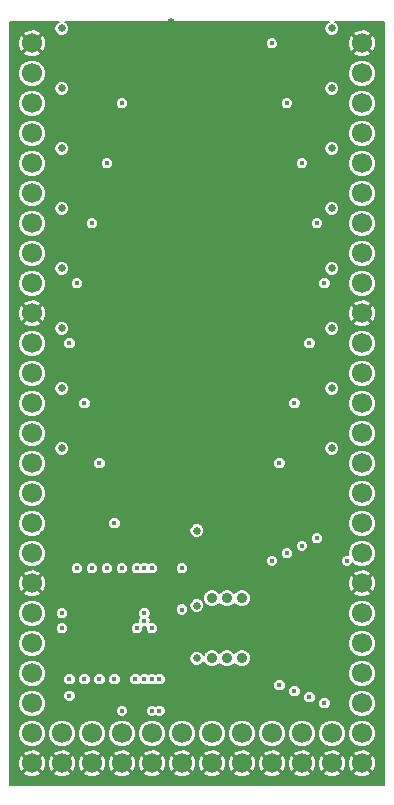
<source format=gbr>
G04 #@! TF.FileFunction,Copper,L2,Inr,Plane*
%FSLAX46Y46*%
G04 Gerber Fmt 4.6, Leading zero omitted, Abs format (unit mm)*
G04 Created by KiCad (PCBNEW 4.0.7) date Monday, October 08, 2018 'PMt' 05:16:59 PM*
%MOMM*%
%LPD*%
G01*
G04 APERTURE LIST*
%ADD10C,0.100000*%
%ADD11C,1.700000*%
%ADD12C,0.406400*%
%ADD13C,0.635000*%
%ADD14C,0.889000*%
%ADD15C,0.127000*%
G04 APERTURE END LIST*
D10*
D11*
X156210000Y-73660000D03*
X156210000Y-76200000D03*
X156210000Y-78740000D03*
X156210000Y-81280000D03*
X156210000Y-83820000D03*
X156210000Y-86360000D03*
X156210000Y-88900000D03*
X156210000Y-91440000D03*
X156210000Y-93980000D03*
X156210000Y-96520000D03*
X156210000Y-99060000D03*
X156210000Y-101600000D03*
X156210000Y-104140000D03*
X156210000Y-106680000D03*
X156210000Y-109220000D03*
X156210000Y-111760000D03*
X156210000Y-114300000D03*
X156210000Y-116840000D03*
X156210000Y-119380000D03*
X156210000Y-121920000D03*
X156210000Y-124460000D03*
X156210000Y-127000000D03*
X156210000Y-129540000D03*
X156210000Y-132080000D03*
X156210000Y-134620000D03*
X184150000Y-73660000D03*
X184150000Y-76200000D03*
X184150000Y-78740000D03*
X184150000Y-81280000D03*
X184150000Y-83820000D03*
X184150000Y-86360000D03*
X184150000Y-88900000D03*
X184150000Y-91440000D03*
X184150000Y-93980000D03*
X184150000Y-96520000D03*
X184150000Y-99060000D03*
X184150000Y-101600000D03*
X184150000Y-104140000D03*
X184150000Y-106680000D03*
X184150000Y-109220000D03*
X184150000Y-111760000D03*
X184150000Y-114300000D03*
X184150000Y-116840000D03*
X184150000Y-119380000D03*
X184150000Y-121920000D03*
X184150000Y-124460000D03*
X184150000Y-127000000D03*
X184150000Y-129540000D03*
X184150000Y-132080000D03*
X184150000Y-134620000D03*
X181610000Y-132080000D03*
X179070000Y-132080000D03*
X176530000Y-132080000D03*
X173990000Y-132080000D03*
X171450000Y-132080000D03*
X168910000Y-132080000D03*
X166370000Y-132080000D03*
X163830000Y-132080000D03*
X161290000Y-132080000D03*
X158750000Y-132080000D03*
X158750000Y-134620000D03*
X161290000Y-134620000D03*
X163830000Y-134620000D03*
X166370000Y-134620000D03*
X168910000Y-134620000D03*
X171450000Y-134620000D03*
X173990000Y-134620000D03*
X176530000Y-134620000D03*
X179070000Y-134620000D03*
X181610000Y-134620000D03*
D12*
X166370000Y-127508000D03*
X166370000Y-130175000D03*
D13*
X170180000Y-114935000D03*
X170180000Y-121285000D03*
X170180000Y-125730000D03*
D14*
X172720000Y-125730000D03*
X173990000Y-125730000D03*
X171450000Y-125730000D03*
X172720000Y-120650000D03*
X171450000Y-120650000D03*
X173990000Y-120650000D03*
D13*
X168021000Y-71882000D03*
X167640000Y-94234000D03*
X159639000Y-130175000D03*
X173736000Y-114427000D03*
X179070000Y-127000000D03*
X177800000Y-127000000D03*
X180340000Y-127000000D03*
X179705000Y-130175000D03*
X178435000Y-130175000D03*
X168910000Y-123190000D03*
D12*
X167640000Y-118110000D03*
X164465000Y-118110000D03*
D13*
X174371000Y-130175000D03*
X170307000Y-130175000D03*
X167640000Y-110490000D03*
X167640000Y-105410000D03*
X167640000Y-100330000D03*
X172720000Y-113030000D03*
X172720000Y-107950000D03*
X172720000Y-102870000D03*
X172720000Y-97790000D03*
X167640000Y-95250000D03*
X172720000Y-87630000D03*
X172720000Y-92710000D03*
X167640000Y-90170000D03*
X167640000Y-85090000D03*
X167640000Y-80010000D03*
X172720000Y-82550000D03*
X172720000Y-77470000D03*
X167640000Y-74930000D03*
X181610000Y-102870000D03*
X181610000Y-72390000D03*
X181610000Y-77470000D03*
X181610000Y-82550000D03*
X181610000Y-87630000D03*
X181610000Y-92710000D03*
X181610000Y-97790000D03*
X181610000Y-107950000D03*
X158750000Y-102870000D03*
X158750000Y-97790000D03*
X158750000Y-92710000D03*
X158750000Y-87630000D03*
X158750000Y-82550000D03*
X158750000Y-77470000D03*
X158750000Y-72390000D03*
X158750000Y-107950000D03*
D12*
X163830000Y-130175000D03*
X165735000Y-127508000D03*
X165735000Y-122555000D03*
X166370000Y-123190000D03*
X166370000Y-118110000D03*
X158750000Y-121920000D03*
X165735000Y-121920000D03*
X165735000Y-118110000D03*
X158750000Y-123190000D03*
X165100000Y-123190000D03*
X165100000Y-118110000D03*
X164973000Y-127508000D03*
X159385000Y-128905000D03*
X167005000Y-130175000D03*
X167005000Y-127508000D03*
X163830000Y-78740000D03*
X163830000Y-118110000D03*
X176530000Y-117475000D03*
X176530000Y-73660000D03*
X162560000Y-83820000D03*
X162560000Y-118110000D03*
X177800000Y-116840000D03*
X177800000Y-78740000D03*
X161290000Y-118110000D03*
X161290000Y-88900000D03*
X179070000Y-116205000D03*
X179070000Y-83820000D03*
X160020000Y-118110000D03*
X160020000Y-93980000D03*
X180340000Y-115570000D03*
X180340000Y-88900000D03*
X159385000Y-127508000D03*
X159385000Y-99060000D03*
X180975000Y-93980000D03*
X180975000Y-129540000D03*
X160655000Y-104140000D03*
X160655000Y-127508000D03*
X179705000Y-129032000D03*
X179705000Y-99060000D03*
X161925000Y-109220000D03*
X161925000Y-127508000D03*
X178435000Y-104140000D03*
X178435000Y-128524000D03*
X163195000Y-114300000D03*
X163195000Y-127508000D03*
X177165000Y-109220000D03*
X177165000Y-128016000D03*
X168910000Y-121602500D03*
X168910000Y-118110000D03*
X182880000Y-117475000D03*
D15*
G36*
X158390772Y-71851360D02*
X158211987Y-72029832D01*
X158115111Y-72263137D01*
X158114890Y-72515755D01*
X158211360Y-72749228D01*
X158389832Y-72928013D01*
X158623137Y-73024889D01*
X158875755Y-73025110D01*
X159109228Y-72928640D01*
X159288013Y-72750168D01*
X159384889Y-72516863D01*
X159385110Y-72264245D01*
X159288640Y-72030772D01*
X159110168Y-71851987D01*
X159029522Y-71818500D01*
X181330299Y-71818500D01*
X181250772Y-71851360D01*
X181071987Y-72029832D01*
X180975111Y-72263137D01*
X180974890Y-72515755D01*
X181071360Y-72749228D01*
X181249832Y-72928013D01*
X181483137Y-73024889D01*
X181735755Y-73025110D01*
X181969228Y-72928640D01*
X182067250Y-72830789D01*
X183410591Y-72830789D01*
X184150000Y-73570197D01*
X184889409Y-72830789D01*
X184797315Y-72661015D01*
X184365746Y-72489342D01*
X183901332Y-72495890D01*
X183502685Y-72661015D01*
X183410591Y-72830789D01*
X182067250Y-72830789D01*
X182148013Y-72750168D01*
X182244889Y-72516863D01*
X182245110Y-72264245D01*
X182148640Y-72030772D01*
X181970168Y-71851987D01*
X181889522Y-71818500D01*
X185991500Y-71818500D01*
X185991500Y-136461500D01*
X154368500Y-136461500D01*
X154368500Y-135449211D01*
X155470591Y-135449211D01*
X155562685Y-135618985D01*
X155994254Y-135790658D01*
X156458668Y-135784110D01*
X156857315Y-135618985D01*
X156949409Y-135449211D01*
X158010591Y-135449211D01*
X158102685Y-135618985D01*
X158534254Y-135790658D01*
X158998668Y-135784110D01*
X159397315Y-135618985D01*
X159489409Y-135449211D01*
X160550591Y-135449211D01*
X160642685Y-135618985D01*
X161074254Y-135790658D01*
X161538668Y-135784110D01*
X161937315Y-135618985D01*
X162029409Y-135449211D01*
X163090591Y-135449211D01*
X163182685Y-135618985D01*
X163614254Y-135790658D01*
X164078668Y-135784110D01*
X164477315Y-135618985D01*
X164569409Y-135449211D01*
X165630591Y-135449211D01*
X165722685Y-135618985D01*
X166154254Y-135790658D01*
X166618668Y-135784110D01*
X167017315Y-135618985D01*
X167109409Y-135449211D01*
X168170591Y-135449211D01*
X168262685Y-135618985D01*
X168694254Y-135790658D01*
X169158668Y-135784110D01*
X169557315Y-135618985D01*
X169649409Y-135449211D01*
X170710591Y-135449211D01*
X170802685Y-135618985D01*
X171234254Y-135790658D01*
X171698668Y-135784110D01*
X172097315Y-135618985D01*
X172189409Y-135449211D01*
X173250591Y-135449211D01*
X173342685Y-135618985D01*
X173774254Y-135790658D01*
X174238668Y-135784110D01*
X174637315Y-135618985D01*
X174729409Y-135449211D01*
X175790591Y-135449211D01*
X175882685Y-135618985D01*
X176314254Y-135790658D01*
X176778668Y-135784110D01*
X177177315Y-135618985D01*
X177269409Y-135449211D01*
X178330591Y-135449211D01*
X178422685Y-135618985D01*
X178854254Y-135790658D01*
X179318668Y-135784110D01*
X179717315Y-135618985D01*
X179809409Y-135449211D01*
X180870591Y-135449211D01*
X180962685Y-135618985D01*
X181394254Y-135790658D01*
X181858668Y-135784110D01*
X182257315Y-135618985D01*
X182349409Y-135449211D01*
X183410591Y-135449211D01*
X183502685Y-135618985D01*
X183934254Y-135790658D01*
X184398668Y-135784110D01*
X184797315Y-135618985D01*
X184889409Y-135449211D01*
X184150000Y-134709803D01*
X183410591Y-135449211D01*
X182349409Y-135449211D01*
X181610000Y-134709803D01*
X180870591Y-135449211D01*
X179809409Y-135449211D01*
X179070000Y-134709803D01*
X178330591Y-135449211D01*
X177269409Y-135449211D01*
X176530000Y-134709803D01*
X175790591Y-135449211D01*
X174729409Y-135449211D01*
X173990000Y-134709803D01*
X173250591Y-135449211D01*
X172189409Y-135449211D01*
X171450000Y-134709803D01*
X170710591Y-135449211D01*
X169649409Y-135449211D01*
X168910000Y-134709803D01*
X168170591Y-135449211D01*
X167109409Y-135449211D01*
X166370000Y-134709803D01*
X165630591Y-135449211D01*
X164569409Y-135449211D01*
X163830000Y-134709803D01*
X163090591Y-135449211D01*
X162029409Y-135449211D01*
X161290000Y-134709803D01*
X160550591Y-135449211D01*
X159489409Y-135449211D01*
X158750000Y-134709803D01*
X158010591Y-135449211D01*
X156949409Y-135449211D01*
X156210000Y-134709803D01*
X155470591Y-135449211D01*
X154368500Y-135449211D01*
X154368500Y-134404254D01*
X155039342Y-134404254D01*
X155045890Y-134868668D01*
X155211015Y-135267315D01*
X155380789Y-135359409D01*
X156120197Y-134620000D01*
X156299803Y-134620000D01*
X157039211Y-135359409D01*
X157208985Y-135267315D01*
X157380658Y-134835746D01*
X157374575Y-134404254D01*
X157579342Y-134404254D01*
X157585890Y-134868668D01*
X157751015Y-135267315D01*
X157920789Y-135359409D01*
X158660197Y-134620000D01*
X158839803Y-134620000D01*
X159579211Y-135359409D01*
X159748985Y-135267315D01*
X159920658Y-134835746D01*
X159914575Y-134404254D01*
X160119342Y-134404254D01*
X160125890Y-134868668D01*
X160291015Y-135267315D01*
X160460789Y-135359409D01*
X161200197Y-134620000D01*
X161379803Y-134620000D01*
X162119211Y-135359409D01*
X162288985Y-135267315D01*
X162460658Y-134835746D01*
X162454575Y-134404254D01*
X162659342Y-134404254D01*
X162665890Y-134868668D01*
X162831015Y-135267315D01*
X163000789Y-135359409D01*
X163740197Y-134620000D01*
X163919803Y-134620000D01*
X164659211Y-135359409D01*
X164828985Y-135267315D01*
X165000658Y-134835746D01*
X164994575Y-134404254D01*
X165199342Y-134404254D01*
X165205890Y-134868668D01*
X165371015Y-135267315D01*
X165540789Y-135359409D01*
X166280197Y-134620000D01*
X166459803Y-134620000D01*
X167199211Y-135359409D01*
X167368985Y-135267315D01*
X167540658Y-134835746D01*
X167534575Y-134404254D01*
X167739342Y-134404254D01*
X167745890Y-134868668D01*
X167911015Y-135267315D01*
X168080789Y-135359409D01*
X168820197Y-134620000D01*
X168999803Y-134620000D01*
X169739211Y-135359409D01*
X169908985Y-135267315D01*
X170080658Y-134835746D01*
X170074575Y-134404254D01*
X170279342Y-134404254D01*
X170285890Y-134868668D01*
X170451015Y-135267315D01*
X170620789Y-135359409D01*
X171360197Y-134620000D01*
X171539803Y-134620000D01*
X172279211Y-135359409D01*
X172448985Y-135267315D01*
X172620658Y-134835746D01*
X172614575Y-134404254D01*
X172819342Y-134404254D01*
X172825890Y-134868668D01*
X172991015Y-135267315D01*
X173160789Y-135359409D01*
X173900197Y-134620000D01*
X174079803Y-134620000D01*
X174819211Y-135359409D01*
X174988985Y-135267315D01*
X175160658Y-134835746D01*
X175154575Y-134404254D01*
X175359342Y-134404254D01*
X175365890Y-134868668D01*
X175531015Y-135267315D01*
X175700789Y-135359409D01*
X176440197Y-134620000D01*
X176619803Y-134620000D01*
X177359211Y-135359409D01*
X177528985Y-135267315D01*
X177700658Y-134835746D01*
X177694575Y-134404254D01*
X177899342Y-134404254D01*
X177905890Y-134868668D01*
X178071015Y-135267315D01*
X178240789Y-135359409D01*
X178980197Y-134620000D01*
X179159803Y-134620000D01*
X179899211Y-135359409D01*
X180068985Y-135267315D01*
X180240658Y-134835746D01*
X180234575Y-134404254D01*
X180439342Y-134404254D01*
X180445890Y-134868668D01*
X180611015Y-135267315D01*
X180780789Y-135359409D01*
X181520197Y-134620000D01*
X181699803Y-134620000D01*
X182439211Y-135359409D01*
X182608985Y-135267315D01*
X182780658Y-134835746D01*
X182774575Y-134404254D01*
X182979342Y-134404254D01*
X182985890Y-134868668D01*
X183151015Y-135267315D01*
X183320789Y-135359409D01*
X184060197Y-134620000D01*
X184239803Y-134620000D01*
X184979211Y-135359409D01*
X185148985Y-135267315D01*
X185320658Y-134835746D01*
X185314110Y-134371332D01*
X185148985Y-133972685D01*
X184979211Y-133880591D01*
X184239803Y-134620000D01*
X184060197Y-134620000D01*
X183320789Y-133880591D01*
X183151015Y-133972685D01*
X182979342Y-134404254D01*
X182774575Y-134404254D01*
X182774110Y-134371332D01*
X182608985Y-133972685D01*
X182439211Y-133880591D01*
X181699803Y-134620000D01*
X181520197Y-134620000D01*
X180780789Y-133880591D01*
X180611015Y-133972685D01*
X180439342Y-134404254D01*
X180234575Y-134404254D01*
X180234110Y-134371332D01*
X180068985Y-133972685D01*
X179899211Y-133880591D01*
X179159803Y-134620000D01*
X178980197Y-134620000D01*
X178240789Y-133880591D01*
X178071015Y-133972685D01*
X177899342Y-134404254D01*
X177694575Y-134404254D01*
X177694110Y-134371332D01*
X177528985Y-133972685D01*
X177359211Y-133880591D01*
X176619803Y-134620000D01*
X176440197Y-134620000D01*
X175700789Y-133880591D01*
X175531015Y-133972685D01*
X175359342Y-134404254D01*
X175154575Y-134404254D01*
X175154110Y-134371332D01*
X174988985Y-133972685D01*
X174819211Y-133880591D01*
X174079803Y-134620000D01*
X173900197Y-134620000D01*
X173160789Y-133880591D01*
X172991015Y-133972685D01*
X172819342Y-134404254D01*
X172614575Y-134404254D01*
X172614110Y-134371332D01*
X172448985Y-133972685D01*
X172279211Y-133880591D01*
X171539803Y-134620000D01*
X171360197Y-134620000D01*
X170620789Y-133880591D01*
X170451015Y-133972685D01*
X170279342Y-134404254D01*
X170074575Y-134404254D01*
X170074110Y-134371332D01*
X169908985Y-133972685D01*
X169739211Y-133880591D01*
X168999803Y-134620000D01*
X168820197Y-134620000D01*
X168080789Y-133880591D01*
X167911015Y-133972685D01*
X167739342Y-134404254D01*
X167534575Y-134404254D01*
X167534110Y-134371332D01*
X167368985Y-133972685D01*
X167199211Y-133880591D01*
X166459803Y-134620000D01*
X166280197Y-134620000D01*
X165540789Y-133880591D01*
X165371015Y-133972685D01*
X165199342Y-134404254D01*
X164994575Y-134404254D01*
X164994110Y-134371332D01*
X164828985Y-133972685D01*
X164659211Y-133880591D01*
X163919803Y-134620000D01*
X163740197Y-134620000D01*
X163000789Y-133880591D01*
X162831015Y-133972685D01*
X162659342Y-134404254D01*
X162454575Y-134404254D01*
X162454110Y-134371332D01*
X162288985Y-133972685D01*
X162119211Y-133880591D01*
X161379803Y-134620000D01*
X161200197Y-134620000D01*
X160460789Y-133880591D01*
X160291015Y-133972685D01*
X160119342Y-134404254D01*
X159914575Y-134404254D01*
X159914110Y-134371332D01*
X159748985Y-133972685D01*
X159579211Y-133880591D01*
X158839803Y-134620000D01*
X158660197Y-134620000D01*
X157920789Y-133880591D01*
X157751015Y-133972685D01*
X157579342Y-134404254D01*
X157374575Y-134404254D01*
X157374110Y-134371332D01*
X157208985Y-133972685D01*
X157039211Y-133880591D01*
X156299803Y-134620000D01*
X156120197Y-134620000D01*
X155380789Y-133880591D01*
X155211015Y-133972685D01*
X155039342Y-134404254D01*
X154368500Y-134404254D01*
X154368500Y-133790789D01*
X155470591Y-133790789D01*
X156210000Y-134530197D01*
X156949409Y-133790789D01*
X158010591Y-133790789D01*
X158750000Y-134530197D01*
X159489409Y-133790789D01*
X160550591Y-133790789D01*
X161290000Y-134530197D01*
X162029409Y-133790789D01*
X163090591Y-133790789D01*
X163830000Y-134530197D01*
X164569409Y-133790789D01*
X165630591Y-133790789D01*
X166370000Y-134530197D01*
X167109409Y-133790789D01*
X168170591Y-133790789D01*
X168910000Y-134530197D01*
X169649409Y-133790789D01*
X170710591Y-133790789D01*
X171450000Y-134530197D01*
X172189409Y-133790789D01*
X173250591Y-133790789D01*
X173990000Y-134530197D01*
X174729409Y-133790789D01*
X175790591Y-133790789D01*
X176530000Y-134530197D01*
X177269409Y-133790789D01*
X178330591Y-133790789D01*
X179070000Y-134530197D01*
X179809409Y-133790789D01*
X180870591Y-133790789D01*
X181610000Y-134530197D01*
X182349409Y-133790789D01*
X183410591Y-133790789D01*
X184150000Y-134530197D01*
X184889409Y-133790789D01*
X184797315Y-133621015D01*
X184365746Y-133449342D01*
X183901332Y-133455890D01*
X183502685Y-133621015D01*
X183410591Y-133790789D01*
X182349409Y-133790789D01*
X182257315Y-133621015D01*
X181825746Y-133449342D01*
X181361332Y-133455890D01*
X180962685Y-133621015D01*
X180870591Y-133790789D01*
X179809409Y-133790789D01*
X179717315Y-133621015D01*
X179285746Y-133449342D01*
X178821332Y-133455890D01*
X178422685Y-133621015D01*
X178330591Y-133790789D01*
X177269409Y-133790789D01*
X177177315Y-133621015D01*
X176745746Y-133449342D01*
X176281332Y-133455890D01*
X175882685Y-133621015D01*
X175790591Y-133790789D01*
X174729409Y-133790789D01*
X174637315Y-133621015D01*
X174205746Y-133449342D01*
X173741332Y-133455890D01*
X173342685Y-133621015D01*
X173250591Y-133790789D01*
X172189409Y-133790789D01*
X172097315Y-133621015D01*
X171665746Y-133449342D01*
X171201332Y-133455890D01*
X170802685Y-133621015D01*
X170710591Y-133790789D01*
X169649409Y-133790789D01*
X169557315Y-133621015D01*
X169125746Y-133449342D01*
X168661332Y-133455890D01*
X168262685Y-133621015D01*
X168170591Y-133790789D01*
X167109409Y-133790789D01*
X167017315Y-133621015D01*
X166585746Y-133449342D01*
X166121332Y-133455890D01*
X165722685Y-133621015D01*
X165630591Y-133790789D01*
X164569409Y-133790789D01*
X164477315Y-133621015D01*
X164045746Y-133449342D01*
X163581332Y-133455890D01*
X163182685Y-133621015D01*
X163090591Y-133790789D01*
X162029409Y-133790789D01*
X161937315Y-133621015D01*
X161505746Y-133449342D01*
X161041332Y-133455890D01*
X160642685Y-133621015D01*
X160550591Y-133790789D01*
X159489409Y-133790789D01*
X159397315Y-133621015D01*
X158965746Y-133449342D01*
X158501332Y-133455890D01*
X158102685Y-133621015D01*
X158010591Y-133790789D01*
X156949409Y-133790789D01*
X156857315Y-133621015D01*
X156425746Y-133449342D01*
X155961332Y-133455890D01*
X155562685Y-133621015D01*
X155470591Y-133790789D01*
X154368500Y-133790789D01*
X154368500Y-132311211D01*
X155042297Y-132311211D01*
X155219664Y-132740472D01*
X155547801Y-133069181D01*
X155976751Y-133247297D01*
X156441211Y-133247703D01*
X156870472Y-133070336D01*
X157199181Y-132742199D01*
X157377297Y-132313249D01*
X157377298Y-132311211D01*
X157582297Y-132311211D01*
X157759664Y-132740472D01*
X158087801Y-133069181D01*
X158516751Y-133247297D01*
X158981211Y-133247703D01*
X159410472Y-133070336D01*
X159739181Y-132742199D01*
X159917297Y-132313249D01*
X159917298Y-132311211D01*
X160122297Y-132311211D01*
X160299664Y-132740472D01*
X160627801Y-133069181D01*
X161056751Y-133247297D01*
X161521211Y-133247703D01*
X161950472Y-133070336D01*
X162279181Y-132742199D01*
X162457297Y-132313249D01*
X162457298Y-132311211D01*
X162662297Y-132311211D01*
X162839664Y-132740472D01*
X163167801Y-133069181D01*
X163596751Y-133247297D01*
X164061211Y-133247703D01*
X164490472Y-133070336D01*
X164819181Y-132742199D01*
X164997297Y-132313249D01*
X164997298Y-132311211D01*
X165202297Y-132311211D01*
X165379664Y-132740472D01*
X165707801Y-133069181D01*
X166136751Y-133247297D01*
X166601211Y-133247703D01*
X167030472Y-133070336D01*
X167359181Y-132742199D01*
X167537297Y-132313249D01*
X167537298Y-132311211D01*
X167742297Y-132311211D01*
X167919664Y-132740472D01*
X168247801Y-133069181D01*
X168676751Y-133247297D01*
X169141211Y-133247703D01*
X169570472Y-133070336D01*
X169899181Y-132742199D01*
X170077297Y-132313249D01*
X170077298Y-132311211D01*
X170282297Y-132311211D01*
X170459664Y-132740472D01*
X170787801Y-133069181D01*
X171216751Y-133247297D01*
X171681211Y-133247703D01*
X172110472Y-133070336D01*
X172439181Y-132742199D01*
X172617297Y-132313249D01*
X172617298Y-132311211D01*
X172822297Y-132311211D01*
X172999664Y-132740472D01*
X173327801Y-133069181D01*
X173756751Y-133247297D01*
X174221211Y-133247703D01*
X174650472Y-133070336D01*
X174979181Y-132742199D01*
X175157297Y-132313249D01*
X175157298Y-132311211D01*
X175362297Y-132311211D01*
X175539664Y-132740472D01*
X175867801Y-133069181D01*
X176296751Y-133247297D01*
X176761211Y-133247703D01*
X177190472Y-133070336D01*
X177519181Y-132742199D01*
X177697297Y-132313249D01*
X177697298Y-132311211D01*
X177902297Y-132311211D01*
X178079664Y-132740472D01*
X178407801Y-133069181D01*
X178836751Y-133247297D01*
X179301211Y-133247703D01*
X179730472Y-133070336D01*
X180059181Y-132742199D01*
X180237297Y-132313249D01*
X180237298Y-132311211D01*
X180442297Y-132311211D01*
X180619664Y-132740472D01*
X180947801Y-133069181D01*
X181376751Y-133247297D01*
X181841211Y-133247703D01*
X182270472Y-133070336D01*
X182599181Y-132742199D01*
X182777297Y-132313249D01*
X182777298Y-132311211D01*
X182982297Y-132311211D01*
X183159664Y-132740472D01*
X183487801Y-133069181D01*
X183916751Y-133247297D01*
X184381211Y-133247703D01*
X184810472Y-133070336D01*
X185139181Y-132742199D01*
X185317297Y-132313249D01*
X185317703Y-131848789D01*
X185140336Y-131419528D01*
X184812199Y-131090819D01*
X184383249Y-130912703D01*
X183918789Y-130912297D01*
X183489528Y-131089664D01*
X183160819Y-131417801D01*
X182982703Y-131846751D01*
X182982297Y-132311211D01*
X182777298Y-132311211D01*
X182777703Y-131848789D01*
X182600336Y-131419528D01*
X182272199Y-131090819D01*
X181843249Y-130912703D01*
X181378789Y-130912297D01*
X180949528Y-131089664D01*
X180620819Y-131417801D01*
X180442703Y-131846751D01*
X180442297Y-132311211D01*
X180237298Y-132311211D01*
X180237703Y-131848789D01*
X180060336Y-131419528D01*
X179732199Y-131090819D01*
X179303249Y-130912703D01*
X178838789Y-130912297D01*
X178409528Y-131089664D01*
X178080819Y-131417801D01*
X177902703Y-131846751D01*
X177902297Y-132311211D01*
X177697298Y-132311211D01*
X177697703Y-131848789D01*
X177520336Y-131419528D01*
X177192199Y-131090819D01*
X176763249Y-130912703D01*
X176298789Y-130912297D01*
X175869528Y-131089664D01*
X175540819Y-131417801D01*
X175362703Y-131846751D01*
X175362297Y-132311211D01*
X175157298Y-132311211D01*
X175157703Y-131848789D01*
X174980336Y-131419528D01*
X174652199Y-131090819D01*
X174223249Y-130912703D01*
X173758789Y-130912297D01*
X173329528Y-131089664D01*
X173000819Y-131417801D01*
X172822703Y-131846751D01*
X172822297Y-132311211D01*
X172617298Y-132311211D01*
X172617703Y-131848789D01*
X172440336Y-131419528D01*
X172112199Y-131090819D01*
X171683249Y-130912703D01*
X171218789Y-130912297D01*
X170789528Y-131089664D01*
X170460819Y-131417801D01*
X170282703Y-131846751D01*
X170282297Y-132311211D01*
X170077298Y-132311211D01*
X170077703Y-131848789D01*
X169900336Y-131419528D01*
X169572199Y-131090819D01*
X169143249Y-130912703D01*
X168678789Y-130912297D01*
X168249528Y-131089664D01*
X167920819Y-131417801D01*
X167742703Y-131846751D01*
X167742297Y-132311211D01*
X167537298Y-132311211D01*
X167537703Y-131848789D01*
X167360336Y-131419528D01*
X167032199Y-131090819D01*
X166603249Y-130912703D01*
X166138789Y-130912297D01*
X165709528Y-131089664D01*
X165380819Y-131417801D01*
X165202703Y-131846751D01*
X165202297Y-132311211D01*
X164997298Y-132311211D01*
X164997703Y-131848789D01*
X164820336Y-131419528D01*
X164492199Y-131090819D01*
X164063249Y-130912703D01*
X163598789Y-130912297D01*
X163169528Y-131089664D01*
X162840819Y-131417801D01*
X162662703Y-131846751D01*
X162662297Y-132311211D01*
X162457298Y-132311211D01*
X162457703Y-131848789D01*
X162280336Y-131419528D01*
X161952199Y-131090819D01*
X161523249Y-130912703D01*
X161058789Y-130912297D01*
X160629528Y-131089664D01*
X160300819Y-131417801D01*
X160122703Y-131846751D01*
X160122297Y-132311211D01*
X159917298Y-132311211D01*
X159917703Y-131848789D01*
X159740336Y-131419528D01*
X159412199Y-131090819D01*
X158983249Y-130912703D01*
X158518789Y-130912297D01*
X158089528Y-131089664D01*
X157760819Y-131417801D01*
X157582703Y-131846751D01*
X157582297Y-132311211D01*
X157377298Y-132311211D01*
X157377703Y-131848789D01*
X157200336Y-131419528D01*
X156872199Y-131090819D01*
X156443249Y-130912703D01*
X155978789Y-130912297D01*
X155549528Y-131089664D01*
X155220819Y-131417801D01*
X155042703Y-131846751D01*
X155042297Y-132311211D01*
X154368500Y-132311211D01*
X154368500Y-129771211D01*
X155042297Y-129771211D01*
X155219664Y-130200472D01*
X155547801Y-130529181D01*
X155976751Y-130707297D01*
X156441211Y-130707703D01*
X156870472Y-130530336D01*
X157123128Y-130278119D01*
X163309210Y-130278119D01*
X163388315Y-130469567D01*
X163534662Y-130616170D01*
X163725972Y-130695609D01*
X163933119Y-130695790D01*
X164124567Y-130616685D01*
X164271170Y-130470338D01*
X164350609Y-130279028D01*
X164350609Y-130278119D01*
X165849210Y-130278119D01*
X165928315Y-130469567D01*
X166074662Y-130616170D01*
X166265972Y-130695609D01*
X166473119Y-130695790D01*
X166664567Y-130616685D01*
X166687411Y-130593880D01*
X166709662Y-130616170D01*
X166900972Y-130695609D01*
X167108119Y-130695790D01*
X167299567Y-130616685D01*
X167446170Y-130470338D01*
X167525609Y-130279028D01*
X167525790Y-130071881D01*
X167446685Y-129880433D01*
X167300338Y-129733830D01*
X167109028Y-129654391D01*
X166901881Y-129654210D01*
X166710433Y-129733315D01*
X166687589Y-129756120D01*
X166665338Y-129733830D01*
X166474028Y-129654391D01*
X166266881Y-129654210D01*
X166075433Y-129733315D01*
X165928830Y-129879662D01*
X165849391Y-130070972D01*
X165849210Y-130278119D01*
X164350609Y-130278119D01*
X164350790Y-130071881D01*
X164271685Y-129880433D01*
X164125338Y-129733830D01*
X163934028Y-129654391D01*
X163726881Y-129654210D01*
X163535433Y-129733315D01*
X163388830Y-129879662D01*
X163309391Y-130070972D01*
X163309210Y-130278119D01*
X157123128Y-130278119D01*
X157199181Y-130202199D01*
X157377297Y-129773249D01*
X157377410Y-129643119D01*
X180454210Y-129643119D01*
X180533315Y-129834567D01*
X180679662Y-129981170D01*
X180870972Y-130060609D01*
X181078119Y-130060790D01*
X181269567Y-129981685D01*
X181416170Y-129835338D01*
X181442797Y-129771211D01*
X182982297Y-129771211D01*
X183159664Y-130200472D01*
X183487801Y-130529181D01*
X183916751Y-130707297D01*
X184381211Y-130707703D01*
X184810472Y-130530336D01*
X185139181Y-130202199D01*
X185317297Y-129773249D01*
X185317703Y-129308789D01*
X185140336Y-128879528D01*
X184812199Y-128550819D01*
X184383249Y-128372703D01*
X183918789Y-128372297D01*
X183489528Y-128549664D01*
X183160819Y-128877801D01*
X182982703Y-129306751D01*
X182982297Y-129771211D01*
X181442797Y-129771211D01*
X181495609Y-129644028D01*
X181495790Y-129436881D01*
X181416685Y-129245433D01*
X181270338Y-129098830D01*
X181079028Y-129019391D01*
X180871881Y-129019210D01*
X180680433Y-129098315D01*
X180533830Y-129244662D01*
X180454391Y-129435972D01*
X180454210Y-129643119D01*
X157377410Y-129643119D01*
X157377703Y-129308789D01*
X157253469Y-129008119D01*
X158864210Y-129008119D01*
X158943315Y-129199567D01*
X159089662Y-129346170D01*
X159280972Y-129425609D01*
X159488119Y-129425790D01*
X159679567Y-129346685D01*
X159826170Y-129200338D01*
X159853251Y-129135119D01*
X179184210Y-129135119D01*
X179263315Y-129326567D01*
X179409662Y-129473170D01*
X179600972Y-129552609D01*
X179808119Y-129552790D01*
X179999567Y-129473685D01*
X180146170Y-129327338D01*
X180225609Y-129136028D01*
X180225790Y-128928881D01*
X180146685Y-128737433D01*
X180000338Y-128590830D01*
X179809028Y-128511391D01*
X179601881Y-128511210D01*
X179410433Y-128590315D01*
X179263830Y-128736662D01*
X179184391Y-128927972D01*
X179184210Y-129135119D01*
X159853251Y-129135119D01*
X159905609Y-129009028D01*
X159905790Y-128801881D01*
X159833580Y-128627119D01*
X177914210Y-128627119D01*
X177993315Y-128818567D01*
X178139662Y-128965170D01*
X178330972Y-129044609D01*
X178538119Y-129044790D01*
X178729567Y-128965685D01*
X178876170Y-128819338D01*
X178955609Y-128628028D01*
X178955790Y-128420881D01*
X178876685Y-128229433D01*
X178730338Y-128082830D01*
X178539028Y-128003391D01*
X178331881Y-128003210D01*
X178140433Y-128082315D01*
X177993830Y-128228662D01*
X177914391Y-128419972D01*
X177914210Y-128627119D01*
X159833580Y-128627119D01*
X159826685Y-128610433D01*
X159680338Y-128463830D01*
X159489028Y-128384391D01*
X159281881Y-128384210D01*
X159090433Y-128463315D01*
X158943830Y-128609662D01*
X158864391Y-128800972D01*
X158864210Y-129008119D01*
X157253469Y-129008119D01*
X157200336Y-128879528D01*
X156872199Y-128550819D01*
X156443249Y-128372703D01*
X155978789Y-128372297D01*
X155549528Y-128549664D01*
X155220819Y-128877801D01*
X155042703Y-129306751D01*
X155042297Y-129771211D01*
X154368500Y-129771211D01*
X154368500Y-127231211D01*
X155042297Y-127231211D01*
X155219664Y-127660472D01*
X155547801Y-127989181D01*
X155976751Y-128167297D01*
X156441211Y-128167703D01*
X156558793Y-128119119D01*
X176644210Y-128119119D01*
X176723315Y-128310567D01*
X176869662Y-128457170D01*
X177060972Y-128536609D01*
X177268119Y-128536790D01*
X177459567Y-128457685D01*
X177606170Y-128311338D01*
X177685609Y-128120028D01*
X177685790Y-127912881D01*
X177606685Y-127721433D01*
X177460338Y-127574830D01*
X177269028Y-127495391D01*
X177061881Y-127495210D01*
X176870433Y-127574315D01*
X176723830Y-127720662D01*
X176644391Y-127911972D01*
X176644210Y-128119119D01*
X156558793Y-128119119D01*
X156870472Y-127990336D01*
X157199181Y-127662199D01*
X157220391Y-127611119D01*
X158864210Y-127611119D01*
X158943315Y-127802567D01*
X159089662Y-127949170D01*
X159280972Y-128028609D01*
X159488119Y-128028790D01*
X159679567Y-127949685D01*
X159826170Y-127803338D01*
X159905609Y-127612028D01*
X159905609Y-127611119D01*
X160134210Y-127611119D01*
X160213315Y-127802567D01*
X160359662Y-127949170D01*
X160550972Y-128028609D01*
X160758119Y-128028790D01*
X160949567Y-127949685D01*
X161096170Y-127803338D01*
X161175609Y-127612028D01*
X161175609Y-127611119D01*
X161404210Y-127611119D01*
X161483315Y-127802567D01*
X161629662Y-127949170D01*
X161820972Y-128028609D01*
X162028119Y-128028790D01*
X162219567Y-127949685D01*
X162366170Y-127803338D01*
X162445609Y-127612028D01*
X162445609Y-127611119D01*
X162674210Y-127611119D01*
X162753315Y-127802567D01*
X162899662Y-127949170D01*
X163090972Y-128028609D01*
X163298119Y-128028790D01*
X163489567Y-127949685D01*
X163636170Y-127803338D01*
X163715609Y-127612028D01*
X163715609Y-127611119D01*
X164452210Y-127611119D01*
X164531315Y-127802567D01*
X164677662Y-127949170D01*
X164868972Y-128028609D01*
X165076119Y-128028790D01*
X165267567Y-127949685D01*
X165354022Y-127863381D01*
X165439662Y-127949170D01*
X165630972Y-128028609D01*
X165838119Y-128028790D01*
X166029567Y-127949685D01*
X166052411Y-127926880D01*
X166074662Y-127949170D01*
X166265972Y-128028609D01*
X166473119Y-128028790D01*
X166664567Y-127949685D01*
X166687411Y-127926880D01*
X166709662Y-127949170D01*
X166900972Y-128028609D01*
X167108119Y-128028790D01*
X167299567Y-127949685D01*
X167446170Y-127803338D01*
X167525609Y-127612028D01*
X167525790Y-127404881D01*
X167454031Y-127231211D01*
X182982297Y-127231211D01*
X183159664Y-127660472D01*
X183487801Y-127989181D01*
X183916751Y-128167297D01*
X184381211Y-128167703D01*
X184810472Y-127990336D01*
X185139181Y-127662199D01*
X185317297Y-127233249D01*
X185317703Y-126768789D01*
X185140336Y-126339528D01*
X184812199Y-126010819D01*
X184383249Y-125832703D01*
X183918789Y-125832297D01*
X183489528Y-126009664D01*
X183160819Y-126337801D01*
X182982703Y-126766751D01*
X182982297Y-127231211D01*
X167454031Y-127231211D01*
X167446685Y-127213433D01*
X167300338Y-127066830D01*
X167109028Y-126987391D01*
X166901881Y-126987210D01*
X166710433Y-127066315D01*
X166687589Y-127089120D01*
X166665338Y-127066830D01*
X166474028Y-126987391D01*
X166266881Y-126987210D01*
X166075433Y-127066315D01*
X166052589Y-127089120D01*
X166030338Y-127066830D01*
X165839028Y-126987391D01*
X165631881Y-126987210D01*
X165440433Y-127066315D01*
X165353978Y-127152619D01*
X165268338Y-127066830D01*
X165077028Y-126987391D01*
X164869881Y-126987210D01*
X164678433Y-127066315D01*
X164531830Y-127212662D01*
X164452391Y-127403972D01*
X164452210Y-127611119D01*
X163715609Y-127611119D01*
X163715790Y-127404881D01*
X163636685Y-127213433D01*
X163490338Y-127066830D01*
X163299028Y-126987391D01*
X163091881Y-126987210D01*
X162900433Y-127066315D01*
X162753830Y-127212662D01*
X162674391Y-127403972D01*
X162674210Y-127611119D01*
X162445609Y-127611119D01*
X162445790Y-127404881D01*
X162366685Y-127213433D01*
X162220338Y-127066830D01*
X162029028Y-126987391D01*
X161821881Y-126987210D01*
X161630433Y-127066315D01*
X161483830Y-127212662D01*
X161404391Y-127403972D01*
X161404210Y-127611119D01*
X161175609Y-127611119D01*
X161175790Y-127404881D01*
X161096685Y-127213433D01*
X160950338Y-127066830D01*
X160759028Y-126987391D01*
X160551881Y-126987210D01*
X160360433Y-127066315D01*
X160213830Y-127212662D01*
X160134391Y-127403972D01*
X160134210Y-127611119D01*
X159905609Y-127611119D01*
X159905790Y-127404881D01*
X159826685Y-127213433D01*
X159680338Y-127066830D01*
X159489028Y-126987391D01*
X159281881Y-126987210D01*
X159090433Y-127066315D01*
X158943830Y-127212662D01*
X158864391Y-127403972D01*
X158864210Y-127611119D01*
X157220391Y-127611119D01*
X157377297Y-127233249D01*
X157377703Y-126768789D01*
X157200336Y-126339528D01*
X156872199Y-126010819D01*
X156498765Y-125855755D01*
X169544890Y-125855755D01*
X169641360Y-126089228D01*
X169819832Y-126268013D01*
X170053137Y-126364889D01*
X170305755Y-126365110D01*
X170539228Y-126268640D01*
X170718013Y-126090168D01*
X170746243Y-126022183D01*
X170803632Y-126161074D01*
X171017798Y-126375615D01*
X171297764Y-126491867D01*
X171600906Y-126492132D01*
X171881074Y-126376368D01*
X172085168Y-126172630D01*
X172287798Y-126375615D01*
X172567764Y-126491867D01*
X172870906Y-126492132D01*
X173151074Y-126376368D01*
X173355168Y-126172630D01*
X173557798Y-126375615D01*
X173837764Y-126491867D01*
X174140906Y-126492132D01*
X174421074Y-126376368D01*
X174635615Y-126162202D01*
X174751867Y-125882236D01*
X174752132Y-125579094D01*
X174636368Y-125298926D01*
X174422202Y-125084385D01*
X174142236Y-124968133D01*
X173839094Y-124967868D01*
X173558926Y-125083632D01*
X173354832Y-125287370D01*
X173152202Y-125084385D01*
X172872236Y-124968133D01*
X172569094Y-124967868D01*
X172288926Y-125083632D01*
X172084832Y-125287370D01*
X171882202Y-125084385D01*
X171602236Y-124968133D01*
X171299094Y-124967868D01*
X171018926Y-125083632D01*
X170804385Y-125297798D01*
X170746293Y-125437698D01*
X170718640Y-125370772D01*
X170540168Y-125191987D01*
X170306863Y-125095111D01*
X170054245Y-125094890D01*
X169820772Y-125191360D01*
X169641987Y-125369832D01*
X169545111Y-125603137D01*
X169544890Y-125855755D01*
X156498765Y-125855755D01*
X156443249Y-125832703D01*
X155978789Y-125832297D01*
X155549528Y-126009664D01*
X155220819Y-126337801D01*
X155042703Y-126766751D01*
X155042297Y-127231211D01*
X154368500Y-127231211D01*
X154368500Y-124691211D01*
X155042297Y-124691211D01*
X155219664Y-125120472D01*
X155547801Y-125449181D01*
X155976751Y-125627297D01*
X156441211Y-125627703D01*
X156870472Y-125450336D01*
X157199181Y-125122199D01*
X157377297Y-124693249D01*
X157377298Y-124691211D01*
X182982297Y-124691211D01*
X183159664Y-125120472D01*
X183487801Y-125449181D01*
X183916751Y-125627297D01*
X184381211Y-125627703D01*
X184810472Y-125450336D01*
X185139181Y-125122199D01*
X185317297Y-124693249D01*
X185317703Y-124228789D01*
X185140336Y-123799528D01*
X184812199Y-123470819D01*
X184383249Y-123292703D01*
X183918789Y-123292297D01*
X183489528Y-123469664D01*
X183160819Y-123797801D01*
X182982703Y-124226751D01*
X182982297Y-124691211D01*
X157377298Y-124691211D01*
X157377703Y-124228789D01*
X157200336Y-123799528D01*
X156872199Y-123470819D01*
X156444251Y-123293119D01*
X158229210Y-123293119D01*
X158308315Y-123484567D01*
X158454662Y-123631170D01*
X158645972Y-123710609D01*
X158853119Y-123710790D01*
X159044567Y-123631685D01*
X159191170Y-123485338D01*
X159270609Y-123294028D01*
X159270609Y-123293119D01*
X164579210Y-123293119D01*
X164658315Y-123484567D01*
X164804662Y-123631170D01*
X164995972Y-123710609D01*
X165203119Y-123710790D01*
X165394567Y-123631685D01*
X165541170Y-123485338D01*
X165620609Y-123294028D01*
X165620790Y-123086881D01*
X165613059Y-123068171D01*
X165630972Y-123075609D01*
X165838119Y-123075790D01*
X165856829Y-123068059D01*
X165849391Y-123085972D01*
X165849210Y-123293119D01*
X165928315Y-123484567D01*
X166074662Y-123631170D01*
X166265972Y-123710609D01*
X166473119Y-123710790D01*
X166664567Y-123631685D01*
X166811170Y-123485338D01*
X166890609Y-123294028D01*
X166890790Y-123086881D01*
X166811685Y-122895433D01*
X166665338Y-122748830D01*
X166474028Y-122669391D01*
X166266881Y-122669210D01*
X166248171Y-122676941D01*
X166255609Y-122659028D01*
X166255790Y-122451881D01*
X166176685Y-122260433D01*
X166153880Y-122237589D01*
X166176170Y-122215338D01*
X166202797Y-122151211D01*
X182982297Y-122151211D01*
X183159664Y-122580472D01*
X183487801Y-122909181D01*
X183916751Y-123087297D01*
X184381211Y-123087703D01*
X184810472Y-122910336D01*
X185139181Y-122582199D01*
X185317297Y-122153249D01*
X185317703Y-121688789D01*
X185140336Y-121259528D01*
X184812199Y-120930819D01*
X184383249Y-120752703D01*
X183918789Y-120752297D01*
X183489528Y-120929664D01*
X183160819Y-121257801D01*
X182982703Y-121686751D01*
X182982297Y-122151211D01*
X166202797Y-122151211D01*
X166255609Y-122024028D01*
X166255790Y-121816881D01*
X166209818Y-121705619D01*
X168389210Y-121705619D01*
X168468315Y-121897067D01*
X168614662Y-122043670D01*
X168805972Y-122123109D01*
X169013119Y-122123290D01*
X169204567Y-122044185D01*
X169351170Y-121897838D01*
X169430609Y-121706528D01*
X169430790Y-121499381D01*
X169394171Y-121410755D01*
X169544890Y-121410755D01*
X169641360Y-121644228D01*
X169819832Y-121823013D01*
X170053137Y-121919889D01*
X170305755Y-121920110D01*
X170539228Y-121823640D01*
X170718013Y-121645168D01*
X170814889Y-121411863D01*
X170815110Y-121159245D01*
X170718640Y-120925772D01*
X170593993Y-120800906D01*
X170687868Y-120800906D01*
X170803632Y-121081074D01*
X171017798Y-121295615D01*
X171297764Y-121411867D01*
X171600906Y-121412132D01*
X171881074Y-121296368D01*
X172085168Y-121092630D01*
X172287798Y-121295615D01*
X172567764Y-121411867D01*
X172870906Y-121412132D01*
X173151074Y-121296368D01*
X173355168Y-121092630D01*
X173557798Y-121295615D01*
X173837764Y-121411867D01*
X174140906Y-121412132D01*
X174421074Y-121296368D01*
X174635615Y-121082202D01*
X174751867Y-120802236D01*
X174752132Y-120499094D01*
X174636368Y-120218926D01*
X174626670Y-120209211D01*
X183410591Y-120209211D01*
X183502685Y-120378985D01*
X183934254Y-120550658D01*
X184398668Y-120544110D01*
X184797315Y-120378985D01*
X184889409Y-120209211D01*
X184150000Y-119469803D01*
X183410591Y-120209211D01*
X174626670Y-120209211D01*
X174422202Y-120004385D01*
X174142236Y-119888133D01*
X173839094Y-119887868D01*
X173558926Y-120003632D01*
X173354832Y-120207370D01*
X173152202Y-120004385D01*
X172872236Y-119888133D01*
X172569094Y-119887868D01*
X172288926Y-120003632D01*
X172084832Y-120207370D01*
X171882202Y-120004385D01*
X171602236Y-119888133D01*
X171299094Y-119887868D01*
X171018926Y-120003632D01*
X170804385Y-120217798D01*
X170688133Y-120497764D01*
X170687868Y-120800906D01*
X170593993Y-120800906D01*
X170540168Y-120746987D01*
X170306863Y-120650111D01*
X170054245Y-120649890D01*
X169820772Y-120746360D01*
X169641987Y-120924832D01*
X169545111Y-121158137D01*
X169544890Y-121410755D01*
X169394171Y-121410755D01*
X169351685Y-121307933D01*
X169205338Y-121161330D01*
X169014028Y-121081891D01*
X168806881Y-121081710D01*
X168615433Y-121160815D01*
X168468830Y-121307162D01*
X168389391Y-121498472D01*
X168389210Y-121705619D01*
X166209818Y-121705619D01*
X166176685Y-121625433D01*
X166030338Y-121478830D01*
X165839028Y-121399391D01*
X165631881Y-121399210D01*
X165440433Y-121478315D01*
X165293830Y-121624662D01*
X165214391Y-121815972D01*
X165214210Y-122023119D01*
X165293315Y-122214567D01*
X165316120Y-122237411D01*
X165293830Y-122259662D01*
X165214391Y-122450972D01*
X165214210Y-122658119D01*
X165221941Y-122676829D01*
X165204028Y-122669391D01*
X164996881Y-122669210D01*
X164805433Y-122748315D01*
X164658830Y-122894662D01*
X164579391Y-123085972D01*
X164579210Y-123293119D01*
X159270609Y-123293119D01*
X159270790Y-123086881D01*
X159191685Y-122895433D01*
X159045338Y-122748830D01*
X158854028Y-122669391D01*
X158646881Y-122669210D01*
X158455433Y-122748315D01*
X158308830Y-122894662D01*
X158229391Y-123085972D01*
X158229210Y-123293119D01*
X156444251Y-123293119D01*
X156443249Y-123292703D01*
X155978789Y-123292297D01*
X155549528Y-123469664D01*
X155220819Y-123797801D01*
X155042703Y-124226751D01*
X155042297Y-124691211D01*
X154368500Y-124691211D01*
X154368500Y-122151211D01*
X155042297Y-122151211D01*
X155219664Y-122580472D01*
X155547801Y-122909181D01*
X155976751Y-123087297D01*
X156441211Y-123087703D01*
X156870472Y-122910336D01*
X157199181Y-122582199D01*
X157377297Y-122153249D01*
X157377410Y-122023119D01*
X158229210Y-122023119D01*
X158308315Y-122214567D01*
X158454662Y-122361170D01*
X158645972Y-122440609D01*
X158853119Y-122440790D01*
X159044567Y-122361685D01*
X159191170Y-122215338D01*
X159270609Y-122024028D01*
X159270790Y-121816881D01*
X159191685Y-121625433D01*
X159045338Y-121478830D01*
X158854028Y-121399391D01*
X158646881Y-121399210D01*
X158455433Y-121478315D01*
X158308830Y-121624662D01*
X158229391Y-121815972D01*
X158229210Y-122023119D01*
X157377410Y-122023119D01*
X157377703Y-121688789D01*
X157200336Y-121259528D01*
X156872199Y-120930819D01*
X156443249Y-120752703D01*
X155978789Y-120752297D01*
X155549528Y-120929664D01*
X155220819Y-121257801D01*
X155042703Y-121686751D01*
X155042297Y-122151211D01*
X154368500Y-122151211D01*
X154368500Y-120209211D01*
X155470591Y-120209211D01*
X155562685Y-120378985D01*
X155994254Y-120550658D01*
X156458668Y-120544110D01*
X156857315Y-120378985D01*
X156949409Y-120209211D01*
X156210000Y-119469803D01*
X155470591Y-120209211D01*
X154368500Y-120209211D01*
X154368500Y-119164254D01*
X155039342Y-119164254D01*
X155045890Y-119628668D01*
X155211015Y-120027315D01*
X155380789Y-120119409D01*
X156120197Y-119380000D01*
X156299803Y-119380000D01*
X157039211Y-120119409D01*
X157208985Y-120027315D01*
X157380658Y-119595746D01*
X157374575Y-119164254D01*
X182979342Y-119164254D01*
X182985890Y-119628668D01*
X183151015Y-120027315D01*
X183320789Y-120119409D01*
X184060197Y-119380000D01*
X184239803Y-119380000D01*
X184979211Y-120119409D01*
X185148985Y-120027315D01*
X185320658Y-119595746D01*
X185314110Y-119131332D01*
X185148985Y-118732685D01*
X184979211Y-118640591D01*
X184239803Y-119380000D01*
X184060197Y-119380000D01*
X183320789Y-118640591D01*
X183151015Y-118732685D01*
X182979342Y-119164254D01*
X157374575Y-119164254D01*
X157374110Y-119131332D01*
X157208985Y-118732685D01*
X157039211Y-118640591D01*
X156299803Y-119380000D01*
X156120197Y-119380000D01*
X155380789Y-118640591D01*
X155211015Y-118732685D01*
X155039342Y-119164254D01*
X154368500Y-119164254D01*
X154368500Y-118550789D01*
X155470591Y-118550789D01*
X156210000Y-119290197D01*
X156949409Y-118550789D01*
X156857315Y-118381015D01*
X156435242Y-118213119D01*
X159499210Y-118213119D01*
X159578315Y-118404567D01*
X159724662Y-118551170D01*
X159915972Y-118630609D01*
X160123119Y-118630790D01*
X160314567Y-118551685D01*
X160461170Y-118405338D01*
X160540609Y-118214028D01*
X160540609Y-118213119D01*
X160769210Y-118213119D01*
X160848315Y-118404567D01*
X160994662Y-118551170D01*
X161185972Y-118630609D01*
X161393119Y-118630790D01*
X161584567Y-118551685D01*
X161731170Y-118405338D01*
X161810609Y-118214028D01*
X161810609Y-118213119D01*
X162039210Y-118213119D01*
X162118315Y-118404567D01*
X162264662Y-118551170D01*
X162455972Y-118630609D01*
X162663119Y-118630790D01*
X162854567Y-118551685D01*
X163001170Y-118405338D01*
X163080609Y-118214028D01*
X163080609Y-118213119D01*
X163309210Y-118213119D01*
X163388315Y-118404567D01*
X163534662Y-118551170D01*
X163725972Y-118630609D01*
X163933119Y-118630790D01*
X164124567Y-118551685D01*
X164271170Y-118405338D01*
X164350609Y-118214028D01*
X164350609Y-118213119D01*
X164579210Y-118213119D01*
X164658315Y-118404567D01*
X164804662Y-118551170D01*
X164995972Y-118630609D01*
X165203119Y-118630790D01*
X165394567Y-118551685D01*
X165417411Y-118528880D01*
X165439662Y-118551170D01*
X165630972Y-118630609D01*
X165838119Y-118630790D01*
X166029567Y-118551685D01*
X166052411Y-118528880D01*
X166074662Y-118551170D01*
X166265972Y-118630609D01*
X166473119Y-118630790D01*
X166664567Y-118551685D01*
X166811170Y-118405338D01*
X166890609Y-118214028D01*
X166890609Y-118213119D01*
X168389210Y-118213119D01*
X168468315Y-118404567D01*
X168614662Y-118551170D01*
X168805972Y-118630609D01*
X169013119Y-118630790D01*
X169204567Y-118551685D01*
X169205464Y-118550789D01*
X183410591Y-118550789D01*
X184150000Y-119290197D01*
X184889409Y-118550789D01*
X184797315Y-118381015D01*
X184365746Y-118209342D01*
X183901332Y-118215890D01*
X183502685Y-118381015D01*
X183410591Y-118550789D01*
X169205464Y-118550789D01*
X169351170Y-118405338D01*
X169430609Y-118214028D01*
X169430790Y-118006881D01*
X169351685Y-117815433D01*
X169205338Y-117668830D01*
X169014028Y-117589391D01*
X168806881Y-117589210D01*
X168615433Y-117668315D01*
X168468830Y-117814662D01*
X168389391Y-118005972D01*
X168389210Y-118213119D01*
X166890609Y-118213119D01*
X166890790Y-118006881D01*
X166811685Y-117815433D01*
X166665338Y-117668830D01*
X166474028Y-117589391D01*
X166266881Y-117589210D01*
X166075433Y-117668315D01*
X166052589Y-117691120D01*
X166030338Y-117668830D01*
X165839028Y-117589391D01*
X165631881Y-117589210D01*
X165440433Y-117668315D01*
X165417589Y-117691120D01*
X165395338Y-117668830D01*
X165204028Y-117589391D01*
X164996881Y-117589210D01*
X164805433Y-117668315D01*
X164658830Y-117814662D01*
X164579391Y-118005972D01*
X164579210Y-118213119D01*
X164350609Y-118213119D01*
X164350790Y-118006881D01*
X164271685Y-117815433D01*
X164125338Y-117668830D01*
X163934028Y-117589391D01*
X163726881Y-117589210D01*
X163535433Y-117668315D01*
X163388830Y-117814662D01*
X163309391Y-118005972D01*
X163309210Y-118213119D01*
X163080609Y-118213119D01*
X163080790Y-118006881D01*
X163001685Y-117815433D01*
X162855338Y-117668830D01*
X162664028Y-117589391D01*
X162456881Y-117589210D01*
X162265433Y-117668315D01*
X162118830Y-117814662D01*
X162039391Y-118005972D01*
X162039210Y-118213119D01*
X161810609Y-118213119D01*
X161810790Y-118006881D01*
X161731685Y-117815433D01*
X161585338Y-117668830D01*
X161394028Y-117589391D01*
X161186881Y-117589210D01*
X160995433Y-117668315D01*
X160848830Y-117814662D01*
X160769391Y-118005972D01*
X160769210Y-118213119D01*
X160540609Y-118213119D01*
X160540790Y-118006881D01*
X160461685Y-117815433D01*
X160315338Y-117668830D01*
X160124028Y-117589391D01*
X159916881Y-117589210D01*
X159725433Y-117668315D01*
X159578830Y-117814662D01*
X159499391Y-118005972D01*
X159499210Y-118213119D01*
X156435242Y-118213119D01*
X156425746Y-118209342D01*
X155961332Y-118215890D01*
X155562685Y-118381015D01*
X155470591Y-118550789D01*
X154368500Y-118550789D01*
X154368500Y-117071211D01*
X155042297Y-117071211D01*
X155219664Y-117500472D01*
X155547801Y-117829181D01*
X155976751Y-118007297D01*
X156441211Y-118007703D01*
X156870472Y-117830336D01*
X157123128Y-117578119D01*
X176009210Y-117578119D01*
X176088315Y-117769567D01*
X176234662Y-117916170D01*
X176425972Y-117995609D01*
X176633119Y-117995790D01*
X176824567Y-117916685D01*
X176971170Y-117770338D01*
X177050609Y-117579028D01*
X177050609Y-117578119D01*
X182359210Y-117578119D01*
X182438315Y-117769567D01*
X182584662Y-117916170D01*
X182775972Y-117995609D01*
X182983119Y-117995790D01*
X183174567Y-117916685D01*
X183321170Y-117770338D01*
X183352865Y-117694009D01*
X183487801Y-117829181D01*
X183916751Y-118007297D01*
X184381211Y-118007703D01*
X184810472Y-117830336D01*
X185139181Y-117502199D01*
X185317297Y-117073249D01*
X185317703Y-116608789D01*
X185140336Y-116179528D01*
X184812199Y-115850819D01*
X184383249Y-115672703D01*
X183918789Y-115672297D01*
X183489528Y-115849664D01*
X183160819Y-116177801D01*
X182982703Y-116606751D01*
X182982399Y-116954390D01*
X182776881Y-116954210D01*
X182585433Y-117033315D01*
X182438830Y-117179662D01*
X182359391Y-117370972D01*
X182359210Y-117578119D01*
X177050609Y-117578119D01*
X177050790Y-117371881D01*
X176971685Y-117180433D01*
X176825338Y-117033830D01*
X176634028Y-116954391D01*
X176426881Y-116954210D01*
X176235433Y-117033315D01*
X176088830Y-117179662D01*
X176009391Y-117370972D01*
X176009210Y-117578119D01*
X157123128Y-117578119D01*
X157199181Y-117502199D01*
X157377297Y-117073249D01*
X157377410Y-116943119D01*
X177279210Y-116943119D01*
X177358315Y-117134567D01*
X177504662Y-117281170D01*
X177695972Y-117360609D01*
X177903119Y-117360790D01*
X178094567Y-117281685D01*
X178241170Y-117135338D01*
X178320609Y-116944028D01*
X178320790Y-116736881D01*
X178241685Y-116545433D01*
X178095338Y-116398830D01*
X177904028Y-116319391D01*
X177696881Y-116319210D01*
X177505433Y-116398315D01*
X177358830Y-116544662D01*
X177279391Y-116735972D01*
X177279210Y-116943119D01*
X157377410Y-116943119D01*
X157377703Y-116608789D01*
X157253469Y-116308119D01*
X178549210Y-116308119D01*
X178628315Y-116499567D01*
X178774662Y-116646170D01*
X178965972Y-116725609D01*
X179173119Y-116725790D01*
X179364567Y-116646685D01*
X179511170Y-116500338D01*
X179590609Y-116309028D01*
X179590790Y-116101881D01*
X179511685Y-115910433D01*
X179365338Y-115763830D01*
X179174028Y-115684391D01*
X178966881Y-115684210D01*
X178775433Y-115763315D01*
X178628830Y-115909662D01*
X178549391Y-116100972D01*
X178549210Y-116308119D01*
X157253469Y-116308119D01*
X157200336Y-116179528D01*
X156872199Y-115850819D01*
X156444251Y-115673119D01*
X179819210Y-115673119D01*
X179898315Y-115864567D01*
X180044662Y-116011170D01*
X180235972Y-116090609D01*
X180443119Y-116090790D01*
X180634567Y-116011685D01*
X180781170Y-115865338D01*
X180860609Y-115674028D01*
X180860790Y-115466881D01*
X180781685Y-115275433D01*
X180635338Y-115128830D01*
X180444028Y-115049391D01*
X180236881Y-115049210D01*
X180045433Y-115128315D01*
X179898830Y-115274662D01*
X179819391Y-115465972D01*
X179819210Y-115673119D01*
X156444251Y-115673119D01*
X156443249Y-115672703D01*
X155978789Y-115672297D01*
X155549528Y-115849664D01*
X155220819Y-116177801D01*
X155042703Y-116606751D01*
X155042297Y-117071211D01*
X154368500Y-117071211D01*
X154368500Y-114531211D01*
X155042297Y-114531211D01*
X155219664Y-114960472D01*
X155547801Y-115289181D01*
X155976751Y-115467297D01*
X156441211Y-115467703D01*
X156870472Y-115290336D01*
X157100453Y-115060755D01*
X169544890Y-115060755D01*
X169641360Y-115294228D01*
X169819832Y-115473013D01*
X170053137Y-115569889D01*
X170305755Y-115570110D01*
X170539228Y-115473640D01*
X170718013Y-115295168D01*
X170814889Y-115061863D01*
X170815110Y-114809245D01*
X170718640Y-114575772D01*
X170674158Y-114531211D01*
X182982297Y-114531211D01*
X183159664Y-114960472D01*
X183487801Y-115289181D01*
X183916751Y-115467297D01*
X184381211Y-115467703D01*
X184810472Y-115290336D01*
X185139181Y-114962199D01*
X185317297Y-114533249D01*
X185317703Y-114068789D01*
X185140336Y-113639528D01*
X184812199Y-113310819D01*
X184383249Y-113132703D01*
X183918789Y-113132297D01*
X183489528Y-113309664D01*
X183160819Y-113637801D01*
X182982703Y-114066751D01*
X182982297Y-114531211D01*
X170674158Y-114531211D01*
X170540168Y-114396987D01*
X170306863Y-114300111D01*
X170054245Y-114299890D01*
X169820772Y-114396360D01*
X169641987Y-114574832D01*
X169545111Y-114808137D01*
X169544890Y-115060755D01*
X157100453Y-115060755D01*
X157199181Y-114962199D01*
X157377297Y-114533249D01*
X157377410Y-114403119D01*
X162674210Y-114403119D01*
X162753315Y-114594567D01*
X162899662Y-114741170D01*
X163090972Y-114820609D01*
X163298119Y-114820790D01*
X163489567Y-114741685D01*
X163636170Y-114595338D01*
X163715609Y-114404028D01*
X163715790Y-114196881D01*
X163636685Y-114005433D01*
X163490338Y-113858830D01*
X163299028Y-113779391D01*
X163091881Y-113779210D01*
X162900433Y-113858315D01*
X162753830Y-114004662D01*
X162674391Y-114195972D01*
X162674210Y-114403119D01*
X157377410Y-114403119D01*
X157377703Y-114068789D01*
X157200336Y-113639528D01*
X156872199Y-113310819D01*
X156443249Y-113132703D01*
X155978789Y-113132297D01*
X155549528Y-113309664D01*
X155220819Y-113637801D01*
X155042703Y-114066751D01*
X155042297Y-114531211D01*
X154368500Y-114531211D01*
X154368500Y-111991211D01*
X155042297Y-111991211D01*
X155219664Y-112420472D01*
X155547801Y-112749181D01*
X155976751Y-112927297D01*
X156441211Y-112927703D01*
X156870472Y-112750336D01*
X157199181Y-112422199D01*
X157377297Y-111993249D01*
X157377298Y-111991211D01*
X182982297Y-111991211D01*
X183159664Y-112420472D01*
X183487801Y-112749181D01*
X183916751Y-112927297D01*
X184381211Y-112927703D01*
X184810472Y-112750336D01*
X185139181Y-112422199D01*
X185317297Y-111993249D01*
X185317703Y-111528789D01*
X185140336Y-111099528D01*
X184812199Y-110770819D01*
X184383249Y-110592703D01*
X183918789Y-110592297D01*
X183489528Y-110769664D01*
X183160819Y-111097801D01*
X182982703Y-111526751D01*
X182982297Y-111991211D01*
X157377298Y-111991211D01*
X157377703Y-111528789D01*
X157200336Y-111099528D01*
X156872199Y-110770819D01*
X156443249Y-110592703D01*
X155978789Y-110592297D01*
X155549528Y-110769664D01*
X155220819Y-111097801D01*
X155042703Y-111526751D01*
X155042297Y-111991211D01*
X154368500Y-111991211D01*
X154368500Y-109451211D01*
X155042297Y-109451211D01*
X155219664Y-109880472D01*
X155547801Y-110209181D01*
X155976751Y-110387297D01*
X156441211Y-110387703D01*
X156870472Y-110210336D01*
X157199181Y-109882199D01*
X157377297Y-109453249D01*
X157377410Y-109323119D01*
X161404210Y-109323119D01*
X161483315Y-109514567D01*
X161629662Y-109661170D01*
X161820972Y-109740609D01*
X162028119Y-109740790D01*
X162219567Y-109661685D01*
X162366170Y-109515338D01*
X162445609Y-109324028D01*
X162445609Y-109323119D01*
X176644210Y-109323119D01*
X176723315Y-109514567D01*
X176869662Y-109661170D01*
X177060972Y-109740609D01*
X177268119Y-109740790D01*
X177459567Y-109661685D01*
X177606170Y-109515338D01*
X177632797Y-109451211D01*
X182982297Y-109451211D01*
X183159664Y-109880472D01*
X183487801Y-110209181D01*
X183916751Y-110387297D01*
X184381211Y-110387703D01*
X184810472Y-110210336D01*
X185139181Y-109882199D01*
X185317297Y-109453249D01*
X185317703Y-108988789D01*
X185140336Y-108559528D01*
X184812199Y-108230819D01*
X184383249Y-108052703D01*
X183918789Y-108052297D01*
X183489528Y-108229664D01*
X183160819Y-108557801D01*
X182982703Y-108986751D01*
X182982297Y-109451211D01*
X177632797Y-109451211D01*
X177685609Y-109324028D01*
X177685790Y-109116881D01*
X177606685Y-108925433D01*
X177460338Y-108778830D01*
X177269028Y-108699391D01*
X177061881Y-108699210D01*
X176870433Y-108778315D01*
X176723830Y-108924662D01*
X176644391Y-109115972D01*
X176644210Y-109323119D01*
X162445609Y-109323119D01*
X162445790Y-109116881D01*
X162366685Y-108925433D01*
X162220338Y-108778830D01*
X162029028Y-108699391D01*
X161821881Y-108699210D01*
X161630433Y-108778315D01*
X161483830Y-108924662D01*
X161404391Y-109115972D01*
X161404210Y-109323119D01*
X157377410Y-109323119D01*
X157377703Y-108988789D01*
X157200336Y-108559528D01*
X156872199Y-108230819D01*
X156498765Y-108075755D01*
X158114890Y-108075755D01*
X158211360Y-108309228D01*
X158389832Y-108488013D01*
X158623137Y-108584889D01*
X158875755Y-108585110D01*
X159109228Y-108488640D01*
X159288013Y-108310168D01*
X159384889Y-108076863D01*
X159384889Y-108075755D01*
X180974890Y-108075755D01*
X181071360Y-108309228D01*
X181249832Y-108488013D01*
X181483137Y-108584889D01*
X181735755Y-108585110D01*
X181969228Y-108488640D01*
X182148013Y-108310168D01*
X182244889Y-108076863D01*
X182245110Y-107824245D01*
X182148640Y-107590772D01*
X181970168Y-107411987D01*
X181736863Y-107315111D01*
X181484245Y-107314890D01*
X181250772Y-107411360D01*
X181071987Y-107589832D01*
X180975111Y-107823137D01*
X180974890Y-108075755D01*
X159384889Y-108075755D01*
X159385110Y-107824245D01*
X159288640Y-107590772D01*
X159110168Y-107411987D01*
X158876863Y-107315111D01*
X158624245Y-107314890D01*
X158390772Y-107411360D01*
X158211987Y-107589832D01*
X158115111Y-107823137D01*
X158114890Y-108075755D01*
X156498765Y-108075755D01*
X156443249Y-108052703D01*
X155978789Y-108052297D01*
X155549528Y-108229664D01*
X155220819Y-108557801D01*
X155042703Y-108986751D01*
X155042297Y-109451211D01*
X154368500Y-109451211D01*
X154368500Y-106911211D01*
X155042297Y-106911211D01*
X155219664Y-107340472D01*
X155547801Y-107669181D01*
X155976751Y-107847297D01*
X156441211Y-107847703D01*
X156870472Y-107670336D01*
X157199181Y-107342199D01*
X157377297Y-106913249D01*
X157377298Y-106911211D01*
X182982297Y-106911211D01*
X183159664Y-107340472D01*
X183487801Y-107669181D01*
X183916751Y-107847297D01*
X184381211Y-107847703D01*
X184810472Y-107670336D01*
X185139181Y-107342199D01*
X185317297Y-106913249D01*
X185317703Y-106448789D01*
X185140336Y-106019528D01*
X184812199Y-105690819D01*
X184383249Y-105512703D01*
X183918789Y-105512297D01*
X183489528Y-105689664D01*
X183160819Y-106017801D01*
X182982703Y-106446751D01*
X182982297Y-106911211D01*
X157377298Y-106911211D01*
X157377703Y-106448789D01*
X157200336Y-106019528D01*
X156872199Y-105690819D01*
X156443249Y-105512703D01*
X155978789Y-105512297D01*
X155549528Y-105689664D01*
X155220819Y-106017801D01*
X155042703Y-106446751D01*
X155042297Y-106911211D01*
X154368500Y-106911211D01*
X154368500Y-104371211D01*
X155042297Y-104371211D01*
X155219664Y-104800472D01*
X155547801Y-105129181D01*
X155976751Y-105307297D01*
X156441211Y-105307703D01*
X156870472Y-105130336D01*
X157199181Y-104802199D01*
X157377297Y-104373249D01*
X157377410Y-104243119D01*
X160134210Y-104243119D01*
X160213315Y-104434567D01*
X160359662Y-104581170D01*
X160550972Y-104660609D01*
X160758119Y-104660790D01*
X160949567Y-104581685D01*
X161096170Y-104435338D01*
X161175609Y-104244028D01*
X161175609Y-104243119D01*
X177914210Y-104243119D01*
X177993315Y-104434567D01*
X178139662Y-104581170D01*
X178330972Y-104660609D01*
X178538119Y-104660790D01*
X178729567Y-104581685D01*
X178876170Y-104435338D01*
X178902797Y-104371211D01*
X182982297Y-104371211D01*
X183159664Y-104800472D01*
X183487801Y-105129181D01*
X183916751Y-105307297D01*
X184381211Y-105307703D01*
X184810472Y-105130336D01*
X185139181Y-104802199D01*
X185317297Y-104373249D01*
X185317703Y-103908789D01*
X185140336Y-103479528D01*
X184812199Y-103150819D01*
X184383249Y-102972703D01*
X183918789Y-102972297D01*
X183489528Y-103149664D01*
X183160819Y-103477801D01*
X182982703Y-103906751D01*
X182982297Y-104371211D01*
X178902797Y-104371211D01*
X178955609Y-104244028D01*
X178955790Y-104036881D01*
X178876685Y-103845433D01*
X178730338Y-103698830D01*
X178539028Y-103619391D01*
X178331881Y-103619210D01*
X178140433Y-103698315D01*
X177993830Y-103844662D01*
X177914391Y-104035972D01*
X177914210Y-104243119D01*
X161175609Y-104243119D01*
X161175790Y-104036881D01*
X161096685Y-103845433D01*
X160950338Y-103698830D01*
X160759028Y-103619391D01*
X160551881Y-103619210D01*
X160360433Y-103698315D01*
X160213830Y-103844662D01*
X160134391Y-104035972D01*
X160134210Y-104243119D01*
X157377410Y-104243119D01*
X157377703Y-103908789D01*
X157200336Y-103479528D01*
X156872199Y-103150819D01*
X156498765Y-102995755D01*
X158114890Y-102995755D01*
X158211360Y-103229228D01*
X158389832Y-103408013D01*
X158623137Y-103504889D01*
X158875755Y-103505110D01*
X159109228Y-103408640D01*
X159288013Y-103230168D01*
X159384889Y-102996863D01*
X159384889Y-102995755D01*
X180974890Y-102995755D01*
X181071360Y-103229228D01*
X181249832Y-103408013D01*
X181483137Y-103504889D01*
X181735755Y-103505110D01*
X181969228Y-103408640D01*
X182148013Y-103230168D01*
X182244889Y-102996863D01*
X182245110Y-102744245D01*
X182148640Y-102510772D01*
X181970168Y-102331987D01*
X181736863Y-102235111D01*
X181484245Y-102234890D01*
X181250772Y-102331360D01*
X181071987Y-102509832D01*
X180975111Y-102743137D01*
X180974890Y-102995755D01*
X159384889Y-102995755D01*
X159385110Y-102744245D01*
X159288640Y-102510772D01*
X159110168Y-102331987D01*
X158876863Y-102235111D01*
X158624245Y-102234890D01*
X158390772Y-102331360D01*
X158211987Y-102509832D01*
X158115111Y-102743137D01*
X158114890Y-102995755D01*
X156498765Y-102995755D01*
X156443249Y-102972703D01*
X155978789Y-102972297D01*
X155549528Y-103149664D01*
X155220819Y-103477801D01*
X155042703Y-103906751D01*
X155042297Y-104371211D01*
X154368500Y-104371211D01*
X154368500Y-101831211D01*
X155042297Y-101831211D01*
X155219664Y-102260472D01*
X155547801Y-102589181D01*
X155976751Y-102767297D01*
X156441211Y-102767703D01*
X156870472Y-102590336D01*
X157199181Y-102262199D01*
X157377297Y-101833249D01*
X157377298Y-101831211D01*
X182982297Y-101831211D01*
X183159664Y-102260472D01*
X183487801Y-102589181D01*
X183916751Y-102767297D01*
X184381211Y-102767703D01*
X184810472Y-102590336D01*
X185139181Y-102262199D01*
X185317297Y-101833249D01*
X185317703Y-101368789D01*
X185140336Y-100939528D01*
X184812199Y-100610819D01*
X184383249Y-100432703D01*
X183918789Y-100432297D01*
X183489528Y-100609664D01*
X183160819Y-100937801D01*
X182982703Y-101366751D01*
X182982297Y-101831211D01*
X157377298Y-101831211D01*
X157377703Y-101368789D01*
X157200336Y-100939528D01*
X156872199Y-100610819D01*
X156443249Y-100432703D01*
X155978789Y-100432297D01*
X155549528Y-100609664D01*
X155220819Y-100937801D01*
X155042703Y-101366751D01*
X155042297Y-101831211D01*
X154368500Y-101831211D01*
X154368500Y-99291211D01*
X155042297Y-99291211D01*
X155219664Y-99720472D01*
X155547801Y-100049181D01*
X155976751Y-100227297D01*
X156441211Y-100227703D01*
X156870472Y-100050336D01*
X157199181Y-99722199D01*
X157377297Y-99293249D01*
X157377410Y-99163119D01*
X158864210Y-99163119D01*
X158943315Y-99354567D01*
X159089662Y-99501170D01*
X159280972Y-99580609D01*
X159488119Y-99580790D01*
X159679567Y-99501685D01*
X159826170Y-99355338D01*
X159905609Y-99164028D01*
X159905609Y-99163119D01*
X179184210Y-99163119D01*
X179263315Y-99354567D01*
X179409662Y-99501170D01*
X179600972Y-99580609D01*
X179808119Y-99580790D01*
X179999567Y-99501685D01*
X180146170Y-99355338D01*
X180172797Y-99291211D01*
X182982297Y-99291211D01*
X183159664Y-99720472D01*
X183487801Y-100049181D01*
X183916751Y-100227297D01*
X184381211Y-100227703D01*
X184810472Y-100050336D01*
X185139181Y-99722199D01*
X185317297Y-99293249D01*
X185317703Y-98828789D01*
X185140336Y-98399528D01*
X184812199Y-98070819D01*
X184383249Y-97892703D01*
X183918789Y-97892297D01*
X183489528Y-98069664D01*
X183160819Y-98397801D01*
X182982703Y-98826751D01*
X182982297Y-99291211D01*
X180172797Y-99291211D01*
X180225609Y-99164028D01*
X180225790Y-98956881D01*
X180146685Y-98765433D01*
X180000338Y-98618830D01*
X179809028Y-98539391D01*
X179601881Y-98539210D01*
X179410433Y-98618315D01*
X179263830Y-98764662D01*
X179184391Y-98955972D01*
X179184210Y-99163119D01*
X159905609Y-99163119D01*
X159905790Y-98956881D01*
X159826685Y-98765433D01*
X159680338Y-98618830D01*
X159489028Y-98539391D01*
X159281881Y-98539210D01*
X159090433Y-98618315D01*
X158943830Y-98764662D01*
X158864391Y-98955972D01*
X158864210Y-99163119D01*
X157377410Y-99163119D01*
X157377703Y-98828789D01*
X157200336Y-98399528D01*
X156872199Y-98070819D01*
X156498765Y-97915755D01*
X158114890Y-97915755D01*
X158211360Y-98149228D01*
X158389832Y-98328013D01*
X158623137Y-98424889D01*
X158875755Y-98425110D01*
X159109228Y-98328640D01*
X159288013Y-98150168D01*
X159384889Y-97916863D01*
X159384889Y-97915755D01*
X180974890Y-97915755D01*
X181071360Y-98149228D01*
X181249832Y-98328013D01*
X181483137Y-98424889D01*
X181735755Y-98425110D01*
X181969228Y-98328640D01*
X182148013Y-98150168D01*
X182244889Y-97916863D01*
X182245110Y-97664245D01*
X182148640Y-97430772D01*
X182067222Y-97349211D01*
X183410591Y-97349211D01*
X183502685Y-97518985D01*
X183934254Y-97690658D01*
X184398668Y-97684110D01*
X184797315Y-97518985D01*
X184889409Y-97349211D01*
X184150000Y-96609803D01*
X183410591Y-97349211D01*
X182067222Y-97349211D01*
X181970168Y-97251987D01*
X181736863Y-97155111D01*
X181484245Y-97154890D01*
X181250772Y-97251360D01*
X181071987Y-97429832D01*
X180975111Y-97663137D01*
X180974890Y-97915755D01*
X159384889Y-97915755D01*
X159385110Y-97664245D01*
X159288640Y-97430772D01*
X159110168Y-97251987D01*
X158876863Y-97155111D01*
X158624245Y-97154890D01*
X158390772Y-97251360D01*
X158211987Y-97429832D01*
X158115111Y-97663137D01*
X158114890Y-97915755D01*
X156498765Y-97915755D01*
X156443249Y-97892703D01*
X155978789Y-97892297D01*
X155549528Y-98069664D01*
X155220819Y-98397801D01*
X155042703Y-98826751D01*
X155042297Y-99291211D01*
X154368500Y-99291211D01*
X154368500Y-97349211D01*
X155470591Y-97349211D01*
X155562685Y-97518985D01*
X155994254Y-97690658D01*
X156458668Y-97684110D01*
X156857315Y-97518985D01*
X156949409Y-97349211D01*
X156210000Y-96609803D01*
X155470591Y-97349211D01*
X154368500Y-97349211D01*
X154368500Y-96304254D01*
X155039342Y-96304254D01*
X155045890Y-96768668D01*
X155211015Y-97167315D01*
X155380789Y-97259409D01*
X156120197Y-96520000D01*
X156299803Y-96520000D01*
X157039211Y-97259409D01*
X157208985Y-97167315D01*
X157380658Y-96735746D01*
X157374575Y-96304254D01*
X182979342Y-96304254D01*
X182985890Y-96768668D01*
X183151015Y-97167315D01*
X183320789Y-97259409D01*
X184060197Y-96520000D01*
X184239803Y-96520000D01*
X184979211Y-97259409D01*
X185148985Y-97167315D01*
X185320658Y-96735746D01*
X185314110Y-96271332D01*
X185148985Y-95872685D01*
X184979211Y-95780591D01*
X184239803Y-96520000D01*
X184060197Y-96520000D01*
X183320789Y-95780591D01*
X183151015Y-95872685D01*
X182979342Y-96304254D01*
X157374575Y-96304254D01*
X157374110Y-96271332D01*
X157208985Y-95872685D01*
X157039211Y-95780591D01*
X156299803Y-96520000D01*
X156120197Y-96520000D01*
X155380789Y-95780591D01*
X155211015Y-95872685D01*
X155039342Y-96304254D01*
X154368500Y-96304254D01*
X154368500Y-95690789D01*
X155470591Y-95690789D01*
X156210000Y-96430197D01*
X156949409Y-95690789D01*
X183410591Y-95690789D01*
X184150000Y-96430197D01*
X184889409Y-95690789D01*
X184797315Y-95521015D01*
X184365746Y-95349342D01*
X183901332Y-95355890D01*
X183502685Y-95521015D01*
X183410591Y-95690789D01*
X156949409Y-95690789D01*
X156857315Y-95521015D01*
X156425746Y-95349342D01*
X155961332Y-95355890D01*
X155562685Y-95521015D01*
X155470591Y-95690789D01*
X154368500Y-95690789D01*
X154368500Y-94211211D01*
X155042297Y-94211211D01*
X155219664Y-94640472D01*
X155547801Y-94969181D01*
X155976751Y-95147297D01*
X156441211Y-95147703D01*
X156870472Y-94970336D01*
X157199181Y-94642199D01*
X157377297Y-94213249D01*
X157377410Y-94083119D01*
X159499210Y-94083119D01*
X159578315Y-94274567D01*
X159724662Y-94421170D01*
X159915972Y-94500609D01*
X160123119Y-94500790D01*
X160314567Y-94421685D01*
X160461170Y-94275338D01*
X160540609Y-94084028D01*
X160540609Y-94083119D01*
X180454210Y-94083119D01*
X180533315Y-94274567D01*
X180679662Y-94421170D01*
X180870972Y-94500609D01*
X181078119Y-94500790D01*
X181269567Y-94421685D01*
X181416170Y-94275338D01*
X181442797Y-94211211D01*
X182982297Y-94211211D01*
X183159664Y-94640472D01*
X183487801Y-94969181D01*
X183916751Y-95147297D01*
X184381211Y-95147703D01*
X184810472Y-94970336D01*
X185139181Y-94642199D01*
X185317297Y-94213249D01*
X185317703Y-93748789D01*
X185140336Y-93319528D01*
X184812199Y-92990819D01*
X184383249Y-92812703D01*
X183918789Y-92812297D01*
X183489528Y-92989664D01*
X183160819Y-93317801D01*
X182982703Y-93746751D01*
X182982297Y-94211211D01*
X181442797Y-94211211D01*
X181495609Y-94084028D01*
X181495790Y-93876881D01*
X181416685Y-93685433D01*
X181270338Y-93538830D01*
X181079028Y-93459391D01*
X180871881Y-93459210D01*
X180680433Y-93538315D01*
X180533830Y-93684662D01*
X180454391Y-93875972D01*
X180454210Y-94083119D01*
X160540609Y-94083119D01*
X160540790Y-93876881D01*
X160461685Y-93685433D01*
X160315338Y-93538830D01*
X160124028Y-93459391D01*
X159916881Y-93459210D01*
X159725433Y-93538315D01*
X159578830Y-93684662D01*
X159499391Y-93875972D01*
X159499210Y-94083119D01*
X157377410Y-94083119D01*
X157377703Y-93748789D01*
X157200336Y-93319528D01*
X156872199Y-92990819D01*
X156498765Y-92835755D01*
X158114890Y-92835755D01*
X158211360Y-93069228D01*
X158389832Y-93248013D01*
X158623137Y-93344889D01*
X158875755Y-93345110D01*
X159109228Y-93248640D01*
X159288013Y-93070168D01*
X159384889Y-92836863D01*
X159384889Y-92835755D01*
X180974890Y-92835755D01*
X181071360Y-93069228D01*
X181249832Y-93248013D01*
X181483137Y-93344889D01*
X181735755Y-93345110D01*
X181969228Y-93248640D01*
X182148013Y-93070168D01*
X182244889Y-92836863D01*
X182245110Y-92584245D01*
X182148640Y-92350772D01*
X181970168Y-92171987D01*
X181736863Y-92075111D01*
X181484245Y-92074890D01*
X181250772Y-92171360D01*
X181071987Y-92349832D01*
X180975111Y-92583137D01*
X180974890Y-92835755D01*
X159384889Y-92835755D01*
X159385110Y-92584245D01*
X159288640Y-92350772D01*
X159110168Y-92171987D01*
X158876863Y-92075111D01*
X158624245Y-92074890D01*
X158390772Y-92171360D01*
X158211987Y-92349832D01*
X158115111Y-92583137D01*
X158114890Y-92835755D01*
X156498765Y-92835755D01*
X156443249Y-92812703D01*
X155978789Y-92812297D01*
X155549528Y-92989664D01*
X155220819Y-93317801D01*
X155042703Y-93746751D01*
X155042297Y-94211211D01*
X154368500Y-94211211D01*
X154368500Y-91671211D01*
X155042297Y-91671211D01*
X155219664Y-92100472D01*
X155547801Y-92429181D01*
X155976751Y-92607297D01*
X156441211Y-92607703D01*
X156870472Y-92430336D01*
X157199181Y-92102199D01*
X157377297Y-91673249D01*
X157377298Y-91671211D01*
X182982297Y-91671211D01*
X183159664Y-92100472D01*
X183487801Y-92429181D01*
X183916751Y-92607297D01*
X184381211Y-92607703D01*
X184810472Y-92430336D01*
X185139181Y-92102199D01*
X185317297Y-91673249D01*
X185317703Y-91208789D01*
X185140336Y-90779528D01*
X184812199Y-90450819D01*
X184383249Y-90272703D01*
X183918789Y-90272297D01*
X183489528Y-90449664D01*
X183160819Y-90777801D01*
X182982703Y-91206751D01*
X182982297Y-91671211D01*
X157377298Y-91671211D01*
X157377703Y-91208789D01*
X157200336Y-90779528D01*
X156872199Y-90450819D01*
X156443249Y-90272703D01*
X155978789Y-90272297D01*
X155549528Y-90449664D01*
X155220819Y-90777801D01*
X155042703Y-91206751D01*
X155042297Y-91671211D01*
X154368500Y-91671211D01*
X154368500Y-89131211D01*
X155042297Y-89131211D01*
X155219664Y-89560472D01*
X155547801Y-89889181D01*
X155976751Y-90067297D01*
X156441211Y-90067703D01*
X156870472Y-89890336D01*
X157199181Y-89562199D01*
X157377297Y-89133249D01*
X157377410Y-89003119D01*
X160769210Y-89003119D01*
X160848315Y-89194567D01*
X160994662Y-89341170D01*
X161185972Y-89420609D01*
X161393119Y-89420790D01*
X161584567Y-89341685D01*
X161731170Y-89195338D01*
X161810609Y-89004028D01*
X161810609Y-89003119D01*
X179819210Y-89003119D01*
X179898315Y-89194567D01*
X180044662Y-89341170D01*
X180235972Y-89420609D01*
X180443119Y-89420790D01*
X180634567Y-89341685D01*
X180781170Y-89195338D01*
X180807797Y-89131211D01*
X182982297Y-89131211D01*
X183159664Y-89560472D01*
X183487801Y-89889181D01*
X183916751Y-90067297D01*
X184381211Y-90067703D01*
X184810472Y-89890336D01*
X185139181Y-89562199D01*
X185317297Y-89133249D01*
X185317703Y-88668789D01*
X185140336Y-88239528D01*
X184812199Y-87910819D01*
X184383249Y-87732703D01*
X183918789Y-87732297D01*
X183489528Y-87909664D01*
X183160819Y-88237801D01*
X182982703Y-88666751D01*
X182982297Y-89131211D01*
X180807797Y-89131211D01*
X180860609Y-89004028D01*
X180860790Y-88796881D01*
X180781685Y-88605433D01*
X180635338Y-88458830D01*
X180444028Y-88379391D01*
X180236881Y-88379210D01*
X180045433Y-88458315D01*
X179898830Y-88604662D01*
X179819391Y-88795972D01*
X179819210Y-89003119D01*
X161810609Y-89003119D01*
X161810790Y-88796881D01*
X161731685Y-88605433D01*
X161585338Y-88458830D01*
X161394028Y-88379391D01*
X161186881Y-88379210D01*
X160995433Y-88458315D01*
X160848830Y-88604662D01*
X160769391Y-88795972D01*
X160769210Y-89003119D01*
X157377410Y-89003119D01*
X157377703Y-88668789D01*
X157200336Y-88239528D01*
X156872199Y-87910819D01*
X156498765Y-87755755D01*
X158114890Y-87755755D01*
X158211360Y-87989228D01*
X158389832Y-88168013D01*
X158623137Y-88264889D01*
X158875755Y-88265110D01*
X159109228Y-88168640D01*
X159288013Y-87990168D01*
X159384889Y-87756863D01*
X159384889Y-87755755D01*
X180974890Y-87755755D01*
X181071360Y-87989228D01*
X181249832Y-88168013D01*
X181483137Y-88264889D01*
X181735755Y-88265110D01*
X181969228Y-88168640D01*
X182148013Y-87990168D01*
X182244889Y-87756863D01*
X182245110Y-87504245D01*
X182148640Y-87270772D01*
X181970168Y-87091987D01*
X181736863Y-86995111D01*
X181484245Y-86994890D01*
X181250772Y-87091360D01*
X181071987Y-87269832D01*
X180975111Y-87503137D01*
X180974890Y-87755755D01*
X159384889Y-87755755D01*
X159385110Y-87504245D01*
X159288640Y-87270772D01*
X159110168Y-87091987D01*
X158876863Y-86995111D01*
X158624245Y-86994890D01*
X158390772Y-87091360D01*
X158211987Y-87269832D01*
X158115111Y-87503137D01*
X158114890Y-87755755D01*
X156498765Y-87755755D01*
X156443249Y-87732703D01*
X155978789Y-87732297D01*
X155549528Y-87909664D01*
X155220819Y-88237801D01*
X155042703Y-88666751D01*
X155042297Y-89131211D01*
X154368500Y-89131211D01*
X154368500Y-86591211D01*
X155042297Y-86591211D01*
X155219664Y-87020472D01*
X155547801Y-87349181D01*
X155976751Y-87527297D01*
X156441211Y-87527703D01*
X156870472Y-87350336D01*
X157199181Y-87022199D01*
X157377297Y-86593249D01*
X157377298Y-86591211D01*
X182982297Y-86591211D01*
X183159664Y-87020472D01*
X183487801Y-87349181D01*
X183916751Y-87527297D01*
X184381211Y-87527703D01*
X184810472Y-87350336D01*
X185139181Y-87022199D01*
X185317297Y-86593249D01*
X185317703Y-86128789D01*
X185140336Y-85699528D01*
X184812199Y-85370819D01*
X184383249Y-85192703D01*
X183918789Y-85192297D01*
X183489528Y-85369664D01*
X183160819Y-85697801D01*
X182982703Y-86126751D01*
X182982297Y-86591211D01*
X157377298Y-86591211D01*
X157377703Y-86128789D01*
X157200336Y-85699528D01*
X156872199Y-85370819D01*
X156443249Y-85192703D01*
X155978789Y-85192297D01*
X155549528Y-85369664D01*
X155220819Y-85697801D01*
X155042703Y-86126751D01*
X155042297Y-86591211D01*
X154368500Y-86591211D01*
X154368500Y-84051211D01*
X155042297Y-84051211D01*
X155219664Y-84480472D01*
X155547801Y-84809181D01*
X155976751Y-84987297D01*
X156441211Y-84987703D01*
X156870472Y-84810336D01*
X157199181Y-84482199D01*
X157377297Y-84053249D01*
X157377410Y-83923119D01*
X162039210Y-83923119D01*
X162118315Y-84114567D01*
X162264662Y-84261170D01*
X162455972Y-84340609D01*
X162663119Y-84340790D01*
X162854567Y-84261685D01*
X163001170Y-84115338D01*
X163080609Y-83924028D01*
X163080609Y-83923119D01*
X178549210Y-83923119D01*
X178628315Y-84114567D01*
X178774662Y-84261170D01*
X178965972Y-84340609D01*
X179173119Y-84340790D01*
X179364567Y-84261685D01*
X179511170Y-84115338D01*
X179537797Y-84051211D01*
X182982297Y-84051211D01*
X183159664Y-84480472D01*
X183487801Y-84809181D01*
X183916751Y-84987297D01*
X184381211Y-84987703D01*
X184810472Y-84810336D01*
X185139181Y-84482199D01*
X185317297Y-84053249D01*
X185317703Y-83588789D01*
X185140336Y-83159528D01*
X184812199Y-82830819D01*
X184383249Y-82652703D01*
X183918789Y-82652297D01*
X183489528Y-82829664D01*
X183160819Y-83157801D01*
X182982703Y-83586751D01*
X182982297Y-84051211D01*
X179537797Y-84051211D01*
X179590609Y-83924028D01*
X179590790Y-83716881D01*
X179511685Y-83525433D01*
X179365338Y-83378830D01*
X179174028Y-83299391D01*
X178966881Y-83299210D01*
X178775433Y-83378315D01*
X178628830Y-83524662D01*
X178549391Y-83715972D01*
X178549210Y-83923119D01*
X163080609Y-83923119D01*
X163080790Y-83716881D01*
X163001685Y-83525433D01*
X162855338Y-83378830D01*
X162664028Y-83299391D01*
X162456881Y-83299210D01*
X162265433Y-83378315D01*
X162118830Y-83524662D01*
X162039391Y-83715972D01*
X162039210Y-83923119D01*
X157377410Y-83923119D01*
X157377703Y-83588789D01*
X157200336Y-83159528D01*
X156872199Y-82830819D01*
X156498765Y-82675755D01*
X158114890Y-82675755D01*
X158211360Y-82909228D01*
X158389832Y-83088013D01*
X158623137Y-83184889D01*
X158875755Y-83185110D01*
X159109228Y-83088640D01*
X159288013Y-82910168D01*
X159384889Y-82676863D01*
X159384889Y-82675755D01*
X180974890Y-82675755D01*
X181071360Y-82909228D01*
X181249832Y-83088013D01*
X181483137Y-83184889D01*
X181735755Y-83185110D01*
X181969228Y-83088640D01*
X182148013Y-82910168D01*
X182244889Y-82676863D01*
X182245110Y-82424245D01*
X182148640Y-82190772D01*
X181970168Y-82011987D01*
X181736863Y-81915111D01*
X181484245Y-81914890D01*
X181250772Y-82011360D01*
X181071987Y-82189832D01*
X180975111Y-82423137D01*
X180974890Y-82675755D01*
X159384889Y-82675755D01*
X159385110Y-82424245D01*
X159288640Y-82190772D01*
X159110168Y-82011987D01*
X158876863Y-81915111D01*
X158624245Y-81914890D01*
X158390772Y-82011360D01*
X158211987Y-82189832D01*
X158115111Y-82423137D01*
X158114890Y-82675755D01*
X156498765Y-82675755D01*
X156443249Y-82652703D01*
X155978789Y-82652297D01*
X155549528Y-82829664D01*
X155220819Y-83157801D01*
X155042703Y-83586751D01*
X155042297Y-84051211D01*
X154368500Y-84051211D01*
X154368500Y-81511211D01*
X155042297Y-81511211D01*
X155219664Y-81940472D01*
X155547801Y-82269181D01*
X155976751Y-82447297D01*
X156441211Y-82447703D01*
X156870472Y-82270336D01*
X157199181Y-81942199D01*
X157377297Y-81513249D01*
X157377298Y-81511211D01*
X182982297Y-81511211D01*
X183159664Y-81940472D01*
X183487801Y-82269181D01*
X183916751Y-82447297D01*
X184381211Y-82447703D01*
X184810472Y-82270336D01*
X185139181Y-81942199D01*
X185317297Y-81513249D01*
X185317703Y-81048789D01*
X185140336Y-80619528D01*
X184812199Y-80290819D01*
X184383249Y-80112703D01*
X183918789Y-80112297D01*
X183489528Y-80289664D01*
X183160819Y-80617801D01*
X182982703Y-81046751D01*
X182982297Y-81511211D01*
X157377298Y-81511211D01*
X157377703Y-81048789D01*
X157200336Y-80619528D01*
X156872199Y-80290819D01*
X156443249Y-80112703D01*
X155978789Y-80112297D01*
X155549528Y-80289664D01*
X155220819Y-80617801D01*
X155042703Y-81046751D01*
X155042297Y-81511211D01*
X154368500Y-81511211D01*
X154368500Y-78971211D01*
X155042297Y-78971211D01*
X155219664Y-79400472D01*
X155547801Y-79729181D01*
X155976751Y-79907297D01*
X156441211Y-79907703D01*
X156870472Y-79730336D01*
X157199181Y-79402199D01*
X157377297Y-78973249D01*
X157377410Y-78843119D01*
X163309210Y-78843119D01*
X163388315Y-79034567D01*
X163534662Y-79181170D01*
X163725972Y-79260609D01*
X163933119Y-79260790D01*
X164124567Y-79181685D01*
X164271170Y-79035338D01*
X164350609Y-78844028D01*
X164350609Y-78843119D01*
X177279210Y-78843119D01*
X177358315Y-79034567D01*
X177504662Y-79181170D01*
X177695972Y-79260609D01*
X177903119Y-79260790D01*
X178094567Y-79181685D01*
X178241170Y-79035338D01*
X178267797Y-78971211D01*
X182982297Y-78971211D01*
X183159664Y-79400472D01*
X183487801Y-79729181D01*
X183916751Y-79907297D01*
X184381211Y-79907703D01*
X184810472Y-79730336D01*
X185139181Y-79402199D01*
X185317297Y-78973249D01*
X185317703Y-78508789D01*
X185140336Y-78079528D01*
X184812199Y-77750819D01*
X184383249Y-77572703D01*
X183918789Y-77572297D01*
X183489528Y-77749664D01*
X183160819Y-78077801D01*
X182982703Y-78506751D01*
X182982297Y-78971211D01*
X178267797Y-78971211D01*
X178320609Y-78844028D01*
X178320790Y-78636881D01*
X178241685Y-78445433D01*
X178095338Y-78298830D01*
X177904028Y-78219391D01*
X177696881Y-78219210D01*
X177505433Y-78298315D01*
X177358830Y-78444662D01*
X177279391Y-78635972D01*
X177279210Y-78843119D01*
X164350609Y-78843119D01*
X164350790Y-78636881D01*
X164271685Y-78445433D01*
X164125338Y-78298830D01*
X163934028Y-78219391D01*
X163726881Y-78219210D01*
X163535433Y-78298315D01*
X163388830Y-78444662D01*
X163309391Y-78635972D01*
X163309210Y-78843119D01*
X157377410Y-78843119D01*
X157377703Y-78508789D01*
X157200336Y-78079528D01*
X156872199Y-77750819D01*
X156498765Y-77595755D01*
X158114890Y-77595755D01*
X158211360Y-77829228D01*
X158389832Y-78008013D01*
X158623137Y-78104889D01*
X158875755Y-78105110D01*
X159109228Y-78008640D01*
X159288013Y-77830168D01*
X159384889Y-77596863D01*
X159384889Y-77595755D01*
X180974890Y-77595755D01*
X181071360Y-77829228D01*
X181249832Y-78008013D01*
X181483137Y-78104889D01*
X181735755Y-78105110D01*
X181969228Y-78008640D01*
X182148013Y-77830168D01*
X182244889Y-77596863D01*
X182245110Y-77344245D01*
X182148640Y-77110772D01*
X181970168Y-76931987D01*
X181736863Y-76835111D01*
X181484245Y-76834890D01*
X181250772Y-76931360D01*
X181071987Y-77109832D01*
X180975111Y-77343137D01*
X180974890Y-77595755D01*
X159384889Y-77595755D01*
X159385110Y-77344245D01*
X159288640Y-77110772D01*
X159110168Y-76931987D01*
X158876863Y-76835111D01*
X158624245Y-76834890D01*
X158390772Y-76931360D01*
X158211987Y-77109832D01*
X158115111Y-77343137D01*
X158114890Y-77595755D01*
X156498765Y-77595755D01*
X156443249Y-77572703D01*
X155978789Y-77572297D01*
X155549528Y-77749664D01*
X155220819Y-78077801D01*
X155042703Y-78506751D01*
X155042297Y-78971211D01*
X154368500Y-78971211D01*
X154368500Y-76431211D01*
X155042297Y-76431211D01*
X155219664Y-76860472D01*
X155547801Y-77189181D01*
X155976751Y-77367297D01*
X156441211Y-77367703D01*
X156870472Y-77190336D01*
X157199181Y-76862199D01*
X157377297Y-76433249D01*
X157377298Y-76431211D01*
X182982297Y-76431211D01*
X183159664Y-76860472D01*
X183487801Y-77189181D01*
X183916751Y-77367297D01*
X184381211Y-77367703D01*
X184810472Y-77190336D01*
X185139181Y-76862199D01*
X185317297Y-76433249D01*
X185317703Y-75968789D01*
X185140336Y-75539528D01*
X184812199Y-75210819D01*
X184383249Y-75032703D01*
X183918789Y-75032297D01*
X183489528Y-75209664D01*
X183160819Y-75537801D01*
X182982703Y-75966751D01*
X182982297Y-76431211D01*
X157377298Y-76431211D01*
X157377703Y-75968789D01*
X157200336Y-75539528D01*
X156872199Y-75210819D01*
X156443249Y-75032703D01*
X155978789Y-75032297D01*
X155549528Y-75209664D01*
X155220819Y-75537801D01*
X155042703Y-75966751D01*
X155042297Y-76431211D01*
X154368500Y-76431211D01*
X154368500Y-74489211D01*
X155470591Y-74489211D01*
X155562685Y-74658985D01*
X155994254Y-74830658D01*
X156458668Y-74824110D01*
X156857315Y-74658985D01*
X156949409Y-74489211D01*
X183410591Y-74489211D01*
X183502685Y-74658985D01*
X183934254Y-74830658D01*
X184398668Y-74824110D01*
X184797315Y-74658985D01*
X184889409Y-74489211D01*
X184150000Y-73749803D01*
X183410591Y-74489211D01*
X156949409Y-74489211D01*
X156210000Y-73749803D01*
X155470591Y-74489211D01*
X154368500Y-74489211D01*
X154368500Y-73444254D01*
X155039342Y-73444254D01*
X155045890Y-73908668D01*
X155211015Y-74307315D01*
X155380789Y-74399409D01*
X156120197Y-73660000D01*
X156299803Y-73660000D01*
X157039211Y-74399409D01*
X157208985Y-74307315D01*
X157380658Y-73875746D01*
X157379071Y-73763119D01*
X176009210Y-73763119D01*
X176088315Y-73954567D01*
X176234662Y-74101170D01*
X176425972Y-74180609D01*
X176633119Y-74180790D01*
X176824567Y-74101685D01*
X176971170Y-73955338D01*
X177050609Y-73764028D01*
X177050790Y-73556881D01*
X177004254Y-73444254D01*
X182979342Y-73444254D01*
X182985890Y-73908668D01*
X183151015Y-74307315D01*
X183320789Y-74399409D01*
X184060197Y-73660000D01*
X184239803Y-73660000D01*
X184979211Y-74399409D01*
X185148985Y-74307315D01*
X185320658Y-73875746D01*
X185314110Y-73411332D01*
X185148985Y-73012685D01*
X184979211Y-72920591D01*
X184239803Y-73660000D01*
X184060197Y-73660000D01*
X183320789Y-72920591D01*
X183151015Y-73012685D01*
X182979342Y-73444254D01*
X177004254Y-73444254D01*
X176971685Y-73365433D01*
X176825338Y-73218830D01*
X176634028Y-73139391D01*
X176426881Y-73139210D01*
X176235433Y-73218315D01*
X176088830Y-73364662D01*
X176009391Y-73555972D01*
X176009210Y-73763119D01*
X157379071Y-73763119D01*
X157374110Y-73411332D01*
X157208985Y-73012685D01*
X157039211Y-72920591D01*
X156299803Y-73660000D01*
X156120197Y-73660000D01*
X155380789Y-72920591D01*
X155211015Y-73012685D01*
X155039342Y-73444254D01*
X154368500Y-73444254D01*
X154368500Y-72830789D01*
X155470591Y-72830789D01*
X156210000Y-73570197D01*
X156949409Y-72830789D01*
X156857315Y-72661015D01*
X156425746Y-72489342D01*
X155961332Y-72495890D01*
X155562685Y-72661015D01*
X155470591Y-72830789D01*
X154368500Y-72830789D01*
X154368500Y-71818500D01*
X158470299Y-71818500D01*
X158390772Y-71851360D01*
X158390772Y-71851360D01*
G37*
X158390772Y-71851360D02*
X158211987Y-72029832D01*
X158115111Y-72263137D01*
X158114890Y-72515755D01*
X158211360Y-72749228D01*
X158389832Y-72928013D01*
X158623137Y-73024889D01*
X158875755Y-73025110D01*
X159109228Y-72928640D01*
X159288013Y-72750168D01*
X159384889Y-72516863D01*
X159385110Y-72264245D01*
X159288640Y-72030772D01*
X159110168Y-71851987D01*
X159029522Y-71818500D01*
X181330299Y-71818500D01*
X181250772Y-71851360D01*
X181071987Y-72029832D01*
X180975111Y-72263137D01*
X180974890Y-72515755D01*
X181071360Y-72749228D01*
X181249832Y-72928013D01*
X181483137Y-73024889D01*
X181735755Y-73025110D01*
X181969228Y-72928640D01*
X182067250Y-72830789D01*
X183410591Y-72830789D01*
X184150000Y-73570197D01*
X184889409Y-72830789D01*
X184797315Y-72661015D01*
X184365746Y-72489342D01*
X183901332Y-72495890D01*
X183502685Y-72661015D01*
X183410591Y-72830789D01*
X182067250Y-72830789D01*
X182148013Y-72750168D01*
X182244889Y-72516863D01*
X182245110Y-72264245D01*
X182148640Y-72030772D01*
X181970168Y-71851987D01*
X181889522Y-71818500D01*
X185991500Y-71818500D01*
X185991500Y-136461500D01*
X154368500Y-136461500D01*
X154368500Y-135449211D01*
X155470591Y-135449211D01*
X155562685Y-135618985D01*
X155994254Y-135790658D01*
X156458668Y-135784110D01*
X156857315Y-135618985D01*
X156949409Y-135449211D01*
X158010591Y-135449211D01*
X158102685Y-135618985D01*
X158534254Y-135790658D01*
X158998668Y-135784110D01*
X159397315Y-135618985D01*
X159489409Y-135449211D01*
X160550591Y-135449211D01*
X160642685Y-135618985D01*
X161074254Y-135790658D01*
X161538668Y-135784110D01*
X161937315Y-135618985D01*
X162029409Y-135449211D01*
X163090591Y-135449211D01*
X163182685Y-135618985D01*
X163614254Y-135790658D01*
X164078668Y-135784110D01*
X164477315Y-135618985D01*
X164569409Y-135449211D01*
X165630591Y-135449211D01*
X165722685Y-135618985D01*
X166154254Y-135790658D01*
X166618668Y-135784110D01*
X167017315Y-135618985D01*
X167109409Y-135449211D01*
X168170591Y-135449211D01*
X168262685Y-135618985D01*
X168694254Y-135790658D01*
X169158668Y-135784110D01*
X169557315Y-135618985D01*
X169649409Y-135449211D01*
X170710591Y-135449211D01*
X170802685Y-135618985D01*
X171234254Y-135790658D01*
X171698668Y-135784110D01*
X172097315Y-135618985D01*
X172189409Y-135449211D01*
X173250591Y-135449211D01*
X173342685Y-135618985D01*
X173774254Y-135790658D01*
X174238668Y-135784110D01*
X174637315Y-135618985D01*
X174729409Y-135449211D01*
X175790591Y-135449211D01*
X175882685Y-135618985D01*
X176314254Y-135790658D01*
X176778668Y-135784110D01*
X177177315Y-135618985D01*
X177269409Y-135449211D01*
X178330591Y-135449211D01*
X178422685Y-135618985D01*
X178854254Y-135790658D01*
X179318668Y-135784110D01*
X179717315Y-135618985D01*
X179809409Y-135449211D01*
X180870591Y-135449211D01*
X180962685Y-135618985D01*
X181394254Y-135790658D01*
X181858668Y-135784110D01*
X182257315Y-135618985D01*
X182349409Y-135449211D01*
X183410591Y-135449211D01*
X183502685Y-135618985D01*
X183934254Y-135790658D01*
X184398668Y-135784110D01*
X184797315Y-135618985D01*
X184889409Y-135449211D01*
X184150000Y-134709803D01*
X183410591Y-135449211D01*
X182349409Y-135449211D01*
X181610000Y-134709803D01*
X180870591Y-135449211D01*
X179809409Y-135449211D01*
X179070000Y-134709803D01*
X178330591Y-135449211D01*
X177269409Y-135449211D01*
X176530000Y-134709803D01*
X175790591Y-135449211D01*
X174729409Y-135449211D01*
X173990000Y-134709803D01*
X173250591Y-135449211D01*
X172189409Y-135449211D01*
X171450000Y-134709803D01*
X170710591Y-135449211D01*
X169649409Y-135449211D01*
X168910000Y-134709803D01*
X168170591Y-135449211D01*
X167109409Y-135449211D01*
X166370000Y-134709803D01*
X165630591Y-135449211D01*
X164569409Y-135449211D01*
X163830000Y-134709803D01*
X163090591Y-135449211D01*
X162029409Y-135449211D01*
X161290000Y-134709803D01*
X160550591Y-135449211D01*
X159489409Y-135449211D01*
X158750000Y-134709803D01*
X158010591Y-135449211D01*
X156949409Y-135449211D01*
X156210000Y-134709803D01*
X155470591Y-135449211D01*
X154368500Y-135449211D01*
X154368500Y-134404254D01*
X155039342Y-134404254D01*
X155045890Y-134868668D01*
X155211015Y-135267315D01*
X155380789Y-135359409D01*
X156120197Y-134620000D01*
X156299803Y-134620000D01*
X157039211Y-135359409D01*
X157208985Y-135267315D01*
X157380658Y-134835746D01*
X157374575Y-134404254D01*
X157579342Y-134404254D01*
X157585890Y-134868668D01*
X157751015Y-135267315D01*
X157920789Y-135359409D01*
X158660197Y-134620000D01*
X158839803Y-134620000D01*
X159579211Y-135359409D01*
X159748985Y-135267315D01*
X159920658Y-134835746D01*
X159914575Y-134404254D01*
X160119342Y-134404254D01*
X160125890Y-134868668D01*
X160291015Y-135267315D01*
X160460789Y-135359409D01*
X161200197Y-134620000D01*
X161379803Y-134620000D01*
X162119211Y-135359409D01*
X162288985Y-135267315D01*
X162460658Y-134835746D01*
X162454575Y-134404254D01*
X162659342Y-134404254D01*
X162665890Y-134868668D01*
X162831015Y-135267315D01*
X163000789Y-135359409D01*
X163740197Y-134620000D01*
X163919803Y-134620000D01*
X164659211Y-135359409D01*
X164828985Y-135267315D01*
X165000658Y-134835746D01*
X164994575Y-134404254D01*
X165199342Y-134404254D01*
X165205890Y-134868668D01*
X165371015Y-135267315D01*
X165540789Y-135359409D01*
X166280197Y-134620000D01*
X166459803Y-134620000D01*
X167199211Y-135359409D01*
X167368985Y-135267315D01*
X167540658Y-134835746D01*
X167534575Y-134404254D01*
X167739342Y-134404254D01*
X167745890Y-134868668D01*
X167911015Y-135267315D01*
X168080789Y-135359409D01*
X168820197Y-134620000D01*
X168999803Y-134620000D01*
X169739211Y-135359409D01*
X169908985Y-135267315D01*
X170080658Y-134835746D01*
X170074575Y-134404254D01*
X170279342Y-134404254D01*
X170285890Y-134868668D01*
X170451015Y-135267315D01*
X170620789Y-135359409D01*
X171360197Y-134620000D01*
X171539803Y-134620000D01*
X172279211Y-135359409D01*
X172448985Y-135267315D01*
X172620658Y-134835746D01*
X172614575Y-134404254D01*
X172819342Y-134404254D01*
X172825890Y-134868668D01*
X172991015Y-135267315D01*
X173160789Y-135359409D01*
X173900197Y-134620000D01*
X174079803Y-134620000D01*
X174819211Y-135359409D01*
X174988985Y-135267315D01*
X175160658Y-134835746D01*
X175154575Y-134404254D01*
X175359342Y-134404254D01*
X175365890Y-134868668D01*
X175531015Y-135267315D01*
X175700789Y-135359409D01*
X176440197Y-134620000D01*
X176619803Y-134620000D01*
X177359211Y-135359409D01*
X177528985Y-135267315D01*
X177700658Y-134835746D01*
X177694575Y-134404254D01*
X177899342Y-134404254D01*
X177905890Y-134868668D01*
X178071015Y-135267315D01*
X178240789Y-135359409D01*
X178980197Y-134620000D01*
X179159803Y-134620000D01*
X179899211Y-135359409D01*
X180068985Y-135267315D01*
X180240658Y-134835746D01*
X180234575Y-134404254D01*
X180439342Y-134404254D01*
X180445890Y-134868668D01*
X180611015Y-135267315D01*
X180780789Y-135359409D01*
X181520197Y-134620000D01*
X181699803Y-134620000D01*
X182439211Y-135359409D01*
X182608985Y-135267315D01*
X182780658Y-134835746D01*
X182774575Y-134404254D01*
X182979342Y-134404254D01*
X182985890Y-134868668D01*
X183151015Y-135267315D01*
X183320789Y-135359409D01*
X184060197Y-134620000D01*
X184239803Y-134620000D01*
X184979211Y-135359409D01*
X185148985Y-135267315D01*
X185320658Y-134835746D01*
X185314110Y-134371332D01*
X185148985Y-133972685D01*
X184979211Y-133880591D01*
X184239803Y-134620000D01*
X184060197Y-134620000D01*
X183320789Y-133880591D01*
X183151015Y-133972685D01*
X182979342Y-134404254D01*
X182774575Y-134404254D01*
X182774110Y-134371332D01*
X182608985Y-133972685D01*
X182439211Y-133880591D01*
X181699803Y-134620000D01*
X181520197Y-134620000D01*
X180780789Y-133880591D01*
X180611015Y-133972685D01*
X180439342Y-134404254D01*
X180234575Y-134404254D01*
X180234110Y-134371332D01*
X180068985Y-133972685D01*
X179899211Y-133880591D01*
X179159803Y-134620000D01*
X178980197Y-134620000D01*
X178240789Y-133880591D01*
X178071015Y-133972685D01*
X177899342Y-134404254D01*
X177694575Y-134404254D01*
X177694110Y-134371332D01*
X177528985Y-133972685D01*
X177359211Y-133880591D01*
X176619803Y-134620000D01*
X176440197Y-134620000D01*
X175700789Y-133880591D01*
X175531015Y-133972685D01*
X175359342Y-134404254D01*
X175154575Y-134404254D01*
X175154110Y-134371332D01*
X174988985Y-133972685D01*
X174819211Y-133880591D01*
X174079803Y-134620000D01*
X173900197Y-134620000D01*
X173160789Y-133880591D01*
X172991015Y-133972685D01*
X172819342Y-134404254D01*
X172614575Y-134404254D01*
X172614110Y-134371332D01*
X172448985Y-133972685D01*
X172279211Y-133880591D01*
X171539803Y-134620000D01*
X171360197Y-134620000D01*
X170620789Y-133880591D01*
X170451015Y-133972685D01*
X170279342Y-134404254D01*
X170074575Y-134404254D01*
X170074110Y-134371332D01*
X169908985Y-133972685D01*
X169739211Y-133880591D01*
X168999803Y-134620000D01*
X168820197Y-134620000D01*
X168080789Y-133880591D01*
X167911015Y-133972685D01*
X167739342Y-134404254D01*
X167534575Y-134404254D01*
X167534110Y-134371332D01*
X167368985Y-133972685D01*
X167199211Y-133880591D01*
X166459803Y-134620000D01*
X166280197Y-134620000D01*
X165540789Y-133880591D01*
X165371015Y-133972685D01*
X165199342Y-134404254D01*
X164994575Y-134404254D01*
X164994110Y-134371332D01*
X164828985Y-133972685D01*
X164659211Y-133880591D01*
X163919803Y-134620000D01*
X163740197Y-134620000D01*
X163000789Y-133880591D01*
X162831015Y-133972685D01*
X162659342Y-134404254D01*
X162454575Y-134404254D01*
X162454110Y-134371332D01*
X162288985Y-133972685D01*
X162119211Y-133880591D01*
X161379803Y-134620000D01*
X161200197Y-134620000D01*
X160460789Y-133880591D01*
X160291015Y-133972685D01*
X160119342Y-134404254D01*
X159914575Y-134404254D01*
X159914110Y-134371332D01*
X159748985Y-133972685D01*
X159579211Y-133880591D01*
X158839803Y-134620000D01*
X158660197Y-134620000D01*
X157920789Y-133880591D01*
X157751015Y-133972685D01*
X157579342Y-134404254D01*
X157374575Y-134404254D01*
X157374110Y-134371332D01*
X157208985Y-133972685D01*
X157039211Y-133880591D01*
X156299803Y-134620000D01*
X156120197Y-134620000D01*
X155380789Y-133880591D01*
X155211015Y-133972685D01*
X155039342Y-134404254D01*
X154368500Y-134404254D01*
X154368500Y-133790789D01*
X155470591Y-133790789D01*
X156210000Y-134530197D01*
X156949409Y-133790789D01*
X158010591Y-133790789D01*
X158750000Y-134530197D01*
X159489409Y-133790789D01*
X160550591Y-133790789D01*
X161290000Y-134530197D01*
X162029409Y-133790789D01*
X163090591Y-133790789D01*
X163830000Y-134530197D01*
X164569409Y-133790789D01*
X165630591Y-133790789D01*
X166370000Y-134530197D01*
X167109409Y-133790789D01*
X168170591Y-133790789D01*
X168910000Y-134530197D01*
X169649409Y-133790789D01*
X170710591Y-133790789D01*
X171450000Y-134530197D01*
X172189409Y-133790789D01*
X173250591Y-133790789D01*
X173990000Y-134530197D01*
X174729409Y-133790789D01*
X175790591Y-133790789D01*
X176530000Y-134530197D01*
X177269409Y-133790789D01*
X178330591Y-133790789D01*
X179070000Y-134530197D01*
X179809409Y-133790789D01*
X180870591Y-133790789D01*
X181610000Y-134530197D01*
X182349409Y-133790789D01*
X183410591Y-133790789D01*
X184150000Y-134530197D01*
X184889409Y-133790789D01*
X184797315Y-133621015D01*
X184365746Y-133449342D01*
X183901332Y-133455890D01*
X183502685Y-133621015D01*
X183410591Y-133790789D01*
X182349409Y-133790789D01*
X182257315Y-133621015D01*
X181825746Y-133449342D01*
X181361332Y-133455890D01*
X180962685Y-133621015D01*
X180870591Y-133790789D01*
X179809409Y-133790789D01*
X179717315Y-133621015D01*
X179285746Y-133449342D01*
X178821332Y-133455890D01*
X178422685Y-133621015D01*
X178330591Y-133790789D01*
X177269409Y-133790789D01*
X177177315Y-133621015D01*
X176745746Y-133449342D01*
X176281332Y-133455890D01*
X175882685Y-133621015D01*
X175790591Y-133790789D01*
X174729409Y-133790789D01*
X174637315Y-133621015D01*
X174205746Y-133449342D01*
X173741332Y-133455890D01*
X173342685Y-133621015D01*
X173250591Y-133790789D01*
X172189409Y-133790789D01*
X172097315Y-133621015D01*
X171665746Y-133449342D01*
X171201332Y-133455890D01*
X170802685Y-133621015D01*
X170710591Y-133790789D01*
X169649409Y-133790789D01*
X169557315Y-133621015D01*
X169125746Y-133449342D01*
X168661332Y-133455890D01*
X168262685Y-133621015D01*
X168170591Y-133790789D01*
X167109409Y-133790789D01*
X167017315Y-133621015D01*
X166585746Y-133449342D01*
X166121332Y-133455890D01*
X165722685Y-133621015D01*
X165630591Y-133790789D01*
X164569409Y-133790789D01*
X164477315Y-133621015D01*
X164045746Y-133449342D01*
X163581332Y-133455890D01*
X163182685Y-133621015D01*
X163090591Y-133790789D01*
X162029409Y-133790789D01*
X161937315Y-133621015D01*
X161505746Y-133449342D01*
X161041332Y-133455890D01*
X160642685Y-133621015D01*
X160550591Y-133790789D01*
X159489409Y-133790789D01*
X159397315Y-133621015D01*
X158965746Y-133449342D01*
X158501332Y-133455890D01*
X158102685Y-133621015D01*
X158010591Y-133790789D01*
X156949409Y-133790789D01*
X156857315Y-133621015D01*
X156425746Y-133449342D01*
X155961332Y-133455890D01*
X155562685Y-133621015D01*
X155470591Y-133790789D01*
X154368500Y-133790789D01*
X154368500Y-132311211D01*
X155042297Y-132311211D01*
X155219664Y-132740472D01*
X155547801Y-133069181D01*
X155976751Y-133247297D01*
X156441211Y-133247703D01*
X156870472Y-133070336D01*
X157199181Y-132742199D01*
X157377297Y-132313249D01*
X157377298Y-132311211D01*
X157582297Y-132311211D01*
X157759664Y-132740472D01*
X158087801Y-133069181D01*
X158516751Y-133247297D01*
X158981211Y-133247703D01*
X159410472Y-133070336D01*
X159739181Y-132742199D01*
X159917297Y-132313249D01*
X159917298Y-132311211D01*
X160122297Y-132311211D01*
X160299664Y-132740472D01*
X160627801Y-133069181D01*
X161056751Y-133247297D01*
X161521211Y-133247703D01*
X161950472Y-133070336D01*
X162279181Y-132742199D01*
X162457297Y-132313249D01*
X162457298Y-132311211D01*
X162662297Y-132311211D01*
X162839664Y-132740472D01*
X163167801Y-133069181D01*
X163596751Y-133247297D01*
X164061211Y-133247703D01*
X164490472Y-133070336D01*
X164819181Y-132742199D01*
X164997297Y-132313249D01*
X164997298Y-132311211D01*
X165202297Y-132311211D01*
X165379664Y-132740472D01*
X165707801Y-133069181D01*
X166136751Y-133247297D01*
X166601211Y-133247703D01*
X167030472Y-133070336D01*
X167359181Y-132742199D01*
X167537297Y-132313249D01*
X167537298Y-132311211D01*
X167742297Y-132311211D01*
X167919664Y-132740472D01*
X168247801Y-133069181D01*
X168676751Y-133247297D01*
X169141211Y-133247703D01*
X169570472Y-133070336D01*
X169899181Y-132742199D01*
X170077297Y-132313249D01*
X170077298Y-132311211D01*
X170282297Y-132311211D01*
X170459664Y-132740472D01*
X170787801Y-133069181D01*
X171216751Y-133247297D01*
X171681211Y-133247703D01*
X172110472Y-133070336D01*
X172439181Y-132742199D01*
X172617297Y-132313249D01*
X172617298Y-132311211D01*
X172822297Y-132311211D01*
X172999664Y-132740472D01*
X173327801Y-133069181D01*
X173756751Y-133247297D01*
X174221211Y-133247703D01*
X174650472Y-133070336D01*
X174979181Y-132742199D01*
X175157297Y-132313249D01*
X175157298Y-132311211D01*
X175362297Y-132311211D01*
X175539664Y-132740472D01*
X175867801Y-133069181D01*
X176296751Y-133247297D01*
X176761211Y-133247703D01*
X177190472Y-133070336D01*
X177519181Y-132742199D01*
X177697297Y-132313249D01*
X177697298Y-132311211D01*
X177902297Y-132311211D01*
X178079664Y-132740472D01*
X178407801Y-133069181D01*
X178836751Y-133247297D01*
X179301211Y-133247703D01*
X179730472Y-133070336D01*
X180059181Y-132742199D01*
X180237297Y-132313249D01*
X180237298Y-132311211D01*
X180442297Y-132311211D01*
X180619664Y-132740472D01*
X180947801Y-133069181D01*
X181376751Y-133247297D01*
X181841211Y-133247703D01*
X182270472Y-133070336D01*
X182599181Y-132742199D01*
X182777297Y-132313249D01*
X182777298Y-132311211D01*
X182982297Y-132311211D01*
X183159664Y-132740472D01*
X183487801Y-133069181D01*
X183916751Y-133247297D01*
X184381211Y-133247703D01*
X184810472Y-133070336D01*
X185139181Y-132742199D01*
X185317297Y-132313249D01*
X185317703Y-131848789D01*
X185140336Y-131419528D01*
X184812199Y-131090819D01*
X184383249Y-130912703D01*
X183918789Y-130912297D01*
X183489528Y-131089664D01*
X183160819Y-131417801D01*
X182982703Y-131846751D01*
X182982297Y-132311211D01*
X182777298Y-132311211D01*
X182777703Y-131848789D01*
X182600336Y-131419528D01*
X182272199Y-131090819D01*
X181843249Y-130912703D01*
X181378789Y-130912297D01*
X180949528Y-131089664D01*
X180620819Y-131417801D01*
X180442703Y-131846751D01*
X180442297Y-132311211D01*
X180237298Y-132311211D01*
X180237703Y-131848789D01*
X180060336Y-131419528D01*
X179732199Y-131090819D01*
X179303249Y-130912703D01*
X178838789Y-130912297D01*
X178409528Y-131089664D01*
X178080819Y-131417801D01*
X177902703Y-131846751D01*
X177902297Y-132311211D01*
X177697298Y-132311211D01*
X177697703Y-131848789D01*
X177520336Y-131419528D01*
X177192199Y-131090819D01*
X176763249Y-130912703D01*
X176298789Y-130912297D01*
X175869528Y-131089664D01*
X175540819Y-131417801D01*
X175362703Y-131846751D01*
X175362297Y-132311211D01*
X175157298Y-132311211D01*
X175157703Y-131848789D01*
X174980336Y-131419528D01*
X174652199Y-131090819D01*
X174223249Y-130912703D01*
X173758789Y-130912297D01*
X173329528Y-131089664D01*
X173000819Y-131417801D01*
X172822703Y-131846751D01*
X172822297Y-132311211D01*
X172617298Y-132311211D01*
X172617703Y-131848789D01*
X172440336Y-131419528D01*
X172112199Y-131090819D01*
X171683249Y-130912703D01*
X171218789Y-130912297D01*
X170789528Y-131089664D01*
X170460819Y-131417801D01*
X170282703Y-131846751D01*
X170282297Y-132311211D01*
X170077298Y-132311211D01*
X170077703Y-131848789D01*
X169900336Y-131419528D01*
X169572199Y-131090819D01*
X169143249Y-130912703D01*
X168678789Y-130912297D01*
X168249528Y-131089664D01*
X167920819Y-131417801D01*
X167742703Y-131846751D01*
X167742297Y-132311211D01*
X167537298Y-132311211D01*
X167537703Y-131848789D01*
X167360336Y-131419528D01*
X167032199Y-131090819D01*
X166603249Y-130912703D01*
X166138789Y-130912297D01*
X165709528Y-131089664D01*
X165380819Y-131417801D01*
X165202703Y-131846751D01*
X165202297Y-132311211D01*
X164997298Y-132311211D01*
X164997703Y-131848789D01*
X164820336Y-131419528D01*
X164492199Y-131090819D01*
X164063249Y-130912703D01*
X163598789Y-130912297D01*
X163169528Y-131089664D01*
X162840819Y-131417801D01*
X162662703Y-131846751D01*
X162662297Y-132311211D01*
X162457298Y-132311211D01*
X162457703Y-131848789D01*
X162280336Y-131419528D01*
X161952199Y-131090819D01*
X161523249Y-130912703D01*
X161058789Y-130912297D01*
X160629528Y-131089664D01*
X160300819Y-131417801D01*
X160122703Y-131846751D01*
X160122297Y-132311211D01*
X159917298Y-132311211D01*
X159917703Y-131848789D01*
X159740336Y-131419528D01*
X159412199Y-131090819D01*
X158983249Y-130912703D01*
X158518789Y-130912297D01*
X158089528Y-131089664D01*
X157760819Y-131417801D01*
X157582703Y-131846751D01*
X157582297Y-132311211D01*
X157377298Y-132311211D01*
X157377703Y-131848789D01*
X157200336Y-131419528D01*
X156872199Y-131090819D01*
X156443249Y-130912703D01*
X155978789Y-130912297D01*
X155549528Y-131089664D01*
X155220819Y-131417801D01*
X155042703Y-131846751D01*
X155042297Y-132311211D01*
X154368500Y-132311211D01*
X154368500Y-129771211D01*
X155042297Y-129771211D01*
X155219664Y-130200472D01*
X155547801Y-130529181D01*
X155976751Y-130707297D01*
X156441211Y-130707703D01*
X156870472Y-130530336D01*
X157123128Y-130278119D01*
X163309210Y-130278119D01*
X163388315Y-130469567D01*
X163534662Y-130616170D01*
X163725972Y-130695609D01*
X163933119Y-130695790D01*
X164124567Y-130616685D01*
X164271170Y-130470338D01*
X164350609Y-130279028D01*
X164350609Y-130278119D01*
X165849210Y-130278119D01*
X165928315Y-130469567D01*
X166074662Y-130616170D01*
X166265972Y-130695609D01*
X166473119Y-130695790D01*
X166664567Y-130616685D01*
X166687411Y-130593880D01*
X166709662Y-130616170D01*
X166900972Y-130695609D01*
X167108119Y-130695790D01*
X167299567Y-130616685D01*
X167446170Y-130470338D01*
X167525609Y-130279028D01*
X167525790Y-130071881D01*
X167446685Y-129880433D01*
X167300338Y-129733830D01*
X167109028Y-129654391D01*
X166901881Y-129654210D01*
X166710433Y-129733315D01*
X166687589Y-129756120D01*
X166665338Y-129733830D01*
X166474028Y-129654391D01*
X166266881Y-129654210D01*
X166075433Y-129733315D01*
X165928830Y-129879662D01*
X165849391Y-130070972D01*
X165849210Y-130278119D01*
X164350609Y-130278119D01*
X164350790Y-130071881D01*
X164271685Y-129880433D01*
X164125338Y-129733830D01*
X163934028Y-129654391D01*
X163726881Y-129654210D01*
X163535433Y-129733315D01*
X163388830Y-129879662D01*
X163309391Y-130070972D01*
X163309210Y-130278119D01*
X157123128Y-130278119D01*
X157199181Y-130202199D01*
X157377297Y-129773249D01*
X157377410Y-129643119D01*
X180454210Y-129643119D01*
X180533315Y-129834567D01*
X180679662Y-129981170D01*
X180870972Y-130060609D01*
X181078119Y-130060790D01*
X181269567Y-129981685D01*
X181416170Y-129835338D01*
X181442797Y-129771211D01*
X182982297Y-129771211D01*
X183159664Y-130200472D01*
X183487801Y-130529181D01*
X183916751Y-130707297D01*
X184381211Y-130707703D01*
X184810472Y-130530336D01*
X185139181Y-130202199D01*
X185317297Y-129773249D01*
X185317703Y-129308789D01*
X185140336Y-128879528D01*
X184812199Y-128550819D01*
X184383249Y-128372703D01*
X183918789Y-128372297D01*
X183489528Y-128549664D01*
X183160819Y-128877801D01*
X182982703Y-129306751D01*
X182982297Y-129771211D01*
X181442797Y-129771211D01*
X181495609Y-129644028D01*
X181495790Y-129436881D01*
X181416685Y-129245433D01*
X181270338Y-129098830D01*
X181079028Y-129019391D01*
X180871881Y-129019210D01*
X180680433Y-129098315D01*
X180533830Y-129244662D01*
X180454391Y-129435972D01*
X180454210Y-129643119D01*
X157377410Y-129643119D01*
X157377703Y-129308789D01*
X157253469Y-129008119D01*
X158864210Y-129008119D01*
X158943315Y-129199567D01*
X159089662Y-129346170D01*
X159280972Y-129425609D01*
X159488119Y-129425790D01*
X159679567Y-129346685D01*
X159826170Y-129200338D01*
X159853251Y-129135119D01*
X179184210Y-129135119D01*
X179263315Y-129326567D01*
X179409662Y-129473170D01*
X179600972Y-129552609D01*
X179808119Y-129552790D01*
X179999567Y-129473685D01*
X180146170Y-129327338D01*
X180225609Y-129136028D01*
X180225790Y-128928881D01*
X180146685Y-128737433D01*
X180000338Y-128590830D01*
X179809028Y-128511391D01*
X179601881Y-128511210D01*
X179410433Y-128590315D01*
X179263830Y-128736662D01*
X179184391Y-128927972D01*
X179184210Y-129135119D01*
X159853251Y-129135119D01*
X159905609Y-129009028D01*
X159905790Y-128801881D01*
X159833580Y-128627119D01*
X177914210Y-128627119D01*
X177993315Y-128818567D01*
X178139662Y-128965170D01*
X178330972Y-129044609D01*
X178538119Y-129044790D01*
X178729567Y-128965685D01*
X178876170Y-128819338D01*
X178955609Y-128628028D01*
X178955790Y-128420881D01*
X178876685Y-128229433D01*
X178730338Y-128082830D01*
X178539028Y-128003391D01*
X178331881Y-128003210D01*
X178140433Y-128082315D01*
X177993830Y-128228662D01*
X177914391Y-128419972D01*
X177914210Y-128627119D01*
X159833580Y-128627119D01*
X159826685Y-128610433D01*
X159680338Y-128463830D01*
X159489028Y-128384391D01*
X159281881Y-128384210D01*
X159090433Y-128463315D01*
X158943830Y-128609662D01*
X158864391Y-128800972D01*
X158864210Y-129008119D01*
X157253469Y-129008119D01*
X157200336Y-128879528D01*
X156872199Y-128550819D01*
X156443249Y-128372703D01*
X155978789Y-128372297D01*
X155549528Y-128549664D01*
X155220819Y-128877801D01*
X155042703Y-129306751D01*
X155042297Y-129771211D01*
X154368500Y-129771211D01*
X154368500Y-127231211D01*
X155042297Y-127231211D01*
X155219664Y-127660472D01*
X155547801Y-127989181D01*
X155976751Y-128167297D01*
X156441211Y-128167703D01*
X156558793Y-128119119D01*
X176644210Y-128119119D01*
X176723315Y-128310567D01*
X176869662Y-128457170D01*
X177060972Y-128536609D01*
X177268119Y-128536790D01*
X177459567Y-128457685D01*
X177606170Y-128311338D01*
X177685609Y-128120028D01*
X177685790Y-127912881D01*
X177606685Y-127721433D01*
X177460338Y-127574830D01*
X177269028Y-127495391D01*
X177061881Y-127495210D01*
X176870433Y-127574315D01*
X176723830Y-127720662D01*
X176644391Y-127911972D01*
X176644210Y-128119119D01*
X156558793Y-128119119D01*
X156870472Y-127990336D01*
X157199181Y-127662199D01*
X157220391Y-127611119D01*
X158864210Y-127611119D01*
X158943315Y-127802567D01*
X159089662Y-127949170D01*
X159280972Y-128028609D01*
X159488119Y-128028790D01*
X159679567Y-127949685D01*
X159826170Y-127803338D01*
X159905609Y-127612028D01*
X159905609Y-127611119D01*
X160134210Y-127611119D01*
X160213315Y-127802567D01*
X160359662Y-127949170D01*
X160550972Y-128028609D01*
X160758119Y-128028790D01*
X160949567Y-127949685D01*
X161096170Y-127803338D01*
X161175609Y-127612028D01*
X161175609Y-127611119D01*
X161404210Y-127611119D01*
X161483315Y-127802567D01*
X161629662Y-127949170D01*
X161820972Y-128028609D01*
X162028119Y-128028790D01*
X162219567Y-127949685D01*
X162366170Y-127803338D01*
X162445609Y-127612028D01*
X162445609Y-127611119D01*
X162674210Y-127611119D01*
X162753315Y-127802567D01*
X162899662Y-127949170D01*
X163090972Y-128028609D01*
X163298119Y-128028790D01*
X163489567Y-127949685D01*
X163636170Y-127803338D01*
X163715609Y-127612028D01*
X163715609Y-127611119D01*
X164452210Y-127611119D01*
X164531315Y-127802567D01*
X164677662Y-127949170D01*
X164868972Y-128028609D01*
X165076119Y-128028790D01*
X165267567Y-127949685D01*
X165354022Y-127863381D01*
X165439662Y-127949170D01*
X165630972Y-128028609D01*
X165838119Y-128028790D01*
X166029567Y-127949685D01*
X166052411Y-127926880D01*
X166074662Y-127949170D01*
X166265972Y-128028609D01*
X166473119Y-128028790D01*
X166664567Y-127949685D01*
X166687411Y-127926880D01*
X166709662Y-127949170D01*
X166900972Y-128028609D01*
X167108119Y-128028790D01*
X167299567Y-127949685D01*
X167446170Y-127803338D01*
X167525609Y-127612028D01*
X167525790Y-127404881D01*
X167454031Y-127231211D01*
X182982297Y-127231211D01*
X183159664Y-127660472D01*
X183487801Y-127989181D01*
X183916751Y-128167297D01*
X184381211Y-128167703D01*
X184810472Y-127990336D01*
X185139181Y-127662199D01*
X185317297Y-127233249D01*
X185317703Y-126768789D01*
X185140336Y-126339528D01*
X184812199Y-126010819D01*
X184383249Y-125832703D01*
X183918789Y-125832297D01*
X183489528Y-126009664D01*
X183160819Y-126337801D01*
X182982703Y-126766751D01*
X182982297Y-127231211D01*
X167454031Y-127231211D01*
X167446685Y-127213433D01*
X167300338Y-127066830D01*
X167109028Y-126987391D01*
X166901881Y-126987210D01*
X166710433Y-127066315D01*
X166687589Y-127089120D01*
X166665338Y-127066830D01*
X166474028Y-126987391D01*
X166266881Y-126987210D01*
X166075433Y-127066315D01*
X166052589Y-127089120D01*
X166030338Y-127066830D01*
X165839028Y-126987391D01*
X165631881Y-126987210D01*
X165440433Y-127066315D01*
X165353978Y-127152619D01*
X165268338Y-127066830D01*
X165077028Y-126987391D01*
X164869881Y-126987210D01*
X164678433Y-127066315D01*
X164531830Y-127212662D01*
X164452391Y-127403972D01*
X164452210Y-127611119D01*
X163715609Y-127611119D01*
X163715790Y-127404881D01*
X163636685Y-127213433D01*
X163490338Y-127066830D01*
X163299028Y-126987391D01*
X163091881Y-126987210D01*
X162900433Y-127066315D01*
X162753830Y-127212662D01*
X162674391Y-127403972D01*
X162674210Y-127611119D01*
X162445609Y-127611119D01*
X162445790Y-127404881D01*
X162366685Y-127213433D01*
X162220338Y-127066830D01*
X162029028Y-126987391D01*
X161821881Y-126987210D01*
X161630433Y-127066315D01*
X161483830Y-127212662D01*
X161404391Y-127403972D01*
X161404210Y-127611119D01*
X161175609Y-127611119D01*
X161175790Y-127404881D01*
X161096685Y-127213433D01*
X160950338Y-127066830D01*
X160759028Y-126987391D01*
X160551881Y-126987210D01*
X160360433Y-127066315D01*
X160213830Y-127212662D01*
X160134391Y-127403972D01*
X160134210Y-127611119D01*
X159905609Y-127611119D01*
X159905790Y-127404881D01*
X159826685Y-127213433D01*
X159680338Y-127066830D01*
X159489028Y-126987391D01*
X159281881Y-126987210D01*
X159090433Y-127066315D01*
X158943830Y-127212662D01*
X158864391Y-127403972D01*
X158864210Y-127611119D01*
X157220391Y-127611119D01*
X157377297Y-127233249D01*
X157377703Y-126768789D01*
X157200336Y-126339528D01*
X156872199Y-126010819D01*
X156498765Y-125855755D01*
X169544890Y-125855755D01*
X169641360Y-126089228D01*
X169819832Y-126268013D01*
X170053137Y-126364889D01*
X170305755Y-126365110D01*
X170539228Y-126268640D01*
X170718013Y-126090168D01*
X170746243Y-126022183D01*
X170803632Y-126161074D01*
X171017798Y-126375615D01*
X171297764Y-126491867D01*
X171600906Y-126492132D01*
X171881074Y-126376368D01*
X172085168Y-126172630D01*
X172287798Y-126375615D01*
X172567764Y-126491867D01*
X172870906Y-126492132D01*
X173151074Y-126376368D01*
X173355168Y-126172630D01*
X173557798Y-126375615D01*
X173837764Y-126491867D01*
X174140906Y-126492132D01*
X174421074Y-126376368D01*
X174635615Y-126162202D01*
X174751867Y-125882236D01*
X174752132Y-125579094D01*
X174636368Y-125298926D01*
X174422202Y-125084385D01*
X174142236Y-124968133D01*
X173839094Y-124967868D01*
X173558926Y-125083632D01*
X173354832Y-125287370D01*
X173152202Y-125084385D01*
X172872236Y-124968133D01*
X172569094Y-124967868D01*
X172288926Y-125083632D01*
X172084832Y-125287370D01*
X171882202Y-125084385D01*
X171602236Y-124968133D01*
X171299094Y-124967868D01*
X171018926Y-125083632D01*
X170804385Y-125297798D01*
X170746293Y-125437698D01*
X170718640Y-125370772D01*
X170540168Y-125191987D01*
X170306863Y-125095111D01*
X170054245Y-125094890D01*
X169820772Y-125191360D01*
X169641987Y-125369832D01*
X169545111Y-125603137D01*
X169544890Y-125855755D01*
X156498765Y-125855755D01*
X156443249Y-125832703D01*
X155978789Y-125832297D01*
X155549528Y-126009664D01*
X155220819Y-126337801D01*
X155042703Y-126766751D01*
X155042297Y-127231211D01*
X154368500Y-127231211D01*
X154368500Y-124691211D01*
X155042297Y-124691211D01*
X155219664Y-125120472D01*
X155547801Y-125449181D01*
X155976751Y-125627297D01*
X156441211Y-125627703D01*
X156870472Y-125450336D01*
X157199181Y-125122199D01*
X157377297Y-124693249D01*
X157377298Y-124691211D01*
X182982297Y-124691211D01*
X183159664Y-125120472D01*
X183487801Y-125449181D01*
X183916751Y-125627297D01*
X184381211Y-125627703D01*
X184810472Y-125450336D01*
X185139181Y-125122199D01*
X185317297Y-124693249D01*
X185317703Y-124228789D01*
X185140336Y-123799528D01*
X184812199Y-123470819D01*
X184383249Y-123292703D01*
X183918789Y-123292297D01*
X183489528Y-123469664D01*
X183160819Y-123797801D01*
X182982703Y-124226751D01*
X182982297Y-124691211D01*
X157377298Y-124691211D01*
X157377703Y-124228789D01*
X157200336Y-123799528D01*
X156872199Y-123470819D01*
X156444251Y-123293119D01*
X158229210Y-123293119D01*
X158308315Y-123484567D01*
X158454662Y-123631170D01*
X158645972Y-123710609D01*
X158853119Y-123710790D01*
X159044567Y-123631685D01*
X159191170Y-123485338D01*
X159270609Y-123294028D01*
X159270609Y-123293119D01*
X164579210Y-123293119D01*
X164658315Y-123484567D01*
X164804662Y-123631170D01*
X164995972Y-123710609D01*
X165203119Y-123710790D01*
X165394567Y-123631685D01*
X165541170Y-123485338D01*
X165620609Y-123294028D01*
X165620790Y-123086881D01*
X165613059Y-123068171D01*
X165630972Y-123075609D01*
X165838119Y-123075790D01*
X165856829Y-123068059D01*
X165849391Y-123085972D01*
X165849210Y-123293119D01*
X165928315Y-123484567D01*
X166074662Y-123631170D01*
X166265972Y-123710609D01*
X166473119Y-123710790D01*
X166664567Y-123631685D01*
X166811170Y-123485338D01*
X166890609Y-123294028D01*
X166890790Y-123086881D01*
X166811685Y-122895433D01*
X166665338Y-122748830D01*
X166474028Y-122669391D01*
X166266881Y-122669210D01*
X166248171Y-122676941D01*
X166255609Y-122659028D01*
X166255790Y-122451881D01*
X166176685Y-122260433D01*
X166153880Y-122237589D01*
X166176170Y-122215338D01*
X166202797Y-122151211D01*
X182982297Y-122151211D01*
X183159664Y-122580472D01*
X183487801Y-122909181D01*
X183916751Y-123087297D01*
X184381211Y-123087703D01*
X184810472Y-122910336D01*
X185139181Y-122582199D01*
X185317297Y-122153249D01*
X185317703Y-121688789D01*
X185140336Y-121259528D01*
X184812199Y-120930819D01*
X184383249Y-120752703D01*
X183918789Y-120752297D01*
X183489528Y-120929664D01*
X183160819Y-121257801D01*
X182982703Y-121686751D01*
X182982297Y-122151211D01*
X166202797Y-122151211D01*
X166255609Y-122024028D01*
X166255790Y-121816881D01*
X166209818Y-121705619D01*
X168389210Y-121705619D01*
X168468315Y-121897067D01*
X168614662Y-122043670D01*
X168805972Y-122123109D01*
X169013119Y-122123290D01*
X169204567Y-122044185D01*
X169351170Y-121897838D01*
X169430609Y-121706528D01*
X169430790Y-121499381D01*
X169394171Y-121410755D01*
X169544890Y-121410755D01*
X169641360Y-121644228D01*
X169819832Y-121823013D01*
X170053137Y-121919889D01*
X170305755Y-121920110D01*
X170539228Y-121823640D01*
X170718013Y-121645168D01*
X170814889Y-121411863D01*
X170815110Y-121159245D01*
X170718640Y-120925772D01*
X170593993Y-120800906D01*
X170687868Y-120800906D01*
X170803632Y-121081074D01*
X171017798Y-121295615D01*
X171297764Y-121411867D01*
X171600906Y-121412132D01*
X171881074Y-121296368D01*
X172085168Y-121092630D01*
X172287798Y-121295615D01*
X172567764Y-121411867D01*
X172870906Y-121412132D01*
X173151074Y-121296368D01*
X173355168Y-121092630D01*
X173557798Y-121295615D01*
X173837764Y-121411867D01*
X174140906Y-121412132D01*
X174421074Y-121296368D01*
X174635615Y-121082202D01*
X174751867Y-120802236D01*
X174752132Y-120499094D01*
X174636368Y-120218926D01*
X174626670Y-120209211D01*
X183410591Y-120209211D01*
X183502685Y-120378985D01*
X183934254Y-120550658D01*
X184398668Y-120544110D01*
X184797315Y-120378985D01*
X184889409Y-120209211D01*
X184150000Y-119469803D01*
X183410591Y-120209211D01*
X174626670Y-120209211D01*
X174422202Y-120004385D01*
X174142236Y-119888133D01*
X173839094Y-119887868D01*
X173558926Y-120003632D01*
X173354832Y-120207370D01*
X173152202Y-120004385D01*
X172872236Y-119888133D01*
X172569094Y-119887868D01*
X172288926Y-120003632D01*
X172084832Y-120207370D01*
X171882202Y-120004385D01*
X171602236Y-119888133D01*
X171299094Y-119887868D01*
X171018926Y-120003632D01*
X170804385Y-120217798D01*
X170688133Y-120497764D01*
X170687868Y-120800906D01*
X170593993Y-120800906D01*
X170540168Y-120746987D01*
X170306863Y-120650111D01*
X170054245Y-120649890D01*
X169820772Y-120746360D01*
X169641987Y-120924832D01*
X169545111Y-121158137D01*
X169544890Y-121410755D01*
X169394171Y-121410755D01*
X169351685Y-121307933D01*
X169205338Y-121161330D01*
X169014028Y-121081891D01*
X168806881Y-121081710D01*
X168615433Y-121160815D01*
X168468830Y-121307162D01*
X168389391Y-121498472D01*
X168389210Y-121705619D01*
X166209818Y-121705619D01*
X166176685Y-121625433D01*
X166030338Y-121478830D01*
X165839028Y-121399391D01*
X165631881Y-121399210D01*
X165440433Y-121478315D01*
X165293830Y-121624662D01*
X165214391Y-121815972D01*
X165214210Y-122023119D01*
X165293315Y-122214567D01*
X165316120Y-122237411D01*
X165293830Y-122259662D01*
X165214391Y-122450972D01*
X165214210Y-122658119D01*
X165221941Y-122676829D01*
X165204028Y-122669391D01*
X164996881Y-122669210D01*
X164805433Y-122748315D01*
X164658830Y-122894662D01*
X164579391Y-123085972D01*
X164579210Y-123293119D01*
X159270609Y-123293119D01*
X159270790Y-123086881D01*
X159191685Y-122895433D01*
X159045338Y-122748830D01*
X158854028Y-122669391D01*
X158646881Y-122669210D01*
X158455433Y-122748315D01*
X158308830Y-122894662D01*
X158229391Y-123085972D01*
X158229210Y-123293119D01*
X156444251Y-123293119D01*
X156443249Y-123292703D01*
X155978789Y-123292297D01*
X155549528Y-123469664D01*
X155220819Y-123797801D01*
X155042703Y-124226751D01*
X155042297Y-124691211D01*
X154368500Y-124691211D01*
X154368500Y-122151211D01*
X155042297Y-122151211D01*
X155219664Y-122580472D01*
X155547801Y-122909181D01*
X155976751Y-123087297D01*
X156441211Y-123087703D01*
X156870472Y-122910336D01*
X157199181Y-122582199D01*
X157377297Y-122153249D01*
X157377410Y-122023119D01*
X158229210Y-122023119D01*
X158308315Y-122214567D01*
X158454662Y-122361170D01*
X158645972Y-122440609D01*
X158853119Y-122440790D01*
X159044567Y-122361685D01*
X159191170Y-122215338D01*
X159270609Y-122024028D01*
X159270790Y-121816881D01*
X159191685Y-121625433D01*
X159045338Y-121478830D01*
X158854028Y-121399391D01*
X158646881Y-121399210D01*
X158455433Y-121478315D01*
X158308830Y-121624662D01*
X158229391Y-121815972D01*
X158229210Y-122023119D01*
X157377410Y-122023119D01*
X157377703Y-121688789D01*
X157200336Y-121259528D01*
X156872199Y-120930819D01*
X156443249Y-120752703D01*
X155978789Y-120752297D01*
X155549528Y-120929664D01*
X155220819Y-121257801D01*
X155042703Y-121686751D01*
X155042297Y-122151211D01*
X154368500Y-122151211D01*
X154368500Y-120209211D01*
X155470591Y-120209211D01*
X155562685Y-120378985D01*
X155994254Y-120550658D01*
X156458668Y-120544110D01*
X156857315Y-120378985D01*
X156949409Y-120209211D01*
X156210000Y-119469803D01*
X155470591Y-120209211D01*
X154368500Y-120209211D01*
X154368500Y-119164254D01*
X155039342Y-119164254D01*
X155045890Y-119628668D01*
X155211015Y-120027315D01*
X155380789Y-120119409D01*
X156120197Y-119380000D01*
X156299803Y-119380000D01*
X157039211Y-120119409D01*
X157208985Y-120027315D01*
X157380658Y-119595746D01*
X157374575Y-119164254D01*
X182979342Y-119164254D01*
X182985890Y-119628668D01*
X183151015Y-120027315D01*
X183320789Y-120119409D01*
X184060197Y-119380000D01*
X184239803Y-119380000D01*
X184979211Y-120119409D01*
X185148985Y-120027315D01*
X185320658Y-119595746D01*
X185314110Y-119131332D01*
X185148985Y-118732685D01*
X184979211Y-118640591D01*
X184239803Y-119380000D01*
X184060197Y-119380000D01*
X183320789Y-118640591D01*
X183151015Y-118732685D01*
X182979342Y-119164254D01*
X157374575Y-119164254D01*
X157374110Y-119131332D01*
X157208985Y-118732685D01*
X157039211Y-118640591D01*
X156299803Y-119380000D01*
X156120197Y-119380000D01*
X155380789Y-118640591D01*
X155211015Y-118732685D01*
X155039342Y-119164254D01*
X154368500Y-119164254D01*
X154368500Y-118550789D01*
X155470591Y-118550789D01*
X156210000Y-119290197D01*
X156949409Y-118550789D01*
X156857315Y-118381015D01*
X156435242Y-118213119D01*
X159499210Y-118213119D01*
X159578315Y-118404567D01*
X159724662Y-118551170D01*
X159915972Y-118630609D01*
X160123119Y-118630790D01*
X160314567Y-118551685D01*
X160461170Y-118405338D01*
X160540609Y-118214028D01*
X160540609Y-118213119D01*
X160769210Y-118213119D01*
X160848315Y-118404567D01*
X160994662Y-118551170D01*
X161185972Y-118630609D01*
X161393119Y-118630790D01*
X161584567Y-118551685D01*
X161731170Y-118405338D01*
X161810609Y-118214028D01*
X161810609Y-118213119D01*
X162039210Y-118213119D01*
X162118315Y-118404567D01*
X162264662Y-118551170D01*
X162455972Y-118630609D01*
X162663119Y-118630790D01*
X162854567Y-118551685D01*
X163001170Y-118405338D01*
X163080609Y-118214028D01*
X163080609Y-118213119D01*
X163309210Y-118213119D01*
X163388315Y-118404567D01*
X163534662Y-118551170D01*
X163725972Y-118630609D01*
X163933119Y-118630790D01*
X164124567Y-118551685D01*
X164271170Y-118405338D01*
X164350609Y-118214028D01*
X164350609Y-118213119D01*
X164579210Y-118213119D01*
X164658315Y-118404567D01*
X164804662Y-118551170D01*
X164995972Y-118630609D01*
X165203119Y-118630790D01*
X165394567Y-118551685D01*
X165417411Y-118528880D01*
X165439662Y-118551170D01*
X165630972Y-118630609D01*
X165838119Y-118630790D01*
X166029567Y-118551685D01*
X166052411Y-118528880D01*
X166074662Y-118551170D01*
X166265972Y-118630609D01*
X166473119Y-118630790D01*
X166664567Y-118551685D01*
X166811170Y-118405338D01*
X166890609Y-118214028D01*
X166890609Y-118213119D01*
X168389210Y-118213119D01*
X168468315Y-118404567D01*
X168614662Y-118551170D01*
X168805972Y-118630609D01*
X169013119Y-118630790D01*
X169204567Y-118551685D01*
X169205464Y-118550789D01*
X183410591Y-118550789D01*
X184150000Y-119290197D01*
X184889409Y-118550789D01*
X184797315Y-118381015D01*
X184365746Y-118209342D01*
X183901332Y-118215890D01*
X183502685Y-118381015D01*
X183410591Y-118550789D01*
X169205464Y-118550789D01*
X169351170Y-118405338D01*
X169430609Y-118214028D01*
X169430790Y-118006881D01*
X169351685Y-117815433D01*
X169205338Y-117668830D01*
X169014028Y-117589391D01*
X168806881Y-117589210D01*
X168615433Y-117668315D01*
X168468830Y-117814662D01*
X168389391Y-118005972D01*
X168389210Y-118213119D01*
X166890609Y-118213119D01*
X166890790Y-118006881D01*
X166811685Y-117815433D01*
X166665338Y-117668830D01*
X166474028Y-117589391D01*
X166266881Y-117589210D01*
X166075433Y-117668315D01*
X166052589Y-117691120D01*
X166030338Y-117668830D01*
X165839028Y-117589391D01*
X165631881Y-117589210D01*
X165440433Y-117668315D01*
X165417589Y-117691120D01*
X165395338Y-117668830D01*
X165204028Y-117589391D01*
X164996881Y-117589210D01*
X164805433Y-117668315D01*
X164658830Y-117814662D01*
X164579391Y-118005972D01*
X164579210Y-118213119D01*
X164350609Y-118213119D01*
X164350790Y-118006881D01*
X164271685Y-117815433D01*
X164125338Y-117668830D01*
X163934028Y-117589391D01*
X163726881Y-117589210D01*
X163535433Y-117668315D01*
X163388830Y-117814662D01*
X163309391Y-118005972D01*
X163309210Y-118213119D01*
X163080609Y-118213119D01*
X163080790Y-118006881D01*
X163001685Y-117815433D01*
X162855338Y-117668830D01*
X162664028Y-117589391D01*
X162456881Y-117589210D01*
X162265433Y-117668315D01*
X162118830Y-117814662D01*
X162039391Y-118005972D01*
X162039210Y-118213119D01*
X161810609Y-118213119D01*
X161810790Y-118006881D01*
X161731685Y-117815433D01*
X161585338Y-117668830D01*
X161394028Y-117589391D01*
X161186881Y-117589210D01*
X160995433Y-117668315D01*
X160848830Y-117814662D01*
X160769391Y-118005972D01*
X160769210Y-118213119D01*
X160540609Y-118213119D01*
X160540790Y-118006881D01*
X160461685Y-117815433D01*
X160315338Y-117668830D01*
X160124028Y-117589391D01*
X159916881Y-117589210D01*
X159725433Y-117668315D01*
X159578830Y-117814662D01*
X159499391Y-118005972D01*
X159499210Y-118213119D01*
X156435242Y-118213119D01*
X156425746Y-118209342D01*
X155961332Y-118215890D01*
X155562685Y-118381015D01*
X155470591Y-118550789D01*
X154368500Y-118550789D01*
X154368500Y-117071211D01*
X155042297Y-117071211D01*
X155219664Y-117500472D01*
X155547801Y-117829181D01*
X155976751Y-118007297D01*
X156441211Y-118007703D01*
X156870472Y-117830336D01*
X157123128Y-117578119D01*
X176009210Y-117578119D01*
X176088315Y-117769567D01*
X176234662Y-117916170D01*
X176425972Y-117995609D01*
X176633119Y-117995790D01*
X176824567Y-117916685D01*
X176971170Y-117770338D01*
X177050609Y-117579028D01*
X177050609Y-117578119D01*
X182359210Y-117578119D01*
X182438315Y-117769567D01*
X182584662Y-117916170D01*
X182775972Y-117995609D01*
X182983119Y-117995790D01*
X183174567Y-117916685D01*
X183321170Y-117770338D01*
X183352865Y-117694009D01*
X183487801Y-117829181D01*
X183916751Y-118007297D01*
X184381211Y-118007703D01*
X184810472Y-117830336D01*
X185139181Y-117502199D01*
X185317297Y-117073249D01*
X185317703Y-116608789D01*
X185140336Y-116179528D01*
X184812199Y-115850819D01*
X184383249Y-115672703D01*
X183918789Y-115672297D01*
X183489528Y-115849664D01*
X183160819Y-116177801D01*
X182982703Y-116606751D01*
X182982399Y-116954390D01*
X182776881Y-116954210D01*
X182585433Y-117033315D01*
X182438830Y-117179662D01*
X182359391Y-117370972D01*
X182359210Y-117578119D01*
X177050609Y-117578119D01*
X177050790Y-117371881D01*
X176971685Y-117180433D01*
X176825338Y-117033830D01*
X176634028Y-116954391D01*
X176426881Y-116954210D01*
X176235433Y-117033315D01*
X176088830Y-117179662D01*
X176009391Y-117370972D01*
X176009210Y-117578119D01*
X157123128Y-117578119D01*
X157199181Y-117502199D01*
X157377297Y-117073249D01*
X157377410Y-116943119D01*
X177279210Y-116943119D01*
X177358315Y-117134567D01*
X177504662Y-117281170D01*
X177695972Y-117360609D01*
X177903119Y-117360790D01*
X178094567Y-117281685D01*
X178241170Y-117135338D01*
X178320609Y-116944028D01*
X178320790Y-116736881D01*
X178241685Y-116545433D01*
X178095338Y-116398830D01*
X177904028Y-116319391D01*
X177696881Y-116319210D01*
X177505433Y-116398315D01*
X177358830Y-116544662D01*
X177279391Y-116735972D01*
X177279210Y-116943119D01*
X157377410Y-116943119D01*
X157377703Y-116608789D01*
X157253469Y-116308119D01*
X178549210Y-116308119D01*
X178628315Y-116499567D01*
X178774662Y-116646170D01*
X178965972Y-116725609D01*
X179173119Y-116725790D01*
X179364567Y-116646685D01*
X179511170Y-116500338D01*
X179590609Y-116309028D01*
X179590790Y-116101881D01*
X179511685Y-115910433D01*
X179365338Y-115763830D01*
X179174028Y-115684391D01*
X178966881Y-115684210D01*
X178775433Y-115763315D01*
X178628830Y-115909662D01*
X178549391Y-116100972D01*
X178549210Y-116308119D01*
X157253469Y-116308119D01*
X157200336Y-116179528D01*
X156872199Y-115850819D01*
X156444251Y-115673119D01*
X179819210Y-115673119D01*
X179898315Y-115864567D01*
X180044662Y-116011170D01*
X180235972Y-116090609D01*
X180443119Y-116090790D01*
X180634567Y-116011685D01*
X180781170Y-115865338D01*
X180860609Y-115674028D01*
X180860790Y-115466881D01*
X180781685Y-115275433D01*
X180635338Y-115128830D01*
X180444028Y-115049391D01*
X180236881Y-115049210D01*
X180045433Y-115128315D01*
X179898830Y-115274662D01*
X179819391Y-115465972D01*
X179819210Y-115673119D01*
X156444251Y-115673119D01*
X156443249Y-115672703D01*
X155978789Y-115672297D01*
X155549528Y-115849664D01*
X155220819Y-116177801D01*
X155042703Y-116606751D01*
X155042297Y-117071211D01*
X154368500Y-117071211D01*
X154368500Y-114531211D01*
X155042297Y-114531211D01*
X155219664Y-114960472D01*
X155547801Y-115289181D01*
X155976751Y-115467297D01*
X156441211Y-115467703D01*
X156870472Y-115290336D01*
X157100453Y-115060755D01*
X169544890Y-115060755D01*
X169641360Y-115294228D01*
X169819832Y-115473013D01*
X170053137Y-115569889D01*
X170305755Y-115570110D01*
X170539228Y-115473640D01*
X170718013Y-115295168D01*
X170814889Y-115061863D01*
X170815110Y-114809245D01*
X170718640Y-114575772D01*
X170674158Y-114531211D01*
X182982297Y-114531211D01*
X183159664Y-114960472D01*
X183487801Y-115289181D01*
X183916751Y-115467297D01*
X184381211Y-115467703D01*
X184810472Y-115290336D01*
X185139181Y-114962199D01*
X185317297Y-114533249D01*
X185317703Y-114068789D01*
X185140336Y-113639528D01*
X184812199Y-113310819D01*
X184383249Y-113132703D01*
X183918789Y-113132297D01*
X183489528Y-113309664D01*
X183160819Y-113637801D01*
X182982703Y-114066751D01*
X182982297Y-114531211D01*
X170674158Y-114531211D01*
X170540168Y-114396987D01*
X170306863Y-114300111D01*
X170054245Y-114299890D01*
X169820772Y-114396360D01*
X169641987Y-114574832D01*
X169545111Y-114808137D01*
X169544890Y-115060755D01*
X157100453Y-115060755D01*
X157199181Y-114962199D01*
X157377297Y-114533249D01*
X157377410Y-114403119D01*
X162674210Y-114403119D01*
X162753315Y-114594567D01*
X162899662Y-114741170D01*
X163090972Y-114820609D01*
X163298119Y-114820790D01*
X163489567Y-114741685D01*
X163636170Y-114595338D01*
X163715609Y-114404028D01*
X163715790Y-114196881D01*
X163636685Y-114005433D01*
X163490338Y-113858830D01*
X163299028Y-113779391D01*
X163091881Y-113779210D01*
X162900433Y-113858315D01*
X162753830Y-114004662D01*
X162674391Y-114195972D01*
X162674210Y-114403119D01*
X157377410Y-114403119D01*
X157377703Y-114068789D01*
X157200336Y-113639528D01*
X156872199Y-113310819D01*
X156443249Y-113132703D01*
X155978789Y-113132297D01*
X155549528Y-113309664D01*
X155220819Y-113637801D01*
X155042703Y-114066751D01*
X155042297Y-114531211D01*
X154368500Y-114531211D01*
X154368500Y-111991211D01*
X155042297Y-111991211D01*
X155219664Y-112420472D01*
X155547801Y-112749181D01*
X155976751Y-112927297D01*
X156441211Y-112927703D01*
X156870472Y-112750336D01*
X157199181Y-112422199D01*
X157377297Y-111993249D01*
X157377298Y-111991211D01*
X182982297Y-111991211D01*
X183159664Y-112420472D01*
X183487801Y-112749181D01*
X183916751Y-112927297D01*
X184381211Y-112927703D01*
X184810472Y-112750336D01*
X185139181Y-112422199D01*
X185317297Y-111993249D01*
X185317703Y-111528789D01*
X185140336Y-111099528D01*
X184812199Y-110770819D01*
X184383249Y-110592703D01*
X183918789Y-110592297D01*
X183489528Y-110769664D01*
X183160819Y-111097801D01*
X182982703Y-111526751D01*
X182982297Y-111991211D01*
X157377298Y-111991211D01*
X157377703Y-111528789D01*
X157200336Y-111099528D01*
X156872199Y-110770819D01*
X156443249Y-110592703D01*
X155978789Y-110592297D01*
X155549528Y-110769664D01*
X155220819Y-111097801D01*
X155042703Y-111526751D01*
X155042297Y-111991211D01*
X154368500Y-111991211D01*
X154368500Y-109451211D01*
X155042297Y-109451211D01*
X155219664Y-109880472D01*
X155547801Y-110209181D01*
X155976751Y-110387297D01*
X156441211Y-110387703D01*
X156870472Y-110210336D01*
X157199181Y-109882199D01*
X157377297Y-109453249D01*
X157377410Y-109323119D01*
X161404210Y-109323119D01*
X161483315Y-109514567D01*
X161629662Y-109661170D01*
X161820972Y-109740609D01*
X162028119Y-109740790D01*
X162219567Y-109661685D01*
X162366170Y-109515338D01*
X162445609Y-109324028D01*
X162445609Y-109323119D01*
X176644210Y-109323119D01*
X176723315Y-109514567D01*
X176869662Y-109661170D01*
X177060972Y-109740609D01*
X177268119Y-109740790D01*
X177459567Y-109661685D01*
X177606170Y-109515338D01*
X177632797Y-109451211D01*
X182982297Y-109451211D01*
X183159664Y-109880472D01*
X183487801Y-110209181D01*
X183916751Y-110387297D01*
X184381211Y-110387703D01*
X184810472Y-110210336D01*
X185139181Y-109882199D01*
X185317297Y-109453249D01*
X185317703Y-108988789D01*
X185140336Y-108559528D01*
X184812199Y-108230819D01*
X184383249Y-108052703D01*
X183918789Y-108052297D01*
X183489528Y-108229664D01*
X183160819Y-108557801D01*
X182982703Y-108986751D01*
X182982297Y-109451211D01*
X177632797Y-109451211D01*
X177685609Y-109324028D01*
X177685790Y-109116881D01*
X177606685Y-108925433D01*
X177460338Y-108778830D01*
X177269028Y-108699391D01*
X177061881Y-108699210D01*
X176870433Y-108778315D01*
X176723830Y-108924662D01*
X176644391Y-109115972D01*
X176644210Y-109323119D01*
X162445609Y-109323119D01*
X162445790Y-109116881D01*
X162366685Y-108925433D01*
X162220338Y-108778830D01*
X162029028Y-108699391D01*
X161821881Y-108699210D01*
X161630433Y-108778315D01*
X161483830Y-108924662D01*
X161404391Y-109115972D01*
X161404210Y-109323119D01*
X157377410Y-109323119D01*
X157377703Y-108988789D01*
X157200336Y-108559528D01*
X156872199Y-108230819D01*
X156498765Y-108075755D01*
X158114890Y-108075755D01*
X158211360Y-108309228D01*
X158389832Y-108488013D01*
X158623137Y-108584889D01*
X158875755Y-108585110D01*
X159109228Y-108488640D01*
X159288013Y-108310168D01*
X159384889Y-108076863D01*
X159384889Y-108075755D01*
X180974890Y-108075755D01*
X181071360Y-108309228D01*
X181249832Y-108488013D01*
X181483137Y-108584889D01*
X181735755Y-108585110D01*
X181969228Y-108488640D01*
X182148013Y-108310168D01*
X182244889Y-108076863D01*
X182245110Y-107824245D01*
X182148640Y-107590772D01*
X181970168Y-107411987D01*
X181736863Y-107315111D01*
X181484245Y-107314890D01*
X181250772Y-107411360D01*
X181071987Y-107589832D01*
X180975111Y-107823137D01*
X180974890Y-108075755D01*
X159384889Y-108075755D01*
X159385110Y-107824245D01*
X159288640Y-107590772D01*
X159110168Y-107411987D01*
X158876863Y-107315111D01*
X158624245Y-107314890D01*
X158390772Y-107411360D01*
X158211987Y-107589832D01*
X158115111Y-107823137D01*
X158114890Y-108075755D01*
X156498765Y-108075755D01*
X156443249Y-108052703D01*
X155978789Y-108052297D01*
X155549528Y-108229664D01*
X155220819Y-108557801D01*
X155042703Y-108986751D01*
X155042297Y-109451211D01*
X154368500Y-109451211D01*
X154368500Y-106911211D01*
X155042297Y-106911211D01*
X155219664Y-107340472D01*
X155547801Y-107669181D01*
X155976751Y-107847297D01*
X156441211Y-107847703D01*
X156870472Y-107670336D01*
X157199181Y-107342199D01*
X157377297Y-106913249D01*
X157377298Y-106911211D01*
X182982297Y-106911211D01*
X183159664Y-107340472D01*
X183487801Y-107669181D01*
X183916751Y-107847297D01*
X184381211Y-107847703D01*
X184810472Y-107670336D01*
X185139181Y-107342199D01*
X185317297Y-106913249D01*
X185317703Y-106448789D01*
X185140336Y-106019528D01*
X184812199Y-105690819D01*
X184383249Y-105512703D01*
X183918789Y-105512297D01*
X183489528Y-105689664D01*
X183160819Y-106017801D01*
X182982703Y-106446751D01*
X182982297Y-106911211D01*
X157377298Y-106911211D01*
X157377703Y-106448789D01*
X157200336Y-106019528D01*
X156872199Y-105690819D01*
X156443249Y-105512703D01*
X155978789Y-105512297D01*
X155549528Y-105689664D01*
X155220819Y-106017801D01*
X155042703Y-106446751D01*
X155042297Y-106911211D01*
X154368500Y-106911211D01*
X154368500Y-104371211D01*
X155042297Y-104371211D01*
X155219664Y-104800472D01*
X155547801Y-105129181D01*
X155976751Y-105307297D01*
X156441211Y-105307703D01*
X156870472Y-105130336D01*
X157199181Y-104802199D01*
X157377297Y-104373249D01*
X157377410Y-104243119D01*
X160134210Y-104243119D01*
X160213315Y-104434567D01*
X160359662Y-104581170D01*
X160550972Y-104660609D01*
X160758119Y-104660790D01*
X160949567Y-104581685D01*
X161096170Y-104435338D01*
X161175609Y-104244028D01*
X161175609Y-104243119D01*
X177914210Y-104243119D01*
X177993315Y-104434567D01*
X178139662Y-104581170D01*
X178330972Y-104660609D01*
X178538119Y-104660790D01*
X178729567Y-104581685D01*
X178876170Y-104435338D01*
X178902797Y-104371211D01*
X182982297Y-104371211D01*
X183159664Y-104800472D01*
X183487801Y-105129181D01*
X183916751Y-105307297D01*
X184381211Y-105307703D01*
X184810472Y-105130336D01*
X185139181Y-104802199D01*
X185317297Y-104373249D01*
X185317703Y-103908789D01*
X185140336Y-103479528D01*
X184812199Y-103150819D01*
X184383249Y-102972703D01*
X183918789Y-102972297D01*
X183489528Y-103149664D01*
X183160819Y-103477801D01*
X182982703Y-103906751D01*
X182982297Y-104371211D01*
X178902797Y-104371211D01*
X178955609Y-104244028D01*
X178955790Y-104036881D01*
X178876685Y-103845433D01*
X178730338Y-103698830D01*
X178539028Y-103619391D01*
X178331881Y-103619210D01*
X178140433Y-103698315D01*
X177993830Y-103844662D01*
X177914391Y-104035972D01*
X177914210Y-104243119D01*
X161175609Y-104243119D01*
X161175790Y-104036881D01*
X161096685Y-103845433D01*
X160950338Y-103698830D01*
X160759028Y-103619391D01*
X160551881Y-103619210D01*
X160360433Y-103698315D01*
X160213830Y-103844662D01*
X160134391Y-104035972D01*
X160134210Y-104243119D01*
X157377410Y-104243119D01*
X157377703Y-103908789D01*
X157200336Y-103479528D01*
X156872199Y-103150819D01*
X156498765Y-102995755D01*
X158114890Y-102995755D01*
X158211360Y-103229228D01*
X158389832Y-103408013D01*
X158623137Y-103504889D01*
X158875755Y-103505110D01*
X159109228Y-103408640D01*
X159288013Y-103230168D01*
X159384889Y-102996863D01*
X159384889Y-102995755D01*
X180974890Y-102995755D01*
X181071360Y-103229228D01*
X181249832Y-103408013D01*
X181483137Y-103504889D01*
X181735755Y-103505110D01*
X181969228Y-103408640D01*
X182148013Y-103230168D01*
X182244889Y-102996863D01*
X182245110Y-102744245D01*
X182148640Y-102510772D01*
X181970168Y-102331987D01*
X181736863Y-102235111D01*
X181484245Y-102234890D01*
X181250772Y-102331360D01*
X181071987Y-102509832D01*
X180975111Y-102743137D01*
X180974890Y-102995755D01*
X159384889Y-102995755D01*
X159385110Y-102744245D01*
X159288640Y-102510772D01*
X159110168Y-102331987D01*
X158876863Y-102235111D01*
X158624245Y-102234890D01*
X158390772Y-102331360D01*
X158211987Y-102509832D01*
X158115111Y-102743137D01*
X158114890Y-102995755D01*
X156498765Y-102995755D01*
X156443249Y-102972703D01*
X155978789Y-102972297D01*
X155549528Y-103149664D01*
X155220819Y-103477801D01*
X155042703Y-103906751D01*
X155042297Y-104371211D01*
X154368500Y-104371211D01*
X154368500Y-101831211D01*
X155042297Y-101831211D01*
X155219664Y-102260472D01*
X155547801Y-102589181D01*
X155976751Y-102767297D01*
X156441211Y-102767703D01*
X156870472Y-102590336D01*
X157199181Y-102262199D01*
X157377297Y-101833249D01*
X157377298Y-101831211D01*
X182982297Y-101831211D01*
X183159664Y-102260472D01*
X183487801Y-102589181D01*
X183916751Y-102767297D01*
X184381211Y-102767703D01*
X184810472Y-102590336D01*
X185139181Y-102262199D01*
X185317297Y-101833249D01*
X185317703Y-101368789D01*
X185140336Y-100939528D01*
X184812199Y-100610819D01*
X184383249Y-100432703D01*
X183918789Y-100432297D01*
X183489528Y-100609664D01*
X183160819Y-100937801D01*
X182982703Y-101366751D01*
X182982297Y-101831211D01*
X157377298Y-101831211D01*
X157377703Y-101368789D01*
X157200336Y-100939528D01*
X156872199Y-100610819D01*
X156443249Y-100432703D01*
X155978789Y-100432297D01*
X155549528Y-100609664D01*
X155220819Y-100937801D01*
X155042703Y-101366751D01*
X155042297Y-101831211D01*
X154368500Y-101831211D01*
X154368500Y-99291211D01*
X155042297Y-99291211D01*
X155219664Y-99720472D01*
X155547801Y-100049181D01*
X155976751Y-100227297D01*
X156441211Y-100227703D01*
X156870472Y-100050336D01*
X157199181Y-99722199D01*
X157377297Y-99293249D01*
X157377410Y-99163119D01*
X158864210Y-99163119D01*
X158943315Y-99354567D01*
X159089662Y-99501170D01*
X159280972Y-99580609D01*
X159488119Y-99580790D01*
X159679567Y-99501685D01*
X159826170Y-99355338D01*
X159905609Y-99164028D01*
X159905609Y-99163119D01*
X179184210Y-99163119D01*
X179263315Y-99354567D01*
X179409662Y-99501170D01*
X179600972Y-99580609D01*
X179808119Y-99580790D01*
X179999567Y-99501685D01*
X180146170Y-99355338D01*
X180172797Y-99291211D01*
X182982297Y-99291211D01*
X183159664Y-99720472D01*
X183487801Y-100049181D01*
X183916751Y-100227297D01*
X184381211Y-100227703D01*
X184810472Y-100050336D01*
X185139181Y-99722199D01*
X185317297Y-99293249D01*
X185317703Y-98828789D01*
X185140336Y-98399528D01*
X184812199Y-98070819D01*
X184383249Y-97892703D01*
X183918789Y-97892297D01*
X183489528Y-98069664D01*
X183160819Y-98397801D01*
X182982703Y-98826751D01*
X182982297Y-99291211D01*
X180172797Y-99291211D01*
X180225609Y-99164028D01*
X180225790Y-98956881D01*
X180146685Y-98765433D01*
X180000338Y-98618830D01*
X179809028Y-98539391D01*
X179601881Y-98539210D01*
X179410433Y-98618315D01*
X179263830Y-98764662D01*
X179184391Y-98955972D01*
X179184210Y-99163119D01*
X159905609Y-99163119D01*
X159905790Y-98956881D01*
X159826685Y-98765433D01*
X159680338Y-98618830D01*
X159489028Y-98539391D01*
X159281881Y-98539210D01*
X159090433Y-98618315D01*
X158943830Y-98764662D01*
X158864391Y-98955972D01*
X158864210Y-99163119D01*
X157377410Y-99163119D01*
X157377703Y-98828789D01*
X157200336Y-98399528D01*
X156872199Y-98070819D01*
X156498765Y-97915755D01*
X158114890Y-97915755D01*
X158211360Y-98149228D01*
X158389832Y-98328013D01*
X158623137Y-98424889D01*
X158875755Y-98425110D01*
X159109228Y-98328640D01*
X159288013Y-98150168D01*
X159384889Y-97916863D01*
X159384889Y-97915755D01*
X180974890Y-97915755D01*
X181071360Y-98149228D01*
X181249832Y-98328013D01*
X181483137Y-98424889D01*
X181735755Y-98425110D01*
X181969228Y-98328640D01*
X182148013Y-98150168D01*
X182244889Y-97916863D01*
X182245110Y-97664245D01*
X182148640Y-97430772D01*
X182067222Y-97349211D01*
X183410591Y-97349211D01*
X183502685Y-97518985D01*
X183934254Y-97690658D01*
X184398668Y-97684110D01*
X184797315Y-97518985D01*
X184889409Y-97349211D01*
X184150000Y-96609803D01*
X183410591Y-97349211D01*
X182067222Y-97349211D01*
X181970168Y-97251987D01*
X181736863Y-97155111D01*
X181484245Y-97154890D01*
X181250772Y-97251360D01*
X181071987Y-97429832D01*
X180975111Y-97663137D01*
X180974890Y-97915755D01*
X159384889Y-97915755D01*
X159385110Y-97664245D01*
X159288640Y-97430772D01*
X159110168Y-97251987D01*
X158876863Y-97155111D01*
X158624245Y-97154890D01*
X158390772Y-97251360D01*
X158211987Y-97429832D01*
X158115111Y-97663137D01*
X158114890Y-97915755D01*
X156498765Y-97915755D01*
X156443249Y-97892703D01*
X155978789Y-97892297D01*
X155549528Y-98069664D01*
X155220819Y-98397801D01*
X155042703Y-98826751D01*
X155042297Y-99291211D01*
X154368500Y-99291211D01*
X154368500Y-97349211D01*
X155470591Y-97349211D01*
X155562685Y-97518985D01*
X155994254Y-97690658D01*
X156458668Y-97684110D01*
X156857315Y-97518985D01*
X156949409Y-97349211D01*
X156210000Y-96609803D01*
X155470591Y-97349211D01*
X154368500Y-97349211D01*
X154368500Y-96304254D01*
X155039342Y-96304254D01*
X155045890Y-96768668D01*
X155211015Y-97167315D01*
X155380789Y-97259409D01*
X156120197Y-96520000D01*
X156299803Y-96520000D01*
X157039211Y-97259409D01*
X157208985Y-97167315D01*
X157380658Y-96735746D01*
X157374575Y-96304254D01*
X182979342Y-96304254D01*
X182985890Y-96768668D01*
X183151015Y-97167315D01*
X183320789Y-97259409D01*
X184060197Y-96520000D01*
X184239803Y-96520000D01*
X184979211Y-97259409D01*
X185148985Y-97167315D01*
X185320658Y-96735746D01*
X185314110Y-96271332D01*
X185148985Y-95872685D01*
X184979211Y-95780591D01*
X184239803Y-96520000D01*
X184060197Y-96520000D01*
X183320789Y-95780591D01*
X183151015Y-95872685D01*
X182979342Y-96304254D01*
X157374575Y-96304254D01*
X157374110Y-96271332D01*
X157208985Y-95872685D01*
X157039211Y-95780591D01*
X156299803Y-96520000D01*
X156120197Y-96520000D01*
X155380789Y-95780591D01*
X155211015Y-95872685D01*
X155039342Y-96304254D01*
X154368500Y-96304254D01*
X154368500Y-95690789D01*
X155470591Y-95690789D01*
X156210000Y-96430197D01*
X156949409Y-95690789D01*
X183410591Y-95690789D01*
X184150000Y-96430197D01*
X184889409Y-95690789D01*
X184797315Y-95521015D01*
X184365746Y-95349342D01*
X183901332Y-95355890D01*
X183502685Y-95521015D01*
X183410591Y-95690789D01*
X156949409Y-95690789D01*
X156857315Y-95521015D01*
X156425746Y-95349342D01*
X155961332Y-95355890D01*
X155562685Y-95521015D01*
X155470591Y-95690789D01*
X154368500Y-95690789D01*
X154368500Y-94211211D01*
X155042297Y-94211211D01*
X155219664Y-94640472D01*
X155547801Y-94969181D01*
X155976751Y-95147297D01*
X156441211Y-95147703D01*
X156870472Y-94970336D01*
X157199181Y-94642199D01*
X157377297Y-94213249D01*
X157377410Y-94083119D01*
X159499210Y-94083119D01*
X159578315Y-94274567D01*
X159724662Y-94421170D01*
X159915972Y-94500609D01*
X160123119Y-94500790D01*
X160314567Y-94421685D01*
X160461170Y-94275338D01*
X160540609Y-94084028D01*
X160540609Y-94083119D01*
X180454210Y-94083119D01*
X180533315Y-94274567D01*
X180679662Y-94421170D01*
X180870972Y-94500609D01*
X181078119Y-94500790D01*
X181269567Y-94421685D01*
X181416170Y-94275338D01*
X181442797Y-94211211D01*
X182982297Y-94211211D01*
X183159664Y-94640472D01*
X183487801Y-94969181D01*
X183916751Y-95147297D01*
X184381211Y-95147703D01*
X184810472Y-94970336D01*
X185139181Y-94642199D01*
X185317297Y-94213249D01*
X185317703Y-93748789D01*
X185140336Y-93319528D01*
X184812199Y-92990819D01*
X184383249Y-92812703D01*
X183918789Y-92812297D01*
X183489528Y-92989664D01*
X183160819Y-93317801D01*
X182982703Y-93746751D01*
X182982297Y-94211211D01*
X181442797Y-94211211D01*
X181495609Y-94084028D01*
X181495790Y-93876881D01*
X181416685Y-93685433D01*
X181270338Y-93538830D01*
X181079028Y-93459391D01*
X180871881Y-93459210D01*
X180680433Y-93538315D01*
X180533830Y-93684662D01*
X180454391Y-93875972D01*
X180454210Y-94083119D01*
X160540609Y-94083119D01*
X160540790Y-93876881D01*
X160461685Y-93685433D01*
X160315338Y-93538830D01*
X160124028Y-93459391D01*
X159916881Y-93459210D01*
X159725433Y-93538315D01*
X159578830Y-93684662D01*
X159499391Y-93875972D01*
X159499210Y-94083119D01*
X157377410Y-94083119D01*
X157377703Y-93748789D01*
X157200336Y-93319528D01*
X156872199Y-92990819D01*
X156498765Y-92835755D01*
X158114890Y-92835755D01*
X158211360Y-93069228D01*
X158389832Y-93248013D01*
X158623137Y-93344889D01*
X158875755Y-93345110D01*
X159109228Y-93248640D01*
X159288013Y-93070168D01*
X159384889Y-92836863D01*
X159384889Y-92835755D01*
X180974890Y-92835755D01*
X181071360Y-93069228D01*
X181249832Y-93248013D01*
X181483137Y-93344889D01*
X181735755Y-93345110D01*
X181969228Y-93248640D01*
X182148013Y-93070168D01*
X182244889Y-92836863D01*
X182245110Y-92584245D01*
X182148640Y-92350772D01*
X181970168Y-92171987D01*
X181736863Y-92075111D01*
X181484245Y-92074890D01*
X181250772Y-92171360D01*
X181071987Y-92349832D01*
X180975111Y-92583137D01*
X180974890Y-92835755D01*
X159384889Y-92835755D01*
X159385110Y-92584245D01*
X159288640Y-92350772D01*
X159110168Y-92171987D01*
X158876863Y-92075111D01*
X158624245Y-92074890D01*
X158390772Y-92171360D01*
X158211987Y-92349832D01*
X158115111Y-92583137D01*
X158114890Y-92835755D01*
X156498765Y-92835755D01*
X156443249Y-92812703D01*
X155978789Y-92812297D01*
X155549528Y-92989664D01*
X155220819Y-93317801D01*
X155042703Y-93746751D01*
X155042297Y-94211211D01*
X154368500Y-94211211D01*
X154368500Y-91671211D01*
X155042297Y-91671211D01*
X155219664Y-92100472D01*
X155547801Y-92429181D01*
X155976751Y-92607297D01*
X156441211Y-92607703D01*
X156870472Y-92430336D01*
X157199181Y-92102199D01*
X157377297Y-91673249D01*
X157377298Y-91671211D01*
X182982297Y-91671211D01*
X183159664Y-92100472D01*
X183487801Y-92429181D01*
X183916751Y-92607297D01*
X184381211Y-92607703D01*
X184810472Y-92430336D01*
X185139181Y-92102199D01*
X185317297Y-91673249D01*
X185317703Y-91208789D01*
X185140336Y-90779528D01*
X184812199Y-90450819D01*
X184383249Y-90272703D01*
X183918789Y-90272297D01*
X183489528Y-90449664D01*
X183160819Y-90777801D01*
X182982703Y-91206751D01*
X182982297Y-91671211D01*
X157377298Y-91671211D01*
X157377703Y-91208789D01*
X157200336Y-90779528D01*
X156872199Y-90450819D01*
X156443249Y-90272703D01*
X155978789Y-90272297D01*
X155549528Y-90449664D01*
X155220819Y-90777801D01*
X155042703Y-91206751D01*
X155042297Y-91671211D01*
X154368500Y-91671211D01*
X154368500Y-89131211D01*
X155042297Y-89131211D01*
X155219664Y-89560472D01*
X155547801Y-89889181D01*
X155976751Y-90067297D01*
X156441211Y-90067703D01*
X156870472Y-89890336D01*
X157199181Y-89562199D01*
X157377297Y-89133249D01*
X157377410Y-89003119D01*
X160769210Y-89003119D01*
X160848315Y-89194567D01*
X160994662Y-89341170D01*
X161185972Y-89420609D01*
X161393119Y-89420790D01*
X161584567Y-89341685D01*
X161731170Y-89195338D01*
X161810609Y-89004028D01*
X161810609Y-89003119D01*
X179819210Y-89003119D01*
X179898315Y-89194567D01*
X180044662Y-89341170D01*
X180235972Y-89420609D01*
X180443119Y-89420790D01*
X180634567Y-89341685D01*
X180781170Y-89195338D01*
X180807797Y-89131211D01*
X182982297Y-89131211D01*
X183159664Y-89560472D01*
X183487801Y-89889181D01*
X183916751Y-90067297D01*
X184381211Y-90067703D01*
X184810472Y-89890336D01*
X185139181Y-89562199D01*
X185317297Y-89133249D01*
X185317703Y-88668789D01*
X185140336Y-88239528D01*
X184812199Y-87910819D01*
X184383249Y-87732703D01*
X183918789Y-87732297D01*
X183489528Y-87909664D01*
X183160819Y-88237801D01*
X182982703Y-88666751D01*
X182982297Y-89131211D01*
X180807797Y-89131211D01*
X180860609Y-89004028D01*
X180860790Y-88796881D01*
X180781685Y-88605433D01*
X180635338Y-88458830D01*
X180444028Y-88379391D01*
X180236881Y-88379210D01*
X180045433Y-88458315D01*
X179898830Y-88604662D01*
X179819391Y-88795972D01*
X179819210Y-89003119D01*
X161810609Y-89003119D01*
X161810790Y-88796881D01*
X161731685Y-88605433D01*
X161585338Y-88458830D01*
X161394028Y-88379391D01*
X161186881Y-88379210D01*
X160995433Y-88458315D01*
X160848830Y-88604662D01*
X160769391Y-88795972D01*
X160769210Y-89003119D01*
X157377410Y-89003119D01*
X157377703Y-88668789D01*
X157200336Y-88239528D01*
X156872199Y-87910819D01*
X156498765Y-87755755D01*
X158114890Y-87755755D01*
X158211360Y-87989228D01*
X158389832Y-88168013D01*
X158623137Y-88264889D01*
X158875755Y-88265110D01*
X159109228Y-88168640D01*
X159288013Y-87990168D01*
X159384889Y-87756863D01*
X159384889Y-87755755D01*
X180974890Y-87755755D01*
X181071360Y-87989228D01*
X181249832Y-88168013D01*
X181483137Y-88264889D01*
X181735755Y-88265110D01*
X181969228Y-88168640D01*
X182148013Y-87990168D01*
X182244889Y-87756863D01*
X182245110Y-87504245D01*
X182148640Y-87270772D01*
X181970168Y-87091987D01*
X181736863Y-86995111D01*
X181484245Y-86994890D01*
X181250772Y-87091360D01*
X181071987Y-87269832D01*
X180975111Y-87503137D01*
X180974890Y-87755755D01*
X159384889Y-87755755D01*
X159385110Y-87504245D01*
X159288640Y-87270772D01*
X159110168Y-87091987D01*
X158876863Y-86995111D01*
X158624245Y-86994890D01*
X158390772Y-87091360D01*
X158211987Y-87269832D01*
X158115111Y-87503137D01*
X158114890Y-87755755D01*
X156498765Y-87755755D01*
X156443249Y-87732703D01*
X155978789Y-87732297D01*
X155549528Y-87909664D01*
X155220819Y-88237801D01*
X155042703Y-88666751D01*
X155042297Y-89131211D01*
X154368500Y-89131211D01*
X154368500Y-86591211D01*
X155042297Y-86591211D01*
X155219664Y-87020472D01*
X155547801Y-87349181D01*
X155976751Y-87527297D01*
X156441211Y-87527703D01*
X156870472Y-87350336D01*
X157199181Y-87022199D01*
X157377297Y-86593249D01*
X157377298Y-86591211D01*
X182982297Y-86591211D01*
X183159664Y-87020472D01*
X183487801Y-87349181D01*
X183916751Y-87527297D01*
X184381211Y-87527703D01*
X184810472Y-87350336D01*
X185139181Y-87022199D01*
X185317297Y-86593249D01*
X185317703Y-86128789D01*
X185140336Y-85699528D01*
X184812199Y-85370819D01*
X184383249Y-85192703D01*
X183918789Y-85192297D01*
X183489528Y-85369664D01*
X183160819Y-85697801D01*
X182982703Y-86126751D01*
X182982297Y-86591211D01*
X157377298Y-86591211D01*
X157377703Y-86128789D01*
X157200336Y-85699528D01*
X156872199Y-85370819D01*
X156443249Y-85192703D01*
X155978789Y-85192297D01*
X155549528Y-85369664D01*
X155220819Y-85697801D01*
X155042703Y-86126751D01*
X155042297Y-86591211D01*
X154368500Y-86591211D01*
X154368500Y-84051211D01*
X155042297Y-84051211D01*
X155219664Y-84480472D01*
X155547801Y-84809181D01*
X155976751Y-84987297D01*
X156441211Y-84987703D01*
X156870472Y-84810336D01*
X157199181Y-84482199D01*
X157377297Y-84053249D01*
X157377410Y-83923119D01*
X162039210Y-83923119D01*
X162118315Y-84114567D01*
X162264662Y-84261170D01*
X162455972Y-84340609D01*
X162663119Y-84340790D01*
X162854567Y-84261685D01*
X163001170Y-84115338D01*
X163080609Y-83924028D01*
X163080609Y-83923119D01*
X178549210Y-83923119D01*
X178628315Y-84114567D01*
X178774662Y-84261170D01*
X178965972Y-84340609D01*
X179173119Y-84340790D01*
X179364567Y-84261685D01*
X179511170Y-84115338D01*
X179537797Y-84051211D01*
X182982297Y-84051211D01*
X183159664Y-84480472D01*
X183487801Y-84809181D01*
X183916751Y-84987297D01*
X184381211Y-84987703D01*
X184810472Y-84810336D01*
X185139181Y-84482199D01*
X185317297Y-84053249D01*
X185317703Y-83588789D01*
X185140336Y-83159528D01*
X184812199Y-82830819D01*
X184383249Y-82652703D01*
X183918789Y-82652297D01*
X183489528Y-82829664D01*
X183160819Y-83157801D01*
X182982703Y-83586751D01*
X182982297Y-84051211D01*
X179537797Y-84051211D01*
X179590609Y-83924028D01*
X179590790Y-83716881D01*
X179511685Y-83525433D01*
X179365338Y-83378830D01*
X179174028Y-83299391D01*
X178966881Y-83299210D01*
X178775433Y-83378315D01*
X178628830Y-83524662D01*
X178549391Y-83715972D01*
X178549210Y-83923119D01*
X163080609Y-83923119D01*
X163080790Y-83716881D01*
X163001685Y-83525433D01*
X162855338Y-83378830D01*
X162664028Y-83299391D01*
X162456881Y-83299210D01*
X162265433Y-83378315D01*
X162118830Y-83524662D01*
X162039391Y-83715972D01*
X162039210Y-83923119D01*
X157377410Y-83923119D01*
X157377703Y-83588789D01*
X157200336Y-83159528D01*
X156872199Y-82830819D01*
X156498765Y-82675755D01*
X158114890Y-82675755D01*
X158211360Y-82909228D01*
X158389832Y-83088013D01*
X158623137Y-83184889D01*
X158875755Y-83185110D01*
X159109228Y-83088640D01*
X159288013Y-82910168D01*
X159384889Y-82676863D01*
X159384889Y-82675755D01*
X180974890Y-82675755D01*
X181071360Y-82909228D01*
X181249832Y-83088013D01*
X181483137Y-83184889D01*
X181735755Y-83185110D01*
X181969228Y-83088640D01*
X182148013Y-82910168D01*
X182244889Y-82676863D01*
X182245110Y-82424245D01*
X182148640Y-82190772D01*
X181970168Y-82011987D01*
X181736863Y-81915111D01*
X181484245Y-81914890D01*
X181250772Y-82011360D01*
X181071987Y-82189832D01*
X180975111Y-82423137D01*
X180974890Y-82675755D01*
X159384889Y-82675755D01*
X159385110Y-82424245D01*
X159288640Y-82190772D01*
X159110168Y-82011987D01*
X158876863Y-81915111D01*
X158624245Y-81914890D01*
X158390772Y-82011360D01*
X158211987Y-82189832D01*
X158115111Y-82423137D01*
X158114890Y-82675755D01*
X156498765Y-82675755D01*
X156443249Y-82652703D01*
X155978789Y-82652297D01*
X155549528Y-82829664D01*
X155220819Y-83157801D01*
X155042703Y-83586751D01*
X155042297Y-84051211D01*
X154368500Y-84051211D01*
X154368500Y-81511211D01*
X155042297Y-81511211D01*
X155219664Y-81940472D01*
X155547801Y-82269181D01*
X155976751Y-82447297D01*
X156441211Y-82447703D01*
X156870472Y-82270336D01*
X157199181Y-81942199D01*
X157377297Y-81513249D01*
X157377298Y-81511211D01*
X182982297Y-81511211D01*
X183159664Y-81940472D01*
X183487801Y-82269181D01*
X183916751Y-82447297D01*
X184381211Y-82447703D01*
X184810472Y-82270336D01*
X185139181Y-81942199D01*
X185317297Y-81513249D01*
X185317703Y-81048789D01*
X185140336Y-80619528D01*
X184812199Y-80290819D01*
X184383249Y-80112703D01*
X183918789Y-80112297D01*
X183489528Y-80289664D01*
X183160819Y-80617801D01*
X182982703Y-81046751D01*
X182982297Y-81511211D01*
X157377298Y-81511211D01*
X157377703Y-81048789D01*
X157200336Y-80619528D01*
X156872199Y-80290819D01*
X156443249Y-80112703D01*
X155978789Y-80112297D01*
X155549528Y-80289664D01*
X155220819Y-80617801D01*
X155042703Y-81046751D01*
X155042297Y-81511211D01*
X154368500Y-81511211D01*
X154368500Y-78971211D01*
X155042297Y-78971211D01*
X155219664Y-79400472D01*
X155547801Y-79729181D01*
X155976751Y-79907297D01*
X156441211Y-79907703D01*
X156870472Y-79730336D01*
X157199181Y-79402199D01*
X157377297Y-78973249D01*
X157377410Y-78843119D01*
X163309210Y-78843119D01*
X163388315Y-79034567D01*
X163534662Y-79181170D01*
X163725972Y-79260609D01*
X163933119Y-79260790D01*
X164124567Y-79181685D01*
X164271170Y-79035338D01*
X164350609Y-78844028D01*
X164350609Y-78843119D01*
X177279210Y-78843119D01*
X177358315Y-79034567D01*
X177504662Y-79181170D01*
X177695972Y-79260609D01*
X177903119Y-79260790D01*
X178094567Y-79181685D01*
X178241170Y-79035338D01*
X178267797Y-78971211D01*
X182982297Y-78971211D01*
X183159664Y-79400472D01*
X183487801Y-79729181D01*
X183916751Y-79907297D01*
X184381211Y-79907703D01*
X184810472Y-79730336D01*
X185139181Y-79402199D01*
X185317297Y-78973249D01*
X185317703Y-78508789D01*
X185140336Y-78079528D01*
X184812199Y-77750819D01*
X184383249Y-77572703D01*
X183918789Y-77572297D01*
X183489528Y-77749664D01*
X183160819Y-78077801D01*
X182982703Y-78506751D01*
X182982297Y-78971211D01*
X178267797Y-78971211D01*
X178320609Y-78844028D01*
X178320790Y-78636881D01*
X178241685Y-78445433D01*
X178095338Y-78298830D01*
X177904028Y-78219391D01*
X177696881Y-78219210D01*
X177505433Y-78298315D01*
X177358830Y-78444662D01*
X177279391Y-78635972D01*
X177279210Y-78843119D01*
X164350609Y-78843119D01*
X164350790Y-78636881D01*
X164271685Y-78445433D01*
X164125338Y-78298830D01*
X163934028Y-78219391D01*
X163726881Y-78219210D01*
X163535433Y-78298315D01*
X163388830Y-78444662D01*
X163309391Y-78635972D01*
X163309210Y-78843119D01*
X157377410Y-78843119D01*
X157377703Y-78508789D01*
X157200336Y-78079528D01*
X156872199Y-77750819D01*
X156498765Y-77595755D01*
X158114890Y-77595755D01*
X158211360Y-77829228D01*
X158389832Y-78008013D01*
X158623137Y-78104889D01*
X158875755Y-78105110D01*
X159109228Y-78008640D01*
X159288013Y-77830168D01*
X159384889Y-77596863D01*
X159384889Y-77595755D01*
X180974890Y-77595755D01*
X181071360Y-77829228D01*
X181249832Y-78008013D01*
X181483137Y-78104889D01*
X181735755Y-78105110D01*
X181969228Y-78008640D01*
X182148013Y-77830168D01*
X182244889Y-77596863D01*
X182245110Y-77344245D01*
X182148640Y-77110772D01*
X181970168Y-76931987D01*
X181736863Y-76835111D01*
X181484245Y-76834890D01*
X181250772Y-76931360D01*
X181071987Y-77109832D01*
X180975111Y-77343137D01*
X180974890Y-77595755D01*
X159384889Y-77595755D01*
X159385110Y-77344245D01*
X159288640Y-77110772D01*
X159110168Y-76931987D01*
X158876863Y-76835111D01*
X158624245Y-76834890D01*
X158390772Y-76931360D01*
X158211987Y-77109832D01*
X158115111Y-77343137D01*
X158114890Y-77595755D01*
X156498765Y-77595755D01*
X156443249Y-77572703D01*
X155978789Y-77572297D01*
X155549528Y-77749664D01*
X155220819Y-78077801D01*
X155042703Y-78506751D01*
X155042297Y-78971211D01*
X154368500Y-78971211D01*
X154368500Y-76431211D01*
X155042297Y-76431211D01*
X155219664Y-76860472D01*
X155547801Y-77189181D01*
X155976751Y-77367297D01*
X156441211Y-77367703D01*
X156870472Y-77190336D01*
X157199181Y-76862199D01*
X157377297Y-76433249D01*
X157377298Y-76431211D01*
X182982297Y-76431211D01*
X183159664Y-76860472D01*
X183487801Y-77189181D01*
X183916751Y-77367297D01*
X184381211Y-77367703D01*
X184810472Y-77190336D01*
X185139181Y-76862199D01*
X185317297Y-76433249D01*
X185317703Y-75968789D01*
X185140336Y-75539528D01*
X184812199Y-75210819D01*
X184383249Y-75032703D01*
X183918789Y-75032297D01*
X183489528Y-75209664D01*
X183160819Y-75537801D01*
X182982703Y-75966751D01*
X182982297Y-76431211D01*
X157377298Y-76431211D01*
X157377703Y-75968789D01*
X157200336Y-75539528D01*
X156872199Y-75210819D01*
X156443249Y-75032703D01*
X155978789Y-75032297D01*
X155549528Y-75209664D01*
X155220819Y-75537801D01*
X155042703Y-75966751D01*
X155042297Y-76431211D01*
X154368500Y-76431211D01*
X154368500Y-74489211D01*
X155470591Y-74489211D01*
X155562685Y-74658985D01*
X155994254Y-74830658D01*
X156458668Y-74824110D01*
X156857315Y-74658985D01*
X156949409Y-74489211D01*
X183410591Y-74489211D01*
X183502685Y-74658985D01*
X183934254Y-74830658D01*
X184398668Y-74824110D01*
X184797315Y-74658985D01*
X184889409Y-74489211D01*
X184150000Y-73749803D01*
X183410591Y-74489211D01*
X156949409Y-74489211D01*
X156210000Y-73749803D01*
X155470591Y-74489211D01*
X154368500Y-74489211D01*
X154368500Y-73444254D01*
X155039342Y-73444254D01*
X155045890Y-73908668D01*
X155211015Y-74307315D01*
X155380789Y-74399409D01*
X156120197Y-73660000D01*
X156299803Y-73660000D01*
X157039211Y-74399409D01*
X157208985Y-74307315D01*
X157380658Y-73875746D01*
X157379071Y-73763119D01*
X176009210Y-73763119D01*
X176088315Y-73954567D01*
X176234662Y-74101170D01*
X176425972Y-74180609D01*
X176633119Y-74180790D01*
X176824567Y-74101685D01*
X176971170Y-73955338D01*
X177050609Y-73764028D01*
X177050790Y-73556881D01*
X177004254Y-73444254D01*
X182979342Y-73444254D01*
X182985890Y-73908668D01*
X183151015Y-74307315D01*
X183320789Y-74399409D01*
X184060197Y-73660000D01*
X184239803Y-73660000D01*
X184979211Y-74399409D01*
X185148985Y-74307315D01*
X185320658Y-73875746D01*
X185314110Y-73411332D01*
X185148985Y-73012685D01*
X184979211Y-72920591D01*
X184239803Y-73660000D01*
X184060197Y-73660000D01*
X183320789Y-72920591D01*
X183151015Y-73012685D01*
X182979342Y-73444254D01*
X177004254Y-73444254D01*
X176971685Y-73365433D01*
X176825338Y-73218830D01*
X176634028Y-73139391D01*
X176426881Y-73139210D01*
X176235433Y-73218315D01*
X176088830Y-73364662D01*
X176009391Y-73555972D01*
X176009210Y-73763119D01*
X157379071Y-73763119D01*
X157374110Y-73411332D01*
X157208985Y-73012685D01*
X157039211Y-72920591D01*
X156299803Y-73660000D01*
X156120197Y-73660000D01*
X155380789Y-72920591D01*
X155211015Y-73012685D01*
X155039342Y-73444254D01*
X154368500Y-73444254D01*
X154368500Y-72830789D01*
X155470591Y-72830789D01*
X156210000Y-73570197D01*
X156949409Y-72830789D01*
X156857315Y-72661015D01*
X156425746Y-72489342D01*
X155961332Y-72495890D01*
X155562685Y-72661015D01*
X155470591Y-72830789D01*
X154368500Y-72830789D01*
X154368500Y-71818500D01*
X158470299Y-71818500D01*
X158390772Y-71851360D01*
M02*

</source>
